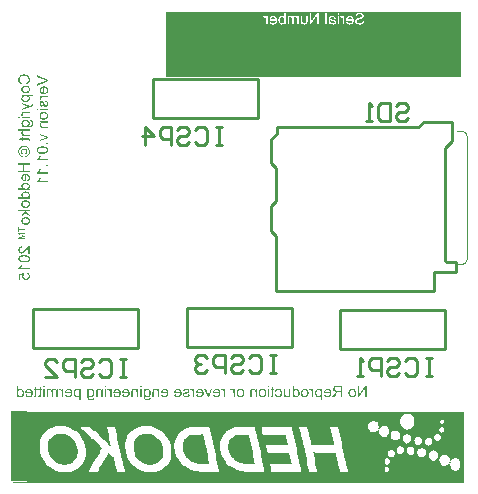
<source format=gbo>
%FSTAX23Y23*%
%MOMM*%
%SFA1B1*%

%IPPOS*%
%ADD36C,0.253999*%
%ADD46C,0.100000*%
%ADD83C,0.076200*%
%ADD84R,1.359297X5.978488*%
%LNdatapcb-1*%
%LPD*%
G36*
X-2138Y-32683D02*
X-21492D01*
X-21757Y-31987*
X-21635*
X-21481Y-32413*
X-21471Y-3244*
X-21462Y-32465*
X-21455Y-32489*
X-21448Y-32507*
X-21444Y-32524*
X-21439Y-32535*
X-21438Y-32542*
X-21437Y-32544*
X-21428Y-32518*
X-21421Y-32492*
X-21413Y-32468*
X-21406Y-32447*
X-21401Y-32429*
X-21396Y-32415*
X-21395Y-32411*
X-21394Y-32407*
X-21392Y-32406*
Y-32404*
X-21242Y-31987*
X-21118*
X-2138Y-32683*
G37*
G36*
X-15916Y-31815D02*
Y-31987D01*
X-15828*
Y-32078*
X-15916*
Y-32481*
Y-325*
Y-32517*
X-15917Y-32532*
X-15918Y-32547*
Y-3256*
X-1592Y-32571*
X-15923Y-32589*
X-15925Y-32603*
X-15927Y-32612*
X-15929Y-32618*
Y-32619*
X-15935Y-32632*
X-15943Y-32642*
X-15952Y-32651*
X-15959Y-32658*
X-15967Y-32665*
X-15972Y-32669*
X-15977Y-32672*
X-15978Y-32673*
X-15993Y-3268*
X-16009Y-32685*
X-16025Y-32689*
X-16042Y-3269*
X-16056Y-32691*
X-16067Y-32693*
X-16078*
X-16108Y-32691*
X-16124Y-3269*
X-16137Y-32687*
X-1615Y-32686*
X-1616Y-32685*
X-16165Y-32683*
X-16168*
X-16153Y-32579*
X-16142Y-32581*
X-16131Y-32582*
X-16121*
X-16114Y-32583*
X-161*
X-16082Y-32582*
X-1607Y-32579*
X-16063Y-32576*
X-1606Y-32575*
X-1605Y-32568*
X-16045Y-32561*
X-1604Y-32556*
X-16039Y-32553*
X-16038Y-32546*
X-16036Y-32536*
X-16035Y-32514*
X-16033Y-32504*
Y-32496*
Y-3249*
Y-32488*
Y-32078*
X-16153*
Y-31987*
X-16033*
Y-31744*
X-15916Y-31815*
G37*
G36*
X-35605D02*
Y-31987D01*
X-35517*
Y-32078*
X-35605*
Y-32481*
Y-325*
Y-32517*
X-35606Y-32532*
X-35607Y-32547*
Y-3256*
X-35609Y-32571*
X-35611Y-32589*
X-35614Y-32603*
X-35616Y-32612*
X-35618Y-32618*
Y-32619*
X-35624Y-32632*
X-35632Y-32642*
X-35641Y-32651*
X-35648Y-32658*
X-35656Y-32665*
X-35661Y-32669*
X-35666Y-32672*
X-35667Y-32673*
X-35682Y-3268*
X-35697Y-32685*
X-35714Y-32689*
X-35731Y-3269*
X-35745Y-32691*
X-35756Y-32693*
X-35767*
X-35797Y-32691*
X-35813Y-3269*
X-35826Y-32687*
X-35839Y-32686*
X-35849Y-32685*
X-35854Y-32683*
X-35857*
X-35842Y-32579*
X-35831Y-32581*
X-3582Y-32582*
X-3581*
X-35803Y-32583*
X-35789*
X-35771Y-32582*
X-35758Y-32579*
X-35752Y-32576*
X-35749Y-32575*
X-35739Y-32568*
X-35734Y-32561*
X-35729Y-32556*
X-35728Y-32553*
X-35727Y-32546*
X-35725Y-32536*
X-35724Y-32514*
X-35722Y-32504*
Y-32496*
Y-3249*
Y-32488*
Y-32078*
X-35842*
Y-31987*
X-35722*
Y-31744*
X-35605Y-31815*
G37*
G36*
X-08006Y-32683D02*
X-08128D01*
Y-3193*
X-08631Y-32683*
X-08762*
Y-31723*
X-0864*
Y-32478*
X-08137Y-31723*
X-08006*
Y-32683*
G37*
G36*
X-2656Y-31973D02*
X-26529Y-31979D01*
X-26501Y-31987*
X-26478Y-31995*
X-26458Y-32004*
X-26444Y-32012*
X-26439Y-32015*
X-26435Y-32017*
X-26433Y-32019*
X-26432*
X-26408Y-32037*
X-26388Y-32059*
X-2637Y-3208*
X-26354Y-32101*
X-26343Y-3212*
X-26335Y-32135*
X-26332Y-32141*
X-26329Y-32145*
X-26328Y-32148*
Y-32149*
X-26315Y-32181*
X-26307Y-32213*
X-263Y-32244*
X-26296Y-32271*
X-26293Y-32296*
Y-32306*
X-26292Y-32316*
Y-32323*
Y-32328*
Y-32331*
Y-32332*
X-26293Y-32359*
X-26295Y-32385*
X-26304Y-32432*
X-2631Y-32454*
X-26317Y-32474*
X-26324Y-32493*
X-26331Y-3251*
X-26338Y-32526*
X-26345Y-3254*
X-26352Y-32551*
X-26357Y-32562*
X-26363Y-32569*
X-26367Y-32576*
X-26368Y-32579*
X-2637Y-32581*
X-26385Y-32599*
X-26401Y-32614*
X-2642Y-32628*
X-26438Y-3264*
X-26457Y-3265*
X-26475Y-32658*
X-26493Y-32665*
X-26511Y-32671*
X-26528Y-32675*
X-26543Y-32678*
X-26557Y-3268*
X-26569Y-32682*
X-26579*
X-26586Y-32683*
X-26593*
X-26614Y-32682*
X-26634Y-32679*
X-26654Y-32675*
X-26672Y-32669*
X-26704Y-32654*
X-26733Y-32637*
X-26744Y-32629*
X-26755Y-32621*
X-26765Y-32612*
X-26772Y-32605*
X-26777Y-326*
X-26781Y-32596*
X-26784Y-32593*
X-26786Y-32592*
Y-32612*
Y-3263*
X-26784Y-32648*
Y-32664*
Y-32678*
X-26783Y-3269*
Y-32701*
X-26781Y-32711*
X-2678Y-32725*
X-26779Y-32736*
X-26777Y-32741*
Y-32743*
X-2677Y-32764*
X-26761Y-32782*
X-26751Y-32797*
X-26741Y-32811*
X-26732Y-3282*
X-26723Y-32829*
X-26718Y-32833*
X-26716Y-32834*
X-26698Y-32845*
X-26677Y-32854*
X-26657Y-32859*
X-26637Y-32863*
X-26618Y-32866*
X-26604Y-32868*
X-2659*
X-26564Y-32866*
X-26539Y-32862*
X-26518Y-32857*
X-26501Y-3285*
X-26487Y-32844*
X-26478Y-32838*
X-26472Y-32834*
X-26469Y-32833*
X-26458Y-32823*
X-2645Y-32811*
X-26443Y-32798*
X-26438Y-32786*
X-26435Y-32773*
X-26432Y-32764*
X-26431Y-32758*
Y-32755*
X-26315Y-3274*
Y-32761*
X-26318Y-32779*
X-26321Y-32797*
X-26325Y-32814*
X-26338Y-32843*
X-26352Y-32866*
X-26365Y-32884*
X-26377Y-32897*
X-26386Y-32905*
X-26388Y-32906*
X-26389Y-32908*
X-2642Y-32927*
X-26453Y-32941*
X-26486Y-32951*
X-26518Y-32958*
X-26533Y-32961*
X-26547Y-32962*
X-26558Y-32963*
X-26569*
X-26578Y-32965*
X-2659*
X-26628Y-32963*
X-26662Y-32958*
X-26693Y-32952*
X-26718Y-32944*
X-26738Y-32937*
X-26747Y-32934*
X-26754Y-3293*
X-26759Y-32929*
X-26763Y-32926*
X-26765Y-32924*
X-26766*
X-26791Y-32909*
X-26813Y-32891*
X-26831Y-32873*
X-26847Y-32857*
X-26858Y-32841*
X-26865Y-32829*
X-2687Y-3282*
X-26872Y-32819*
Y-32818*
X-26877Y-32804*
X-26883Y-32789*
X-26887Y-32772*
X-26891Y-32754*
X-26897Y-32715*
X-26901Y-32678*
X-26902Y-3266*
X-26904Y-32643*
Y-32628*
X-26905Y-32615*
Y-32604*
Y-32596*
Y-3259*
Y-32589*
Y-31987*
X-26797*
Y-32073*
X-26781Y-32055*
X-26765Y-3204*
X-26748Y-32026*
X-26732Y-32015*
X-26714Y-32005*
X-26697Y-31997*
X-2668Y-3199*
X-26665Y-31984*
X-2665Y-3198*
X-26636Y-31977*
X-26623Y-31974*
X-26614Y-31973*
X-26605Y-31972*
X-26593*
X-2656Y-31973*
G37*
G36*
X-31333D02*
X-31303Y-31979D01*
X-31275Y-31987*
X-31251Y-31995*
X-31232Y-32004*
X-31218Y-32012*
X-31212Y-32015*
X-31208Y-32017*
X-31207Y-32019*
X-31206*
X-31182Y-32037*
X-31161Y-32059*
X-31143Y-3208*
X-31128Y-32101*
X-31117Y-3212*
X-31108Y-32135*
X-31106Y-32141*
X-31103Y-32145*
X-31101Y-32148*
Y-32149*
X-31089Y-32181*
X-31081Y-32213*
X-31074Y-32244*
X-3107Y-32271*
X-31067Y-32296*
Y-32306*
X-31065Y-32316*
Y-32323*
Y-32328*
Y-32331*
Y-32332*
X-31067Y-32359*
X-31068Y-32385*
X-31078Y-32432*
X-31083Y-32454*
X-3109Y-32474*
X-31097Y-32493*
X-31104Y-3251*
X-31111Y-32526*
X-31118Y-3254*
X-31125Y-32551*
X-31131Y-32562*
X-31136Y-32569*
X-3114Y-32576*
X-31142Y-32579*
X-31143Y-32581*
X-31158Y-32599*
X-31175Y-32614*
X-31193Y-32628*
X-31211Y-3264*
X-3123Y-3265*
X-31248Y-32658*
X-31267Y-32665*
X-31285Y-32671*
X-31301Y-32675*
X-31316Y-32678*
X-3133Y-3268*
X-31343Y-32682*
X-31353*
X-31359Y-32683*
X-31366*
X-31387Y-32682*
X-31408Y-32679*
X-31427Y-32675*
X-31445Y-32669*
X-31477Y-32654*
X-31506Y-32637*
X-31518Y-32629*
X-31529Y-32621*
X-31538Y-32612*
X-31545Y-32605*
X-31551Y-326*
X-31555Y-32596*
X-31558Y-32593*
X-31559Y-32592*
Y-32612*
Y-3263*
X-31558Y-32648*
Y-32664*
Y-32678*
X-31556Y-3269*
Y-32701*
X-31555Y-32711*
X-31554Y-32725*
X-31552Y-32736*
X-31551Y-32741*
Y-32743*
X-31544Y-32764*
X-31534Y-32782*
X-31524Y-32797*
X-31515Y-32811*
X-31505Y-3282*
X-31497Y-32829*
X-31491Y-32833*
X-3149Y-32834*
X-31472Y-32845*
X-31451Y-32854*
X-3143Y-32859*
X-31411Y-32863*
X-31391Y-32866*
X-31377Y-32868*
X-31364*
X-31337Y-32866*
X-31312Y-32862*
X-31291Y-32857*
X-31275Y-3285*
X-31261Y-32844*
X-31251Y-32838*
X-31246Y-32834*
X-31243Y-32833*
X-31232Y-32823*
X-31224Y-32811*
X-31217Y-32798*
X-31211Y-32786*
X-31208Y-32773*
X-31206Y-32764*
X-31204Y-32758*
Y-32755*
X-31089Y-3274*
Y-32761*
X-31092Y-32779*
X-31095Y-32797*
X-31099Y-32814*
X-31111Y-32843*
X-31125Y-32866*
X-31139Y-32884*
X-3115Y-32897*
X-3116Y-32905*
X-31161Y-32906*
X-31163Y-32908*
X-31193Y-32927*
X-31226Y-32941*
X-3126Y-32951*
X-31291Y-32958*
X-31307Y-32961*
X-31321Y-32962*
X-31332Y-32963*
X-31343*
X-31351Y-32965*
X-31364*
X-31401Y-32963*
X-31436Y-32958*
X-31466Y-32952*
X-31491Y-32944*
X-31512Y-32937*
X-3152Y-32934*
X-31527Y-3293*
X-31533Y-32929*
X-31537Y-32926*
X-31538Y-32924*
X-3154*
X-31565Y-32909*
X-31587Y-32891*
X-31605Y-32873*
X-3162Y-32857*
X-31631Y-32841*
X-31638Y-32829*
X-31644Y-3282*
X-31645Y-32819*
Y-32818*
X-31651Y-32804*
X-31656Y-32789*
X-3166Y-32772*
X-31665Y-32754*
X-3167Y-32715*
X-31674Y-32678*
X-31676Y-3266*
X-31677Y-32643*
Y-32628*
X-31678Y-32615*
Y-32604*
Y-32596*
Y-3259*
Y-32589*
Y-31987*
X-3157*
Y-32073*
X-31555Y-32055*
X-31538Y-3204*
X-31522Y-32026*
X-31505Y-32015*
X-31487Y-32005*
X-3147Y-31997*
X-31454Y-3199*
X-31438Y-31984*
X-31423Y-3198*
X-31409Y-31977*
X-31397Y-31974*
X-31387Y-31973*
X-31379Y-31972*
X-31366*
X-31333Y-31973*
G37*
G36*
X-34459D02*
X-34435Y-31977D01*
X-34415Y-31981*
X-34397Y-31987*
X-34381Y-31994*
X-3437Y-31998*
X-34363Y-32002*
X-34361Y-32004*
X-34341Y-32016*
X-34325Y-3203*
X-34309Y-32044*
X-34297Y-32058*
X-34287Y-32069*
X-34279Y-32078*
X-34275Y-32084*
X-34273Y-32087*
Y-31987*
X-34168*
Y-32683*
X-34286*
Y-32323*
X-34287Y-32289*
X-34288Y-3226*
X-34291Y-32235*
X-34295Y-32214*
X-343Y-32199*
X-34302Y-32188*
X-34304Y-32181*
X-34305Y-32178*
X-34313Y-3216*
X-34323Y-32145*
X-34333Y-32131*
X-34343Y-3212*
X-34352Y-32112*
X-34359Y-32106*
X-34365Y-32102*
X-34366Y-32101*
X-34383Y-32092*
X-34398Y-32085*
X-34415Y-32081*
X-34429Y-32077*
X-3444Y-32076*
X-34449Y-32074*
X-34458*
X-34481Y-32076*
X-34501Y-3208*
X-34517Y-32087*
X-3453Y-32094*
X-34539Y-32102*
X-34546Y-32108*
X-34551Y-32113*
X-34552Y-32115*
X-34562Y-32131*
X-34569Y-32149*
X-34574Y-32169*
X-34577Y-32188*
X-3458Y-32205*
X-34581Y-3222*
Y-32225*
Y-32228*
Y-32231*
Y-32232*
Y-32683*
X-34699*
Y-3228*
X-34702Y-32242*
X-34707Y-3221*
X-34714Y-32184*
X-34724Y-32162*
X-34732Y-32145*
X-34741Y-32134*
X-34746Y-32127*
X-34747Y-32124*
X-34767Y-32108*
X-34788Y-32095*
X-34809Y-32087*
X-34828Y-3208*
X-34845Y-32077*
X-34858Y-32076*
X-34864Y-32074*
X-34871*
X-34886Y-32076*
X-34899Y-32077*
X-34911Y-3208*
X-34921Y-32084*
X-34931Y-32088*
X-34936Y-32091*
X-3494Y-32092*
X-34942Y-32094*
X-34953Y-32102*
X-34961Y-3211*
X-34968Y-32119*
X-34974Y-32127*
X-34978Y-32134*
X-3498Y-3214*
X-34983Y-32144*
Y-32145*
X-34987Y-32158*
X-3499Y-32174*
X-34992Y-32191*
X-34993Y-32207*
X-34994Y-32223*
Y-32235*
Y-32244*
Y-32245*
Y-32246*
Y-32683*
X-35112*
Y-32206*
Y-32184*
X-35109Y-32164*
X-35107Y-32145*
X-35104Y-32128*
X-351Y-32112*
X-35094Y-32098*
X-3509Y-32085*
X-35084Y-32073*
X-35079Y-32063*
X-35075Y-32054*
X-35065Y-32041*
X-3506Y-32033*
X-35057Y-3203*
X-35035Y-32011*
X-35008Y-31997*
X-34982Y-31986*
X-34957Y-31979*
X-34933Y-31974*
X-34924Y-31973*
X-34914*
X-34907Y-31972*
X-34897*
X-34872Y-31973*
X-3485Y-31977*
X-34828Y-31983*
X-34807Y-31991*
X-34788Y-32001*
X-3477Y-32011*
X-34754Y-32022*
X-34739Y-32033*
X-34725Y-32045*
X-34714Y-32056*
X-34705Y-32066*
X-34696Y-32076*
X-34689Y-32084*
X-34685Y-3209*
X-34682Y-32094*
X-34681Y-32095*
X-34673Y-32074*
X-34661Y-32056*
X-34649Y-32041*
X-34638Y-32029*
X-34627Y-32017*
X-34619Y-32011*
X-34613Y-32006*
X-3461Y-32005*
X-34591Y-31994*
X-3457Y-31986*
X-34549Y-3198*
X-34528Y-31976*
X-34512Y-31973*
X-34496Y-31972*
X-34484*
X-34459Y-31973*
G37*
G36*
X-20703D02*
X-20678Y-31976D01*
X-20654Y-3198*
X-20632Y-31987*
X-20611Y-31994*
X-20592Y-32002*
X-20574Y-32011*
X-20559Y-3202*
X-20543Y-32029*
X-20531Y-32038*
X-2052Y-32047*
X-20512Y-32054*
X-20505Y-3206*
X-20499Y-32065*
X-20496Y-32067*
X-20495Y-32069*
X-2048Y-32088*
X-20466Y-32109*
X-20453Y-3213*
X-20442Y-32152*
X-20434Y-32176*
X-20427Y-32198*
X-20416Y-32242*
X-20412Y-32262*
X-20409Y-32281*
X-20408Y-32298*
X-20406Y-32313*
X-20405Y-32325*
Y-32334*
Y-32341*
Y-32342*
X-20406Y-32373*
X-20409Y-32402*
X-20413Y-32429*
X-20419Y-32454*
X-20426Y-32478*
X-20433Y-325*
X-20441Y-3252*
X-20449Y-32538*
X-20457Y-32553*
X-20466Y-32567*
X-20473Y-32578*
X-2048Y-32587*
X-20485Y-32596*
X-20489Y-32601*
X-20492Y-32604*
X-20494Y-32605*
X-20512Y-32622*
X-2053Y-32636*
X-20549Y-32648*
X-2057Y-3266*
X-20589Y-32668*
X-2061Y-32676*
X-20649Y-32687*
X-20667Y-3269*
X-20684Y-32693*
X-20699Y-32696*
X-20711Y-32697*
X-20721Y-32698*
X-20736*
X-20779Y-32696*
X-20818Y-32689*
X-20853Y-3268*
X-20867Y-32675*
X-2088Y-32669*
X-20893Y-32664*
X-20904Y-32658*
X-20912Y-32654*
X-20921Y-3265*
X-20926Y-32646*
X-2093Y-32643*
X-20933Y-3264*
X-20935*
X-20962Y-32615*
X-20984Y-32589*
X-21004Y-32561*
X-21018Y-32535*
X-21029Y-32511*
X-21033Y-325*
X-21037Y-32492*
X-2104Y-32483*
X-21041Y-32478*
X-21043Y-32475*
Y-32474*
X-20921Y-32458*
X-2091Y-32485*
X-20897Y-32507*
X-20885Y-32526*
X-20874Y-32542*
X-20864Y-32553*
X-20856Y-32561*
X-20849Y-32567*
X-20847Y-32568*
X-20829Y-32579*
X-20811Y-32587*
X-20792Y-32593*
X-20775Y-32597*
X-2076Y-326*
X-20747Y-32601*
X-20736*
X-2072Y-326*
X-20704Y-32599*
X-20677Y-32592*
X-20652Y-32582*
X-20629Y-32571*
X-20613Y-32561*
X-206Y-32551*
X-20592Y-32544*
X-20591Y-32542*
X-20589*
X-2057Y-32517*
X-20555Y-32489*
X-20543Y-32458*
X-20535Y-32431*
X-20531Y-32406*
X-20528Y-32395*
X-20527Y-32385*
Y-32377*
X-20525Y-32371*
Y-32367*
Y-32366*
X-21046*
X-21047Y-32352*
Y-32342*
Y-32336*
Y-32335*
X-21046Y-32303*
X-21043Y-32274*
X-21039Y-32246*
X-21033Y-3222*
X-21026Y-32196*
X-21019Y-32174*
X-21011Y-32155*
X-21003Y-32137*
X-20994Y-3212*
X-20986Y-32106*
X-20979Y-32095*
X-20972Y-32085*
X-20966Y-32077*
X-20962Y-32072*
X-2096Y-32069*
X-20958Y-32067*
X-20942Y-32051*
X-20923Y-32035*
X-20904Y-32023*
X-20885Y-32012*
X-20865Y-32002*
X-20847Y-31995*
X-20828Y-31988*
X-20811Y-31984*
X-20793Y-3198*
X-20778Y-31977*
X-20764Y-31974*
X-20753Y-31973*
X-20743Y-31972*
X-20729*
X-20703Y-31973*
G37*
G36*
X-2212D02*
X-22095Y-31976D01*
X-22072Y-3198*
X-2205Y-31987*
X-22029Y-31994*
X-22009Y-32002*
X-21991Y-32011*
X-21976Y-3202*
X-21961Y-32029*
X-21948Y-32038*
X-21937Y-32047*
X-21929Y-32054*
X-21922Y-3206*
X-21916Y-32065*
X-21914Y-32067*
X-21912Y-32069*
X-21897Y-32088*
X-21883Y-32109*
X-21871Y-3213*
X-2186Y-32152*
X-21851Y-32176*
X-21844Y-32198*
X-21833Y-32242*
X-21829Y-32262*
X-21826Y-32281*
X-21825Y-32298*
X-21824Y-32313*
X-21822Y-32325*
Y-32334*
Y-32341*
Y-32342*
X-21824Y-32373*
X-21826Y-32402*
X-2183Y-32429*
X-21836Y-32454*
X-21843Y-32478*
X-2185Y-325*
X-21858Y-3252*
X-21867Y-32538*
X-21875Y-32553*
X-21883Y-32567*
X-2189Y-32578*
X-21897Y-32587*
X-21903Y-32596*
X-21907Y-32601*
X-2191Y-32604*
X-21911Y-32605*
X-21929Y-32622*
X-21947Y-32636*
X-21966Y-32648*
X-21987Y-3266*
X-22007Y-32668*
X-22027Y-32676*
X-22066Y-32687*
X-22084Y-3269*
X-22101Y-32693*
X-22116Y-32696*
X-22129Y-32697*
X-22138Y-32698*
X-22154*
X-22197Y-32696*
X-22235Y-32689*
X-2227Y-3268*
X-22284Y-32675*
X-22298Y-32669*
X-2231Y-32664*
X-22321Y-32658*
X-2233Y-32654*
X-22338Y-3265*
X-22344Y-32646*
X-22348Y-32643*
X-22351Y-3264*
X-22352*
X-2238Y-32615*
X-22402Y-32589*
X-22421Y-32561*
X-22435Y-32535*
X-22446Y-32511*
X-2245Y-325*
X-22455Y-32492*
X-22457Y-32483*
X-22459Y-32478*
X-2246Y-32475*
Y-32474*
X-22338Y-32458*
X-22327Y-32485*
X-22314Y-32507*
X-22302Y-32526*
X-22291Y-32542*
X-22281Y-32553*
X-22273Y-32561*
X-22266Y-32567*
X-22265Y-32568*
X-22247Y-32579*
X-22228Y-32587*
X-22209Y-32593*
X-22192Y-32597*
X-22177Y-326*
X-22165Y-32601*
X-22154*
X-22137Y-326*
X-22122Y-32599*
X-22094Y-32592*
X-22069Y-32582*
X-22047Y-32571*
X-2203Y-32561*
X-22018Y-32551*
X-22009Y-32544*
X-22008Y-32542*
X-22007*
X-21987Y-32517*
X-21972Y-32489*
X-21961Y-32458*
X-21953Y-32431*
X-21948Y-32406*
X-21946Y-32395*
X-21944Y-32385*
Y-32377*
X-21943Y-32371*
Y-32367*
Y-32366*
X-22463*
X-22464Y-32352*
Y-32342*
Y-32336*
Y-32335*
X-22463Y-32303*
X-2246Y-32274*
X-22456Y-32246*
X-2245Y-3222*
X-22443Y-32196*
X-22437Y-32174*
X-22428Y-32155*
X-2242Y-32137*
X-22412Y-3212*
X-22403Y-32106*
X-22396Y-32095*
X-22389Y-32085*
X-22384Y-32077*
X-2238Y-32072*
X-22377Y-32069*
X-22375Y-32067*
X-22359Y-32051*
X-22341Y-32035*
X-22321Y-32023*
X-22302Y-32012*
X-22283Y-32002*
X-22265Y-31995*
X-22245Y-31988*
X-22228Y-31984*
X-2221Y-3198*
X-22195Y-31977*
X-22181Y-31974*
X-2217Y-31973*
X-22161Y-31972*
X-22147*
X-2212Y-31973*
G37*
G36*
X-23984D02*
X-23959Y-31976D01*
X-23936Y-3198*
X-23913Y-31987*
X-23893Y-31994*
X-23873Y-32002*
X-23855Y-32011*
X-2384Y-3202*
X-23825Y-32029*
X-23812Y-32038*
X-23801Y-32047*
X-23793Y-32054*
X-23786Y-3206*
X-2378Y-32065*
X-23778Y-32067*
X-23776Y-32069*
X-23761Y-32088*
X-23747Y-32109*
X-23735Y-3213*
X-23724Y-32152*
X-23715Y-32176*
X-23708Y-32198*
X-23697Y-32242*
X-23693Y-32262*
X-2369Y-32281*
X-23689Y-32298*
X-23687Y-32313*
X-23686Y-32325*
Y-32334*
Y-32341*
Y-32342*
X-23687Y-32373*
X-2369Y-32402*
X-23694Y-32429*
X-237Y-32454*
X-23707Y-32478*
X-23714Y-325*
X-23722Y-3252*
X-2373Y-32538*
X-23739Y-32553*
X-23747Y-32567*
X-23754Y-32578*
X-23761Y-32587*
X-23766Y-32596*
X-23771Y-32601*
X-23773Y-32604*
X-23775Y-32605*
X-23793Y-32622*
X-23811Y-32636*
X-2383Y-32648*
X-23851Y-3266*
X-2387Y-32668*
X-23891Y-32676*
X-2393Y-32687*
X-23948Y-3269*
X-23965Y-32693*
X-2398Y-32696*
X-23993Y-32697*
X-24002Y-32698*
X-24018*
X-24061Y-32696*
X-24099Y-32689*
X-24134Y-3268*
X-24148Y-32675*
X-24162Y-32669*
X-24174Y-32664*
X-24185Y-32658*
X-24194Y-32654*
X-24202Y-3265*
X-24207Y-32646*
X-24212Y-32643*
X-24214Y-3264*
X-24216*
X-24244Y-32615*
X-24266Y-32589*
X-24285Y-32561*
X-24299Y-32535*
X-2431Y-32511*
X-24314Y-325*
X-24318Y-32492*
X-24321Y-32483*
X-24323Y-32478*
X-24324Y-32475*
Y-32474*
X-24202Y-32458*
X-24191Y-32485*
X-24178Y-32507*
X-24166Y-32526*
X-24155Y-32542*
X-24145Y-32553*
X-24137Y-32561*
X-2413Y-32567*
X-24128Y-32568*
X-2411Y-32579*
X-24092Y-32587*
X-24073Y-32593*
X-24056Y-32597*
X-24041Y-326*
X-24029Y-32601*
X-24018*
X-24001Y-326*
X-23986Y-32599*
X-23958Y-32592*
X-23933Y-32582*
X-23911Y-32571*
X-23894Y-32561*
X-23882Y-32551*
X-23873Y-32544*
X-23872Y-32542*
X-2387*
X-23851Y-32517*
X-23836Y-32489*
X-23825Y-32458*
X-23816Y-32431*
X-23812Y-32406*
X-23809Y-32395*
X-23808Y-32385*
Y-32377*
X-23807Y-32371*
Y-32367*
Y-32366*
X-24327*
X-24328Y-32352*
Y-32342*
Y-32336*
Y-32335*
X-24327Y-32303*
X-24324Y-32274*
X-2432Y-32246*
X-24314Y-3222*
X-24307Y-32196*
X-243Y-32174*
X-24292Y-32155*
X-24284Y-32137*
X-24275Y-3212*
X-24267Y-32106*
X-2426Y-32095*
X-24253Y-32085*
X-24248Y-32077*
X-24244Y-32072*
X-24241Y-32069*
X-24239Y-32067*
X-24223Y-32051*
X-24205Y-32035*
X-24185Y-32023*
X-24166Y-32012*
X-24146Y-32002*
X-24128Y-31995*
X-24109Y-31988*
X-24092Y-31984*
X-24074Y-3198*
X-24059Y-31977*
X-24045Y-31974*
X-24034Y-31973*
X-24024Y-31972*
X-24011*
X-23984Y-31973*
G37*
G36*
X-15473D02*
X-15443Y-31979D01*
X-15414Y-31986*
X-1539Y-31992*
X-15369Y-32001*
X-15361Y-32005*
X-15354Y-32008*
X-15348Y-32011*
X-15344Y-32013*
X-15341Y-32015*
X-1534*
X-15314Y-32031*
X-1529Y-32052*
X-15271Y-32073*
X-15254Y-32094*
X-15242Y-32112*
X-15233Y-32127*
X-1523Y-32133*
X-15228Y-32137*
X-15226Y-3214*
Y-32141*
X-15214Y-32174*
X-15206Y-32207*
X-15199Y-32241*
X-15194Y-32271*
X-15193Y-32285*
X-15192Y-32298*
Y-32309*
X-1519Y-32318*
Y-32327*
Y-32332*
Y-32336*
Y-32338*
X-15192Y-3237*
X-15194Y-32399*
X-15199Y-32428*
X-15204Y-32453*
X-1521Y-32478*
X-15218Y-32499*
X-15225Y-3252*
X-15233Y-32538*
X-15242Y-32553*
X-15249Y-32567*
X-15257Y-32579*
X-15262Y-32589*
X-15268Y-32596*
X-15272Y-32601*
X-15275Y-32604*
X-15276Y-32605*
X-15293Y-32622*
X-15311Y-32636*
X-15329Y-32648*
X-15348Y-3266*
X-15368Y-32668*
X-15386Y-32676*
X-15423Y-32687*
X-1544Y-3269*
X-15455Y-32693*
X-15469Y-32696*
X-15482Y-32697*
X-15491Y-32698*
X-15505*
X-15526Y-32697*
X-15547Y-32696*
X-15583Y-32687*
X-15616Y-32678*
X-15644Y-32665*
X-15655Y-32658*
X-15666Y-32653*
X-15676Y-32647*
X-15683Y-32642*
X-15688Y-32637*
X-15692Y-32635*
X-15695Y-32633*
X-15696Y-32632*
X-1571Y-32618*
X-15723Y-32604*
X-15745Y-32574*
X-15763Y-32542*
X-15776Y-32513*
X-15785Y-32485*
X-15788Y-32474*
X-15791Y-32463*
X-15792Y-32454*
X-15794Y-32449*
X-15795Y-32445*
Y-32443*
X-15678Y-32428*
X-15673Y-32458*
X-15665Y-32486*
X-15653Y-32508*
X-15644Y-32526*
X-15634Y-32542*
X-15626Y-32551*
X-15622Y-32558*
X-15619Y-3256*
X-15601Y-32574*
X-15581Y-32583*
X-15562Y-32592*
X-15544Y-32596*
X-15529Y-32599*
X-15515Y-326*
X-15506Y-32601*
X-15504*
X-15488Y-326*
X-15473Y-32599*
X-15445Y-32592*
X-15422Y-32582*
X-15401Y-32569*
X-15386Y-32558*
X-15373Y-32549*
X-15366Y-32542*
X-15364Y-32539*
X-15354Y-32526*
X-15346Y-32511*
X-15333Y-32481*
X-15323Y-32446*
X-15318Y-32413*
X-15314Y-32382*
X-15312Y-3237*
Y-32357*
X-15311Y-32349*
Y-32341*
Y-32336*
Y-32335*
Y-3231*
X-15314Y-32287*
X-15316Y-32264*
X-15319Y-32245*
X-15323Y-32227*
X-15329Y-3221*
X-15333Y-32195*
X-15339Y-32181*
X-15344Y-3217*
X-15348Y-3216*
X-15354Y-32152*
X-15358Y-32145*
X-15361Y-3214*
X-15364Y-32135*
X-15366Y-32134*
Y-32133*
X-15377Y-32121*
X-15389Y-32112*
X-15412Y-32095*
X-15437Y-32084*
X-15459Y-32077*
X-1548Y-32072*
X-15495Y-3207*
X-15502Y-32069*
X-15511*
X-15531Y-3207*
X-15551Y-32074*
X-15567Y-3208*
X-15583Y-32087*
X-15594Y-32094*
X-15604Y-32099*
X-15609Y-32103*
X-1561Y-32105*
X-15624Y-32119*
X-15637Y-32135*
X-15648Y-32153*
X-15655Y-3217*
X-15662Y-32185*
X-15666Y-32198*
X-15667Y-32206*
X-15669Y-32207*
Y-32209*
X-15784Y-32191*
X-15774Y-32153*
X-1576Y-32121*
X-15745Y-32094*
X-1573Y-32072*
X-15714Y-32054*
X-15702Y-32041*
X-15694Y-32033*
X-15692Y-3203*
X-15691*
X-15662Y-32011*
X-15631Y-31997*
X-15601Y-31986*
X-15572Y-31979*
X-15545Y-31974*
X-15534Y-31973*
X-15526*
X-15518Y-31972*
X-15506*
X-15473Y-31973*
G37*
G36*
X-35978Y-31815D02*
Y-31987D01*
X-3589*
Y-32078*
X-35978*
Y-32481*
Y-325*
Y-32517*
X-35979Y-32532*
X-3598Y-32547*
Y-3256*
X-35982Y-32571*
X-35985Y-32589*
X-35987Y-32603*
X-35989Y-32612*
X-35991Y-32618*
Y-32619*
X-35997Y-32632*
X-36005Y-32642*
X-36014Y-32651*
X-36021Y-32658*
X-36029Y-32665*
X-36034Y-32669*
X-36039Y-32672*
X-3604Y-32673*
X-36055Y-3268*
X-36071Y-32685*
X-36087Y-32689*
X-36104Y-3269*
X-36118Y-32691*
X-36129Y-32693*
X-3614*
X-3617Y-32691*
X-36186Y-3269*
X-362Y-32687*
X-36212Y-32686*
X-36222Y-32685*
X-36227Y-32683*
X-3623*
X-36215Y-32579*
X-36204Y-32581*
X-36193Y-32582*
X-36183*
X-36176Y-32583*
X-36162*
X-36144Y-32582*
X-36132Y-32579*
X-36125Y-32576*
X-36122Y-32575*
X-36112Y-32568*
X-36107Y-32561*
X-36102Y-32556*
X-36101Y-32553*
X-361Y-32546*
X-36098Y-32536*
X-36097Y-32514*
X-36096Y-32504*
Y-32496*
Y-3249*
Y-32488*
Y-32078*
X-36215*
Y-31987*
X-36096*
Y-31744*
X-35978Y-31815*
G37*
G36*
X-14476Y-32418D02*
Y-32445D01*
X-14477Y-32468*
X-14479Y-32486*
X-1448Y-32503*
Y-32514*
X-14482Y-32522*
X-14483Y-32528*
Y-32529*
X-14487Y-32547*
X-14493Y-32564*
X-14498Y-32579*
X-14505Y-32592*
X-14511Y-32603*
X-14515Y-3261*
X-14518Y-32615*
X-14519Y-32617*
X-1453Y-32629*
X-14543Y-3264*
X-14555Y-3265*
X-14569Y-32658*
X-1458Y-32665*
X-1459Y-32671*
X-14595Y-32673*
X-14598Y-32675*
X-14619Y-32683*
X-14638Y-32689*
X-14658Y-32693*
X-14676Y-32696*
X-14691Y-32697*
X-14703Y-32698*
X-14713*
X-14738Y-32697*
X-14763Y-32693*
X-14785Y-32687*
X-14808Y-3268*
X-14827Y-32671*
X-14845Y-32661*
X-14862Y-32651*
X-14877Y-3264*
X-14891Y-32629*
X-14902Y-32619*
X-14912Y-32608*
X-1492Y-326*
X-14927Y-32593*
X-14931Y-32587*
X-14934Y-32583*
X-14935Y-32582*
Y-32683*
X-1504*
Y-31987*
X-14923*
Y-3236*
X-14921Y-32392*
X-1492Y-3242*
X-14917Y-32443*
X-14913Y-32463*
X-14909Y-32478*
X-14906Y-32489*
X-14905Y-32495*
X-14903Y-32497*
X-14895Y-32514*
X-14885Y-32528*
X-14874Y-3254*
X-14863Y-32551*
X-14853Y-3256*
X-14845Y-32565*
X-14839Y-32569*
X-14837Y-32571*
X-14819Y-32579*
X-14801Y-32586*
X-14784Y-3259*
X-14769Y-32594*
X-14756Y-32596*
X-14746Y-32597*
X-14737*
X-14717Y-32596*
X-14701Y-32593*
X-14685Y-32589*
X-14673Y-32583*
X-14662Y-32579*
X-14655Y-32575*
X-14649Y-32572*
X-14648Y-32571*
X-14636Y-3256*
X-14626Y-32549*
X-14618Y-32536*
X-14611Y-32525*
X-14606Y-32514*
X-14604Y-32506*
X-14601Y-325*
Y-32499*
X-14598Y-32483*
X-14597Y-32465*
X-14595Y-32445*
Y-32424*
X-14594Y-32404*
Y-32389*
Y-32382*
Y-32378*
Y-32375*
Y-32374*
Y-31987*
X-14476*
Y-32418*
G37*
G36*
X-11306Y-31973D02*
X-11281Y-31976D01*
X-11257Y-3198*
X-11235Y-31987*
X-11214Y-31994*
X-11195Y-32002*
X-11177Y-32011*
X-11162Y-3202*
X-11146Y-32029*
X-11134Y-32038*
X-11123Y-32047*
X-11114Y-32054*
X-11107Y-3206*
X-11102Y-32065*
X-11099Y-32067*
X-11098Y-32069*
X-11082Y-32088*
X-11069Y-32109*
X-11056Y-3213*
X-11045Y-32152*
X-11037Y-32176*
X-1103Y-32198*
X-11019Y-32242*
X-11014Y-32262*
X-11012Y-32281*
X-1101Y-32298*
X-11009Y-32313*
X-11008Y-32325*
Y-32334*
Y-32341*
Y-32342*
X-11009Y-32373*
X-11012Y-32402*
X-11016Y-32429*
X-11021Y-32454*
X-11028Y-32478*
X-11035Y-325*
X-11044Y-3252*
X-11052Y-32538*
X-1106Y-32553*
X-11069Y-32567*
X-11076Y-32578*
X-11082Y-32587*
X-11088Y-32596*
X-11092Y-32601*
X-11095Y-32604*
X-11096Y-32605*
X-11114Y-32622*
X-11132Y-32636*
X-11152Y-32648*
X-11173Y-3266*
X-11192Y-32668*
X-11213Y-32676*
X-11252Y-32687*
X-1127Y-3269*
X-11286Y-32693*
X-11302Y-32696*
X-11314Y-32697*
X-11324Y-32698*
X-11339*
X-11382Y-32696*
X-11421Y-32689*
X-11456Y-3268*
X-11469Y-32675*
X-11483Y-32669*
X-11496Y-32664*
X-11507Y-32658*
X-11515Y-32654*
X-11523Y-3265*
X-11529Y-32646*
X-11533Y-32643*
X-11536Y-3264*
X-11537*
X-11565Y-32615*
X-11587Y-32589*
X-11607Y-32561*
X-11621Y-32535*
X-11632Y-32511*
X-11636Y-325*
X-1164Y-32492*
X-11643Y-32483*
X-11644Y-32478*
X-11646Y-32475*
Y-32474*
X-11523Y-32458*
X-11512Y-32485*
X-115Y-32507*
X-11487Y-32526*
X-11476Y-32542*
X-11467Y-32553*
X-11458Y-32561*
X-11451Y-32567*
X-1145Y-32568*
X-11432Y-32579*
X-11414Y-32587*
X-11394Y-32593*
X-11378Y-32597*
X-11363Y-326*
X-1135Y-32601*
X-11339*
X-11322Y-326*
X-11307Y-32599*
X-11279Y-32592*
X-11254Y-32582*
X-11232Y-32571*
X-11216Y-32561*
X-11203Y-32551*
X-11195Y-32544*
X-11193Y-32542*
X-11192*
X-11173Y-32517*
X-11157Y-32489*
X-11146Y-32458*
X-11138Y-32431*
X-11134Y-32406*
X-11131Y-32395*
X-1113Y-32385*
Y-32377*
X-11128Y-32371*
Y-32367*
Y-32366*
X-11648*
X-1165Y-32352*
Y-32342*
Y-32336*
Y-32335*
X-11648Y-32303*
X-11646Y-32274*
X-11641Y-32246*
X-11636Y-3222*
X-11629Y-32196*
X-11622Y-32174*
X-11614Y-32155*
X-11605Y-32137*
X-11597Y-3212*
X-11589Y-32106*
X-11582Y-32095*
X-11575Y-32085*
X-11569Y-32077*
X-11565Y-32072*
X-11562Y-32069*
X-11561Y-32067*
X-11544Y-32051*
X-11526Y-32035*
X-11507Y-32023*
X-11487Y-32012*
X-11468Y-32002*
X-1145Y-31995*
X-11431Y-31988*
X-11414Y-31984*
X-11396Y-3198*
X-11381Y-31977*
X-11367Y-31974*
X-11356Y-31973*
X-11346Y-31972*
X-11332*
X-11306Y-31973*
G37*
G36*
X-37429Y-18455D02*
X-36974D01*
Y-18544*
X-37429*
Y-1872*
X-37508*
Y-18282*
X-37429*
Y-18455*
G37*
G36*
X-36974Y-18861D02*
X-37429D01*
X-36974Y-19003*
Y-19083*
X-37422Y-1922*
X-36974*
Y-19302*
X-37508*
Y-19173*
X-3708Y-19043*
X-37508Y-18908*
Y-18779*
X-36974*
Y-18861*
G37*
G36*
X-36548Y-20524D02*
X-36662D01*
Y-20051*
X-36685Y-20068*
X-36695Y-20076*
X-36705Y-20083*
X-36713Y-2009*
X-36719Y-20096*
X-36723Y-201*
X-36724Y-20101*
X-36731Y-20108*
X-36738Y-20116*
X-36756Y-20136*
X-36777Y-20158*
X-36798Y-20182*
X-36816Y-20204*
X-36824Y-20213*
X-36832Y-20222*
X-36838Y-20229*
X-36842Y-20234*
X-36845Y-20237*
X-36846Y-20238*
X-36866Y-20261*
X-36884Y-20283*
X-36902Y-20302*
X-36917Y-2032*
X-36932Y-20337*
X-36946Y-20351*
X-36958Y-20365*
X-3697Y-20376*
X-36981Y-20387*
X-36989Y-20395*
X-36996Y-20402*
X-37003Y-20409*
X-37011Y-20416*
X-37014Y-20419*
X-37038Y-20438*
X-37058Y-20455*
X-37079Y-20469*
X-37096Y-2048*
X-37111Y-20488*
X-37122Y-20494*
X-37129Y-20496*
X-37132Y-20498*
X-37153Y-20506*
X-37173Y-20512*
X-37193Y-20517*
X-37209Y-2052*
X-37225Y-20521*
X-37236Y-20523*
X-37246*
X-37266Y-20521*
X-37286Y-20519*
X-37305Y-20516*
X-37322Y-2051*
X-37355Y-20496*
X-37381Y-20482*
X-37394Y-20474*
X-37404Y-20467*
X-37413Y-2046*
X-3742Y-20453*
X-37426Y-20448*
X-37431Y-20445*
X-37433Y-20442*
X-37434Y-20441*
X-37448Y-20426*
X-3746Y-20409*
X-3747Y-20391*
X-37479Y-20373*
X-37492Y-20337*
X-37502Y-20301*
X-37505Y-20286*
X-37508Y-2027*
X-37509Y-20256*
X-3751Y-20245*
X-37512Y-20236*
Y-20227*
Y-20223*
Y-20222*
X-3751Y-20197*
X-37509Y-20173*
X-37505Y-20151*
X-37501Y-2013*
X-37495Y-20111*
X-3749Y-20093*
X-37483Y-20076*
X-37476Y-20061*
X-37469Y-20047*
X-37462Y-20036*
X-37456Y-20026*
X-37451Y-20018*
X-37447Y-20011*
X-37442Y-20007*
X-37441Y-20004*
X-3744Y-20003*
X-37426Y-19989*
X-37411Y-19976*
X-37394Y-19964*
X-37377Y-19954*
X-37344Y-19937*
X-37311Y-19926*
X-37295Y-19922*
X-3728Y-19918*
X-37268Y-19915*
X-37257Y-19912*
X-37247Y-19911*
X-3724*
X-37236Y-1991*
X-37234*
X-37222Y-2003*
X-37254Y-20033*
X-37282Y-20039*
X-37307Y-20047*
X-37326Y-20057*
X-37343Y-20065*
X-37354Y-20073*
X-37361Y-20079*
X-37363Y-20082*
X-3738Y-20103*
X-37393Y-20125*
X-37402Y-20148*
X-37408Y-20169*
X-37412Y-20188*
X-37413Y-20205*
X-37415Y-20211*
Y-20215*
Y-20218*
Y-20219*
X-37413Y-20248*
X-37408Y-20274*
X-37399Y-20297*
X-37391Y-20316*
X-37381Y-20331*
X-37374Y-20341*
X-37369Y-20348*
X-37366Y-20351*
X-37347Y-20367*
X-37327Y-2038*
X-37308Y-2039*
X-37289Y-20395*
X-37273Y-20399*
X-37259Y-20401*
X-37251Y-20402*
X-37248*
X-37223Y-20399*
X-37197Y-20394*
X-37173Y-20384*
X-37151Y-20374*
X-37133Y-20363*
X-37118Y-20354*
X-37112Y-20351*
X-37108Y-20348*
X-37107Y-20345*
X-37105*
X-3709Y-20334*
X-37075Y-2032*
X-37058Y-20305*
X-37042Y-20288*
X-37008Y-20254*
X-36975Y-20219*
X-3696Y-20201*
X-36946Y-20186*
X-36933Y-2017*
X-36922Y-20158*
X-36914Y-20148*
X-36907Y-2014*
X-36903Y-20134*
X-36902Y-20133*
X-36872Y-20098*
X-36845Y-20066*
X-3682Y-2004*
X-36799Y-20019*
X-36781Y-20001*
X-36768Y-19989*
X-3676Y-19982*
X-36759Y-19979*
X-36757*
X-36734Y-1996*
X-36712Y-19944*
X-36689Y-19931*
X-3667Y-19919*
X-36653Y-19911*
X-36641Y-19906*
X-36633Y-19903*
X-36631Y-19901*
X-3663*
X-36615Y-19896*
X-36601Y-19893*
X-36587Y-1989*
X-36574Y-19889*
X-36563Y-19888*
X-36548*
Y-20524*
G37*
G36*
X-36864Y-17434D02*
X-36834Y-17437D01*
X-36806Y-17441*
X-3678Y-17447*
X-36756Y-17454*
X-36734Y-17461*
X-36713Y-17469*
X-36695Y-17477*
X-36678Y-17486*
X-36664Y-17494*
X-36653Y-17501*
X-36644Y-17508*
X-36635Y-17513*
X-3663Y-17517*
X-36627Y-1752*
X-36626Y-17522*
X-36609Y-1754*
X-36595Y-17558*
X-36583Y-17577*
X-36572Y-17596*
X-36563Y-17616*
X-36555Y-17637*
X-36544Y-17674*
X-36541Y-17691*
X-36538Y-17707*
X-36535Y-17721*
X-36534Y-17734*
X-36533Y-17745*
Y-17752*
Y-17757*
Y-17759*
X-36534Y-17792*
X-3654Y-17823*
X-36547Y-17852*
X-36553Y-17875*
X-36562Y-17896*
X-36565Y-17904*
X-36567Y-17911*
X-3657Y-17918*
X-36573Y-17922*
X-36574Y-17924*
Y-17925*
X-36592Y-17953*
X-36612Y-17976*
X-36631Y-17997*
X-36651Y-18014*
X-36667Y-18026*
X-36681Y-18036*
X-36687Y-18039*
X-36691Y-18042*
X-36692Y-18043*
X-36694*
X-36725Y-18057*
X-3676Y-18067*
X-36795Y-18075*
X-36829Y-18079*
X-36845Y-18082*
X-36859*
X-36872Y-18083*
X-36884Y-18085*
X-36906*
X-36936Y-18083*
X-36964Y-1808*
X-3699Y-18076*
X-37015Y-18071*
X-37039Y-18064*
X-3706Y-18056*
X-3708Y-18047*
X-37097Y-18039*
X-37112Y-18031*
X-37126Y-18022*
X-37139Y-18014*
X-37148Y-18007*
X-37155Y-18001*
X-37161Y-17997*
X-37164Y-17995*
X-37165Y-17993*
X-37182Y-17975*
X-37196Y-17957*
X-37209Y-17938*
X-37219Y-17918*
X-37229Y-17899*
X-37236Y-17879*
X-37248Y-17842*
X-37251Y-17824*
X-37254Y-17809*
X-37257Y-17795*
X-37258Y-17782*
X-37259Y-17773*
Y-17766*
Y-1776*
Y-17759*
X-37258Y-17735*
X-37257Y-17713*
X-37247Y-1767*
X-37234Y-17633*
X-37228Y-17616*
X-37221Y-17601*
X-37214Y-17587*
X-37207Y-17576*
X-372Y-17565*
X-37194Y-17556*
X-37189Y-17549*
X-37185Y-17544*
X-37183Y-17541*
X-37182Y-1754*
X-37164Y-1752*
X-37143Y-17505*
X-37121Y-1749*
X-37099Y-17479*
X-37075Y-17468*
X-3705Y-17459*
X-37026Y-17452*
X-37004Y-17447*
X-36982Y-17441*
X-36963Y-17438*
X-36943Y-17436*
X-36928Y-17434*
X-36914*
X-36904Y-17433*
X-36896*
X-36864Y-17434*
G37*
G36*
X-36856Y-15271D02*
X-3682Y-15275D01*
X-36788Y-15282*
X-3676Y-15289*
X-36748Y-15292*
X-36738Y-15294*
X-36728Y-15298*
X-3672Y-15301*
X-36714Y-15304*
X-3671Y-15305*
X-36707Y-15307*
X-36706*
X-36677Y-15322*
X-36652Y-1534*
X-3663Y-15358*
X-36612Y-15376*
X-36598Y-15391*
X-36587Y-15404*
X-36581Y-15412*
X-36578Y-15414*
Y-15415*
X-36563Y-15441*
X-36552Y-15468*
X-36544Y-15494*
X-36538Y-15518*
X-36535Y-15537*
X-36534Y-15554*
X-36533Y-15559*
Y-15563*
Y-15566*
Y-15568*
X-36534Y-15591*
X-36537Y-15613*
X-36542Y-15634*
X-36549Y-15652*
X-36556Y-1567*
X-36565Y-15687*
X-36574Y-15701*
X-36584Y-15713*
X-36594Y-15726*
X-36603Y-15735*
X-36612Y-15744*
X-36619Y-15751*
X-36626Y-15756*
X-36631Y-1576*
X-36634Y-15762*
X-36635Y-15763*
X-36548*
Y-15873*
X-37508*
Y-15755*
X-37164*
X-37179Y-15742*
X-37191Y-15728*
X-37204Y-15716*
X-37214Y-15702*
X-37221Y-15691*
X-37228Y-15683*
X-3723Y-15677*
X-37232Y-15674*
X-37241Y-15656*
X-37248Y-15637*
X-37252Y-15617*
X-37257Y-15599*
X-37258Y-15584*
X-37259Y-15573*
Y-15565*
Y-15563*
Y-15562*
X-37258Y-15531*
X-37252Y-15502*
X-37246Y-15476*
X-37237Y-15454*
X-37228Y-15434*
X-37221Y-15421*
X-37218Y-15415*
X-37215Y-15411*
X-37214Y-15409*
Y-15408*
X-37196Y-15383*
X-37173Y-15362*
X-37153Y-15344*
X-37132Y-1533*
X-37112Y-15319*
X-37097Y-15311*
X-37092Y-15308*
X-37087Y-15305*
X-37085Y-15304*
X-37083*
X-37051Y-15293*
X-37018Y-15285*
X-36986Y-15278*
X-36957Y-15274*
X-36932Y-15271*
X-36921*
X-36913Y-15269*
X-36895*
X-36856Y-15271*
G37*
G36*
X-36864Y-16017D02*
X-36834Y-1602D01*
X-36806Y-16024*
X-3678Y-16029*
X-36756Y-16036*
X-36734Y-16043*
X-36713Y-16052*
X-36695Y-1606*
X-36678Y-16068*
X-36664Y-16076*
X-36653Y-16083*
X-36644Y-1609*
X-36635Y-16096*
X-3663Y-161*
X-36627Y-16103*
X-36626Y-16104*
X-36609Y-16122*
X-36595Y-1614*
X-36583Y-1616*
X-36572Y-16179*
X-36563Y-16199*
X-36555Y-16219*
X-36544Y-16257*
X-36541Y-16273*
X-36538Y-1629*
X-36535Y-16304*
X-36534Y-16316*
X-36533Y-16328*
Y-16334*
Y-1634*
Y-16341*
X-36534Y-16375*
X-3654Y-16405*
X-36547Y-16434*
X-36553Y-16458*
X-36562Y-16479*
X-36565Y-16487*
X-36567Y-16494*
X-3657Y-16501*
X-36573Y-16505*
X-36574Y-16506*
Y-16508*
X-36592Y-16536*
X-36612Y-16559*
X-36631Y-1658*
X-36651Y-16597*
X-36667Y-16609*
X-36681Y-16619*
X-36687Y-16622*
X-36691Y-16624*
X-36692Y-16626*
X-36694*
X-36725Y-1664*
X-3676Y-16649*
X-36795Y-16658*
X-36829Y-16662*
X-36845Y-16665*
X-36859*
X-36872Y-16666*
X-36884Y-16667*
X-36906*
X-36936Y-16666*
X-36964Y-16663*
X-3699Y-16659*
X-37015Y-16653*
X-37039Y-16647*
X-3706Y-16638*
X-3708Y-1663*
X-37097Y-16622*
X-37112Y-16613*
X-37126Y-16605*
X-37139Y-16597*
X-37148Y-1659*
X-37155Y-16584*
X-37161Y-1658*
X-37164Y-16577*
X-37165Y-16576*
X-37182Y-16558*
X-37196Y-1654*
X-37209Y-1652*
X-37219Y-16501*
X-37229Y-16481*
X-37236Y-16462*
X-37248Y-16425*
X-37251Y-16407*
X-37254Y-16391*
X-37257Y-16377*
X-37258Y-16365*
X-37259Y-16355*
Y-16348*
Y-16343*
Y-16341*
X-37258Y-16318*
X-37257Y-16296*
X-37247Y-16253*
X-37234Y-16215*
X-37228Y-16199*
X-37221Y-16183*
X-37214Y-16169*
X-37207Y-16158*
X-372Y-16147*
X-37194Y-16139*
X-37189Y-16132*
X-37185Y-16126*
X-37183Y-16124*
X-37182Y-16122*
X-37164Y-16103*
X-37143Y-16088*
X-37121Y-16072*
X-37099Y-16061*
X-37075Y-1605*
X-3705Y-16042*
X-37026Y-16035*
X-37004Y-16029*
X-36982Y-16024*
X-36963Y-16021*
X-36943Y-16018*
X-36928Y-16017*
X-36914*
X-36904Y-16015*
X-36896*
X-36864Y-16017*
G37*
G36*
X-36548Y-16924D02*
X-36824D01*
X-36903Y-17006*
X-36548Y-17237*
Y-17383*
X-36985Y-17089*
X-37244Y-17357*
Y-17203*
X-3696Y-16924*
X-37508*
Y-16806*
X-36548*
Y-16924*
G37*
G36*
X-27084Y-31858D02*
X-27202D01*
Y-31723*
X-27084*
Y-31858*
G37*
G36*
X-30067D02*
X-30185D01*
Y-31723*
X-30067*
Y-31858*
G37*
G36*
X-35287D02*
X-35405D01*
Y-31723*
X-35287*
Y-31858*
G37*
G36*
X-16269D02*
X-16387D01*
Y-31723*
X-16269*
Y-31858*
G37*
G36*
X-36972Y-20652D02*
X-36927Y-20654D01*
X-36885Y-20659*
X-36846Y-20666*
X-3681Y-20672*
X-36778Y-20681*
X-36749Y-20689*
X-36724Y-20697*
X-36702Y-20706*
X-36682Y-20715*
X-36666Y-20722*
X-36653Y-20729*
X-36642Y-20736*
X-36635Y-2074*
X-36631Y-20743*
X-3663Y-20745*
X-36613Y-2076*
X-36598Y-20777*
X-36584Y-20795*
X-36573Y-20813*
X-36563Y-20831*
X-36555Y-20849*
X-36549Y-20867*
X-36544Y-20883*
X-3654Y-209*
X-36537Y-20915*
X-36534Y-20929*
X-36533Y-2094*
X-36531Y-2095*
Y-20958*
Y-20962*
Y-20964*
X-36534Y-21001*
X-3654Y-21036*
X-36549Y-21065*
X-36559Y-2109*
X-36569Y-21111*
X-36574Y-21118*
X-36578Y-21125*
X-36581Y-2113*
X-36584Y-21134*
X-36587Y-21136*
Y-21137*
X-3661Y-21162*
X-36635Y-21183*
X-36663Y-21201*
X-36688Y-21215*
X-36712Y-21226*
X-36721Y-21231*
X-36731Y-21234*
X-36738Y-21237*
X-36743Y-2124*
X-36746Y-21241*
X-36748*
X-36768Y-21248*
X-36789Y-21254*
X-36834Y-21262*
X-36879Y-21269*
X-36924Y-21273*
X-36943Y-21274*
X-36961Y-21276*
X-36978*
X-36993Y-21277*
X-37047*
X-37072Y-21276*
X-37094*
X-37117Y-21274*
X-37136Y-21272*
X-37155Y-2127*
X-37172Y-21269*
X-37187Y-21266*
X-37201Y-21265*
X-37214Y-21262*
X-37223Y-21261*
X-37232Y-21259*
X-37239Y-21258*
X-37243Y-21256*
X-37246Y-21255*
X-37247*
X-37277Y-21247*
X-37305Y-21237*
X-37329Y-21226*
X-3735Y-21218*
X-37368Y-21208*
X-3738Y-21202*
X-37387Y-21197*
X-3739Y-21195*
X-37411Y-2118*
X-37429Y-21165*
X-37444Y-21148*
X-37458Y-21133*
X-37467Y-21119*
X-37474Y-21108*
X-37479Y-21101*
X-3748Y-211*
Y-21098*
X-37491Y-21076*
X-37498Y-21052*
X-37503Y-2103*
X-37508Y-21009*
X-3751Y-20991*
X-37512Y-20976*
Y-20971*
Y-20967*
Y-20965*
Y-20964*
X-37509Y-20926*
X-37503Y-20892*
X-37494Y-20862*
X-37484Y-20838*
X-37473Y-20817*
X-37469Y-20808*
X-37463Y-20801*
X-3746Y-20796*
X-37458Y-20792*
X-37455Y-2079*
Y-20789*
X-37433Y-20764*
X-37406Y-20743*
X-3738Y-20725*
X-37355Y-20711*
X-37332Y-207*
X-37322Y-20695*
X-37312Y-20692*
X-37305Y-20689*
X-373Y-20686*
X-37297Y-20685*
X-37295*
X-37275Y-20679*
X-37254Y-20674*
X-37208Y-20666*
X-37162Y-20659*
X-37119Y-20654*
X-37099Y-20653*
X-3708Y-20652*
X-37064*
X-37049Y-2065*
X-37021*
X-36972Y-20652*
G37*
G36*
X-37165Y-21507D02*
X-37175Y-21528D01*
X-37185Y-21549*
X-37194Y-21568*
X-37203Y-21585*
X-37209Y-21599*
X-37215Y-21607*
X-37216Y-21609*
Y-2161*
X-37232Y-21635*
X-37247Y-21657*
X-37261Y-21677*
X-37273Y-21692*
X-37283Y-21706*
X-37291Y-21714*
X-37297Y-21721*
X-37298Y-21722*
X-36548*
Y-2184*
X-37512*
Y-21764*
X-37488Y-2175*
X-37466Y-21735*
X-37444Y-21717*
X-37424Y-217*
X-37408Y-21683*
X-37394Y-21671*
X-3739Y-21665*
X-37386Y-21661*
X-37384Y-2166*
X-37383Y-21659*
X-37359Y-21629*
X-37337Y-216*
X-37318Y-21573*
X-37302Y-21545*
X-37289Y-21521*
X-37283Y-21512*
X-37279Y-21503*
X-37275Y-21496*
X-37273Y-21491*
X-3727Y-21488*
Y-21487*
X-37157*
X-37165Y-21507*
G37*
G36*
X-36777Y-22145D02*
X-36756Y-22149D01*
X-36717Y-22162*
X-36684Y-22177*
X-36669Y-22186*
X-36656Y-22194*
X-36644Y-22201*
X-36633Y-22209*
X-36624Y-22216*
X-36617Y-22223*
X-36612Y-22229*
X-36606Y-22231*
X-36605Y-22234*
X-36603Y-22235*
X-36591Y-22252*
X-3658Y-22269*
X-3657Y-22287*
X-36562Y-22305*
X-36549Y-22339*
X-36541Y-22374*
X-36537Y-22389*
X-36535Y-22405*
X-36534Y-22417*
X-36533Y-22428*
X-36531Y-22438*
Y-22445*
Y-22449*
Y-2245*
X-36533Y-2248*
X-36537Y-22507*
X-36542Y-22534*
X-36549Y-22557*
X-36559Y-22579*
X-36569Y-226*
X-36578Y-2262*
X-3659Y-22636*
X-36601Y-22652*
X-3661Y-22665*
X-36621Y-22676*
X-3663Y-22686*
X-36637Y-22693*
X-36642Y-22699*
X-36646Y-22701*
X-36648Y-22703*
X-36666Y-22717*
X-36685Y-22728*
X-36703Y-22739*
X-36723Y-22747*
X-3676Y-22761*
X-36796Y-22769*
X-36811Y-22772*
X-36827Y-22775*
X-36839Y-22776*
X-3685Y-22778*
X-3686Y-22779*
X-36872*
X-36897Y-22778*
X-36921Y-22775*
X-36945Y-22771*
X-36965Y-22765*
X-36985Y-22758*
X-37004Y-22751*
X-37021Y-22743*
X-37036Y-22736*
X-3705Y-22728*
X-37062Y-22719*
X-37072Y-22713*
X-37082Y-22706*
X-37089Y-227*
X-37093Y-22696*
X-37096Y-22693*
X-37097Y-22692*
X-37112Y-22675*
X-37126Y-22658*
X-37137Y-2264*
X-37147Y-22622*
X-37157Y-22604*
X-37164Y-22586*
X-37173Y-22553*
X-37178Y-22538*
X-3718Y-22524*
X-37182Y-22511*
X-37183Y-225*
X-37185Y-22492*
Y-22485*
Y-22481*
Y-2248*
Y-22462*
X-37182Y-22445*
X-37175Y-22412*
X-37165Y-22381*
X-37154Y-22353*
X-37143Y-22331*
X-37137Y-22321*
X-37133Y-22313*
X-37129Y-22306*
X-37126Y-22302*
X-37125Y-22299*
X-37123Y-22298*
X-37383Y-22349*
Y-22733*
X-37495*
Y-22256*
X-37001Y-22163*
X-36986Y-22274*
X-37001Y-22284*
X-37014Y-22296*
X-37026Y-22308*
X-37036Y-22319*
X-37043Y-2233*
X-3705Y-22338*
X-37053Y-22344*
X-37054Y-22345*
X-37062Y-22363*
X-37069Y-22381*
X-37074Y-22398*
X-37078Y-22414*
X-37079Y-22428*
X-3708Y-22439*
Y-22446*
Y-22449*
Y-22466*
X-37078Y-22482*
X-37071Y-22511*
X-37061Y-22536*
X-37051Y-22559*
X-3704Y-22575*
X-37031Y-22588*
X-37024Y-22595*
X-37022Y-22597*
X-37021*
X-36997Y-22617*
X-36972Y-22631*
X-36946Y-2264*
X-3692Y-22647*
X-36897Y-22652*
X-36888Y-22653*
X-36879*
X-36872Y-22654*
X-36843*
X-36825Y-22652*
X-36791Y-22645*
X-36762Y-22635*
X-36738Y-22625*
X-36719Y-22614*
X-36703Y-22604*
X-36699Y-226*
X-36695Y-22597*
X-36694Y-22596*
X-36692Y-22595*
X-36681Y-22584*
X-36671Y-22572*
X-36655Y-22547*
X-36644Y-22524*
X-36637Y-225*
X-36631Y-22481*
X-3663Y-22464*
X-36628Y-22459*
Y-22455*
Y-22452*
Y-2245*
X-3663Y-22424*
X-36635Y-224*
X-36642Y-2238*
X-36651Y-22363*
X-36659Y-22348*
X-36666Y-22337*
X-36671Y-22331*
X-36673Y-22328*
X-36692Y-22312*
X-36713Y-22298*
X-36737Y-22287*
X-36757Y-22278*
X-36778Y-22273*
X-36793Y-22269*
X-368Y-22267*
X-36805Y-22266*
X-36809*
X-36799Y-22143*
X-36777Y-22145*
G37*
G36*
X-25103Y-31973D02*
X-25078Y-31976D01*
X-25055Y-3198*
X-25033Y-31987*
X-25012Y-31994*
X-24992Y-32002*
X-24974Y-32011*
X-24959Y-3202*
X-24944Y-32029*
X-24931Y-32038*
X-2492Y-32047*
X-24912Y-32054*
X-24905Y-3206*
X-249Y-32065*
X-24897Y-32067*
X-24895Y-32069*
X-2488Y-32088*
X-24866Y-32109*
X-24854Y-3213*
X-24843Y-32152*
X-24834Y-32176*
X-24827Y-32198*
X-24816Y-32242*
X-24812Y-32262*
X-24809Y-32281*
X-24808Y-32298*
X-24807Y-32313*
X-24805Y-32325*
Y-32334*
Y-32341*
Y-32342*
X-24807Y-32373*
X-24809Y-32402*
X-24814Y-32429*
X-24819Y-32454*
X-24826Y-32478*
X-24833Y-325*
X-24841Y-3252*
X-2485Y-32538*
X-24858Y-32553*
X-24866Y-32567*
X-24873Y-32578*
X-2488Y-32587*
X-24886Y-32596*
X-2489Y-32601*
X-24893Y-32604*
X-24894Y-32605*
X-24912Y-32622*
X-2493Y-32636*
X-24949Y-32648*
X-2497Y-3266*
X-2499Y-32668*
X-2501Y-32676*
X-25049Y-32687*
X-25067Y-3269*
X-25084Y-32693*
X-25099Y-32696*
X-25112Y-32697*
X-25121Y-32698*
X-25137*
X-2518Y-32696*
X-25219Y-32689*
X-25253Y-3268*
X-25267Y-32675*
X-25281Y-32669*
X-25293Y-32664*
X-25304Y-32658*
X-25313Y-32654*
X-25321Y-3265*
X-25327Y-32646*
X-25331Y-32643*
X-25334Y-3264*
X-25335*
X-25363Y-32615*
X-25385Y-32589*
X-25404Y-32561*
X-25418Y-32535*
X-25429Y-32511*
X-25433Y-325*
X-25438Y-32492*
X-2544Y-32483*
X-25442Y-32478*
X-25443Y-32475*
Y-32474*
X-25321Y-32458*
X-2531Y-32485*
X-25298Y-32507*
X-25285Y-32526*
X-25274Y-32542*
X-25264Y-32553*
X-25256Y-32561*
X-25249Y-32567*
X-25248Y-32568*
X-2523Y-32579*
X-25212Y-32587*
X-25192Y-32593*
X-25176Y-32597*
X-2516Y-326*
X-25148Y-32601*
X-25137*
X-2512Y-326*
X-25105Y-32599*
X-25077Y-32592*
X-25052Y-32582*
X-2503Y-32571*
X-25013Y-32561*
X-25001Y-32551*
X-24992Y-32544*
X-24991Y-32542*
X-2499*
X-2497Y-32517*
X-24955Y-32489*
X-24944Y-32458*
X-24936Y-32431*
X-24931Y-32406*
X-24929Y-32395*
X-24927Y-32385*
Y-32377*
X-24926Y-32371*
Y-32367*
Y-32366*
X-25446*
X-25447Y-32352*
Y-32342*
Y-32336*
Y-32335*
X-25446Y-32303*
X-25443Y-32274*
X-25439Y-32246*
X-25433Y-3222*
X-25427Y-32196*
X-2542Y-32174*
X-25411Y-32155*
X-25403Y-32137*
X-25395Y-3212*
X-25386Y-32106*
X-25379Y-32095*
X-25372Y-32085*
X-25367Y-32077*
X-25363Y-32072*
X-2536Y-32069*
X-25359Y-32067*
X-25342Y-32051*
X-25324Y-32035*
X-25304Y-32023*
X-25285Y-32012*
X-25266Y-32002*
X-25248Y-31995*
X-25228Y-31988*
X-25212Y-31984*
X-25194Y-3198*
X-25178Y-31977*
X-25164Y-31974*
X-25153Y-31973*
X-25144Y-31972*
X-2513*
X-25103Y-31973*
G37*
G36*
X-35287Y-32683D02*
X-35405D01*
Y-31987*
X-35287*
Y-32683*
G37*
G36*
X-09219Y-31973D02*
X-09196Y-31974D01*
X-09153Y-31984*
X-09116Y-31997*
X-09099Y-32004*
X-09084Y-32011*
X-0907Y-32017*
X-09059Y-32024*
X-09048Y-32031*
X-0904Y-32037*
X-09033Y-32042*
X-09027Y-32047*
X-09024Y-32048*
X-09023Y-32049*
X-09004Y-32067*
X-08988Y-32088*
X-08973Y-3211*
X-08962Y-32133*
X-08951Y-32156*
X-08943Y-32181*
X-08936Y-32205*
X-0893Y-32227*
X-08925Y-32249*
X-08922Y-32268*
X-08919Y-32288*
X-08918Y-32303*
Y-32317*
X-08916Y-32327*
Y-32332*
Y-32335*
X-08918Y-32367*
X-0892Y-32397*
X-08925Y-32425*
X-0893Y-32452*
X-08937Y-32475*
X-08944Y-32497*
X-08952Y-32518*
X-08961Y-32536*
X-08969Y-32553*
X-08977Y-32567*
X-08984Y-32578*
X-08991Y-32587*
X-08997Y-32596*
X-09001Y-32601*
X-09004Y-32604*
X-09005Y-32605*
X-09023Y-32622*
X-09041Y-32636*
X-0906Y-32648*
X-0908Y-3266*
X-09099Y-32668*
X-0912Y-32676*
X-09158Y-32687*
X-09174Y-3269*
X-09191Y-32693*
X-09205Y-32696*
X-09217Y-32697*
X-09228Y-32698*
X-09242*
X-09275Y-32697*
X-09306Y-32691*
X-09335Y-32685*
X-09359Y-32678*
X-09379Y-32669*
X-09388Y-32667*
X-09395Y-32664*
X-09402Y-32661*
X-09406Y-32658*
X-09407Y-32657*
X-09409*
X-09436Y-32639*
X-0946Y-32619*
X-09481Y-326*
X-09497Y-32581*
X-0951Y-32564*
X-09519Y-3255*
X-09522Y-32544*
X-09525Y-3254*
X-09526Y-32539*
Y-32538*
X-0954Y-32506*
X-0955Y-32471*
X-09558Y-32436*
X-09562Y-32402*
X-09565Y-32386*
Y-32373*
X-09567Y-32359*
X-09568Y-32348*
Y-32338*
Y-32331*
Y-32327*
Y-32325*
X-09567Y-32295*
X-09564Y-32267*
X-0956Y-32241*
X-09554Y-32216*
X-09547Y-32192*
X-09539Y-32171*
X-09531Y-32151*
X-09522Y-32134*
X-09514Y-32119*
X-09506Y-32105*
X-09497Y-32092*
X-0949Y-32083*
X-09485Y-32076*
X-09481Y-3207*
X-09478Y-32067*
X-09476Y-32066*
X-09458Y-32049*
X-0944Y-32035*
X-09421Y-32022*
X-09402Y-32012*
X-09382Y-32002*
X-09363Y-31995*
X-09325Y-31983*
X-09307Y-3198*
X-09292Y-31977*
X-09278Y-31974*
X-09266Y-31973*
X-09256Y-31972*
X-09242*
X-09219Y-31973*
G37*
G36*
X-13245D02*
X-13222Y-31974D01*
X-13179Y-31984*
X-13142Y-31997*
X-13125Y-32004*
X-1311Y-32011*
X-13096Y-32017*
X-13085Y-32024*
X-13074Y-32031*
X-13066Y-32037*
X-13059Y-32042*
X-13053Y-32047*
X-1305Y-32048*
X-13049Y-32049*
X-1303Y-32067*
X-13014Y-32088*
X-12999Y-3211*
X-12988Y-32133*
X-12977Y-32156*
X-12969Y-32181*
X-12962Y-32205*
X-12956Y-32227*
X-12951Y-32249*
X-12948Y-32268*
X-12945Y-32288*
X-12944Y-32303*
Y-32317*
X-12942Y-32327*
Y-32332*
Y-32335*
X-12944Y-32367*
X-12946Y-32397*
X-12951Y-32425*
X-12956Y-32452*
X-12963Y-32475*
X-1297Y-32497*
X-12978Y-32518*
X-12987Y-32536*
X-12995Y-32553*
X-13003Y-32567*
X-1301Y-32578*
X-13017Y-32587*
X-13023Y-32596*
X-13027Y-32601*
X-1303Y-32604*
X-13031Y-32605*
X-13049Y-32622*
X-13067Y-32636*
X-13086Y-32648*
X-13106Y-3266*
X-13125Y-32668*
X-13146Y-32676*
X-13184Y-32687*
X-132Y-3269*
X-13217Y-32693*
X-13231Y-32696*
X-13243Y-32697*
X-13254Y-32698*
X-13268*
X-13301Y-32697*
X-13332Y-32691*
X-13361Y-32685*
X-13385Y-32678*
X-13405Y-32669*
X-13414Y-32667*
X-13421Y-32664*
X-13428Y-32661*
X-13432Y-32658*
X-13433Y-32657*
X-13435*
X-13462Y-32639*
X-13486Y-32619*
X-13507Y-326*
X-13523Y-32581*
X-13536Y-32564*
X-13545Y-3255*
X-13548Y-32544*
X-13551Y-3254*
X-13552Y-32539*
Y-32538*
X-13566Y-32506*
X-13576Y-32471*
X-13584Y-32436*
X-13588Y-32402*
X-13591Y-32386*
Y-32373*
X-13593Y-32359*
X-13594Y-32348*
Y-32338*
Y-32331*
Y-32327*
Y-32325*
X-13593Y-32295*
X-1359Y-32267*
X-13586Y-32241*
X-1358Y-32216*
X-13573Y-32192*
X-13565Y-32171*
X-13557Y-32151*
X-13548Y-32134*
X-1354Y-32119*
X-13532Y-32105*
X-13523Y-32092*
X-13516Y-32083*
X-13511Y-32076*
X-13507Y-3207*
X-13504Y-32067*
X-13502Y-32066*
X-13484Y-32049*
X-13466Y-32035*
X-13447Y-32022*
X-13428Y-32012*
X-13408Y-32002*
X-13389Y-31995*
X-13351Y-31983*
X-13333Y-3198*
X-13318Y-31977*
X-13304Y-31974*
X-13292Y-31973*
X-13282Y-31972*
X-13268*
X-13245Y-31973*
G37*
G36*
X-33963D02*
X-33949Y-31976D01*
X-33935Y-3198*
X-33924Y-31984*
X-33915Y-31988*
X-33907Y-31992*
X-33903Y-31995*
X-33902Y-31997*
X-33889Y-32008*
X-33877Y-32022*
X-33864Y-32038*
X-33853Y-32054*
X-33842Y-32069*
X-33835Y-32081*
X-33829Y-32091*
X-33828Y-32092*
Y-31987*
X-33721*
Y-32683*
X-33839*
Y-3232*
X-3384Y-32292*
X-33842Y-32267*
X-33845Y-32244*
X-33849Y-32223*
X-33853Y-32206*
X-33856Y-32194*
X-33857Y-32185*
X-33859Y-32182*
X-33864Y-32167*
X-33871Y-32155*
X-33878Y-32144*
X-33885Y-32134*
X-33892Y-32127*
X-33896Y-32121*
X-339Y-32119*
X-33902Y-32117*
X-33913Y-32109*
X-33925Y-32103*
X-33938Y-32099*
X-33947Y-32097*
X-33957Y-32095*
X-33964Y-32094*
X-33971*
X-33986Y-32095*
X-34001Y-32098*
X-34017Y-32102*
X-34029Y-32106*
X-3404Y-3211*
X-34049Y-32115*
X-34054Y-32117*
X-34055Y-32119*
X-34098Y-32011*
X-34075Y-31998*
X-34053Y-31988*
X-34033Y-31981*
X-34015Y-31976*
X-34Y-31973*
X-33987Y-31972*
X-33978*
X-33963Y-31973*
G37*
G36*
X-2986D02*
X-29846Y-31976D01*
X-29833Y-3198*
X-29821Y-31984*
X-29813Y-31988*
X-29805Y-31992*
X-29801Y-31995*
X-29799Y-31997*
X-29787Y-32008*
X-29774Y-32022*
X-29762Y-32038*
X-29751Y-32054*
X-2974Y-32069*
X-29733Y-32081*
X-29727Y-32091*
X-29726Y-32092*
Y-31987*
X-29619*
Y-32683*
X-29737*
Y-3232*
X-29738Y-32292*
X-2974Y-32267*
X-29742Y-32244*
X-29747Y-32223*
X-29751Y-32206*
X-29753Y-32194*
X-29755Y-32185*
X-29756Y-32182*
X-29762Y-32167*
X-29769Y-32155*
X-29776Y-32144*
X-29783Y-32134*
X-2979Y-32127*
X-29794Y-32121*
X-29798Y-32119*
X-29799Y-32117*
X-2981Y-32109*
X-29823Y-32103*
X-29835Y-32099*
X-29845Y-32097*
X-29855Y-32095*
X-29862Y-32094*
X-29869*
X-29884Y-32095*
X-29899Y-32098*
X-29914Y-32102*
X-29927Y-32106*
X-29938Y-3211*
X-29946Y-32115*
X-29952Y-32117*
X-29953Y-32119*
X-29996Y-32011*
X-29973Y-31998*
X-2995Y-31988*
X-29931Y-31981*
X-29913Y-31976*
X-29898Y-31973*
X-29885Y-31972*
X-29876*
X-2986Y-31973*
G37*
G36*
X-30067Y-32683D02*
X-30185D01*
Y-31987*
X-30067*
Y-32683*
G37*
G36*
X-30665Y-31973D02*
X-3064Y-31977D01*
X-30617Y-31983*
X-30595Y-3199*
X-30576Y-31998*
X-30558Y-32008*
X-30541Y-32019*
X-30527Y-32029*
X-30513Y-3204*
X-30502Y-32051*
X-30493Y-3206*
X-30484Y-32069*
X-30479Y-32076*
X-30475Y-32081*
X-30472Y-32085*
X-3047Y-32087*
Y-31987*
X-30365*
Y-32683*
X-30483*
Y-32305*
Y-32281*
X-30486Y-32257*
X-30488Y-32238*
X-30491Y-3222*
X-30495Y-32203*
X-305Y-32188*
X-30505Y-32174*
X-30511Y-32163*
X-30515Y-32153*
X-3052Y-32145*
X-30525Y-32138*
X-30529Y-32133*
X-30534Y-32126*
X-30537Y-32123*
X-30558Y-32106*
X-3058Y-32095*
X-30602Y-32087*
X-30622Y-3208*
X-3064Y-32077*
X-30654Y-32076*
X-30659Y-32074*
X-30666*
X-30683Y-32076*
X-30699Y-32077*
X-30713Y-32081*
X-30724Y-32085*
X-30734Y-3209*
X-30742Y-32092*
X-30746Y-32095*
X-30748Y-32097*
X-3076Y-32105*
X-30771Y-32115*
X-3078Y-32124*
X-30787Y-32133*
X-30791Y-32141*
X-30795Y-32148*
X-30798Y-32152*
Y-32153*
X-30802Y-32169*
X-30806Y-32185*
X-30809Y-32203*
X-3081Y-32221*
X-30812Y-32237*
Y-32249*
Y-32259*
Y-3226*
Y-32262*
Y-32683*
X-3093*
Y-32256*
Y-32227*
X-30928Y-32203*
X-30927Y-32184*
Y-32167*
X-30925Y-32156*
X-30924Y-32148*
X-30923Y-32142*
Y-32141*
X-30918Y-32123*
X-30911Y-32106*
X-30906Y-32092*
X-309Y-32078*
X-30893Y-32069*
X-30889Y-32062*
X-30887Y-32056*
X-30885Y-32055*
X-30874Y-32041*
X-30862Y-3203*
X-30849Y-32019*
X-30835Y-32011*
X-30824Y-32004*
X-30814Y-31999*
X-30809Y-31997*
X-30806Y-31995*
X-30787Y-31987*
X-30766Y-31981*
X-30746Y-31977*
X-30728Y-31974*
X-30713Y-31973*
X-30702Y-31972*
X-30691*
X-30665Y-31973*
G37*
G36*
X-37518Y-32067D02*
X-37506Y-32052D01*
X-37492Y-3204*
X-3748Y-32027*
X-37466Y-32017*
X-37455Y-32011*
X-37446Y-32004*
X-37441Y-32001*
X-37438Y-31999*
X-3742Y-3199*
X-37401Y-31983*
X-37381Y-31979*
X-37363Y-31974*
X-37348Y-31973*
X-37337Y-31972*
X-37326*
X-37295Y-31973*
X-37266Y-31979*
X-3724Y-31986*
X-37217Y-31994*
X-37198Y-32004*
X-37184Y-32011*
X-37179Y-32013*
X-37174Y-32016*
X-37173Y-32017*
X-37172*
X-37147Y-32035*
X-37126Y-32058*
X-37108Y-32078*
X-37094Y-32099*
X-37083Y-32119*
X-37075Y-32134*
X-37072Y-3214*
X-37069Y-32144*
X-37068Y-32146*
Y-32148*
X-37057Y-3218*
X-37048Y-32213*
X-37041Y-32245*
X-37037Y-32274*
X-37034Y-32299*
Y-3231*
X-37033Y-32318*
Y-32327*
Y-32332*
Y-32335*
Y-32336*
X-37034Y-32375*
X-37039Y-32411*
X-37045Y-32443*
X-37052Y-32471*
X-37055Y-32483*
X-37058Y-32493*
X-37062Y-32503*
X-37065Y-32511*
X-37068Y-32517*
X-37069Y-32521*
X-3707Y-32524*
Y-32525*
X-37086Y-32554*
X-37104Y-32579*
X-37122Y-32601*
X-3714Y-32619*
X-37155Y-32633*
X-37168Y-32644*
X-37176Y-3265*
X-37177Y-32653*
X-37179*
X-37205Y-32668*
X-37231Y-32679*
X-37258Y-32687*
X-37281Y-32693*
X-37301Y-32696*
X-37317Y-32697*
X-37323Y-32698*
X-37331*
X-37355Y-32697*
X-37377Y-32694*
X-37398Y-32689*
X-37416Y-32682*
X-37434Y-32675*
X-3745Y-32667*
X-37464Y-32657*
X-37477Y-32647*
X-37489Y-32637*
X-37499Y-32628*
X-37507Y-32619*
X-37514Y-32612*
X-3752Y-32605*
X-37524Y-326*
X-37525Y-32597*
X-37527Y-32596*
Y-32683*
X-37636*
Y-31723*
X-37518*
Y-32067*
G37*
G36*
X-12077Y-31973D02*
X-12055Y-31976D01*
X-12035Y-3198*
X-12019Y-31986*
X-12005Y-31991*
X-11994Y-31995*
X-11988Y-31998*
X-11985Y-31999*
X-11969Y-32011*
X-11952Y-32023*
X-11938Y-32035*
X-11926Y-32049*
X-11915Y-3206*
X-11908Y-3207*
X-11902Y-32076*
X-11901Y-32078*
Y-31987*
X-11794*
Y-32949*
X-11912*
Y-32611*
X-11923Y-32625*
X-11935Y-32637*
X-11949Y-32648*
X-1196Y-32657*
X-11971Y-32665*
X-1198Y-32671*
X-11987Y-32673*
X-11988Y-32675*
X-12006Y-32683*
X-12024Y-32689*
X-12042Y-32693*
X-12059Y-32696*
X-12073Y-32697*
X-12084Y-32698*
X-12093*
X-12123Y-32697*
X-12152Y-32691*
X-12177Y-32685*
X-122Y-32676*
X-1222Y-32668*
X-12234Y-32661*
X-12239Y-32658*
X-12243Y-32655*
X-12245Y-32654*
X-12246*
X-12272Y-32635*
X-12295Y-32614*
X-12314Y-32593*
X-12329Y-32572*
X-12342Y-32553*
X-12351Y-32538*
X-12354Y-32532*
X-12357Y-32528*
X-12358Y-32525*
Y-32524*
X-12371Y-3249*
X-12381Y-32457*
X-12387Y-32425*
X-12393Y-32395*
X-12396Y-3237*
Y-32359*
X-12397Y-32349*
Y-32341*
Y-32335*
Y-32332*
Y-32331*
X-12396Y-32295*
X-12392Y-3226*
X-12386Y-3223*
X-12379Y-32202*
X-12372Y-3218*
X-12369Y-3217*
X-12367Y-32162*
X-12364Y-32156*
X-12363Y-32152*
X-12361Y-32149*
Y-32148*
X-12347Y-32119*
X-12331Y-32092*
X-12314Y-3207*
X-12297Y-32052*
X-12282Y-32038*
X-1227Y-32027*
X-12261Y-32022*
X-1226Y-32019*
X-12258*
X-12232Y-32004*
X-12206Y-31991*
X-12179Y-31983*
X-12154Y-31977*
X-12134Y-31974*
X-12124Y-31973*
X-12117Y-31972*
X-12102*
X-12077Y-31973*
G37*
G36*
X-32513D02*
X-32491Y-31976D01*
X-32472Y-3198*
X-32455Y-31986*
X-32441Y-31991*
X-3243Y-31995*
X-32425Y-31998*
X-32422Y-31999*
X-32405Y-32011*
X-32388Y-32023*
X-32375Y-32035*
X-32362Y-32049*
X-32351Y-3206*
X-32344Y-3207*
X-32339Y-32076*
X-32337Y-32078*
Y-31987*
X-3223*
Y-32949*
X-32348*
Y-32611*
X-32359Y-32625*
X-32372Y-32637*
X-32386Y-32648*
X-32397Y-32657*
X-32408Y-32665*
X-32416Y-32671*
X-32423Y-32673*
X-32425Y-32675*
X-32443Y-32683*
X-32461Y-32689*
X-32479Y-32693*
X-32495Y-32696*
X-32509Y-32697*
X-3252Y-32698*
X-3253*
X-32559Y-32697*
X-32588Y-32691*
X-32613Y-32685*
X-32637Y-32676*
X-32656Y-32668*
X-3267Y-32661*
X-32676Y-32658*
X-3268Y-32655*
X-32681Y-32654*
X-32682*
X-32709Y-32635*
X-32731Y-32614*
X-3275Y-32593*
X-32766Y-32572*
X-32778Y-32553*
X-32788Y-32538*
X-32791Y-32532*
X-32793Y-32528*
X-32795Y-32525*
Y-32524*
X-32807Y-3249*
X-32817Y-32457*
X-32824Y-32425*
X-32829Y-32395*
X-32832Y-3237*
Y-32359*
X-32834Y-32349*
Y-32341*
Y-32335*
Y-32332*
Y-32331*
X-32832Y-32295*
X-32828Y-3226*
X-32823Y-3223*
X-32816Y-32202*
X-32809Y-3218*
X-32806Y-3217*
X-32803Y-32162*
X-328Y-32156*
X-32799Y-32152*
X-32798Y-32149*
Y-32148*
X-32784Y-32119*
X-32767Y-32092*
X-3275Y-3207*
X-32734Y-32052*
X-32719Y-32038*
X-32706Y-32027*
X-32698Y-32022*
X-32696Y-32019*
X-32695*
X-32669Y-32004*
X-32642Y-31991*
X-32616Y-31983*
X-32591Y-31977*
X-3257Y-31974*
X-3256Y-31973*
X-32554Y-31972*
X-32538*
X-32513Y-31973*
G37*
G36*
X-23244Y-31974D02*
X-23227Y-31976D01*
X-23212Y-31979*
X-23199Y-31981*
X-2319Y-31984*
X-23184Y-31986*
X-23181Y-31987*
X-23165Y-31992*
X-23149Y-31998*
X-23137Y-32004*
X-23126Y-32009*
X-23117Y-32013*
X-23112Y-32017*
X-23108Y-32019*
X-23106Y-3202*
X-23092Y-3203*
X-23081Y-32041*
X-23072Y-32054*
X-23063Y-32063*
X-23056Y-32073*
X-23052Y-3208*
X-23049Y-32085*
X-23048Y-32087*
X-23041Y-32102*
X-23036Y-32116*
X-23033Y-32131*
X-2303Y-32144*
X-23029Y-32156*
X-23027Y-32164*
Y-3217*
Y-32173*
X-23029Y-32192*
X-23031Y-32209*
X-23036Y-32225*
X-2304Y-32239*
X-23044Y-3225*
X-23048Y-3226*
X-23051Y-32266*
X-23052Y-32267*
X-23063Y-32282*
X-23076Y-32295*
X-23088Y-32306*
X-23101Y-32316*
X-23112Y-32323*
X-2312Y-32328*
X-23126Y-32331*
X-23129Y-32332*
X-23138Y-32336*
X-23151Y-32342*
X-23178Y-32352*
X-23208Y-3236*
X-23238Y-3237*
X-23264Y-32377*
X-23277Y-32381*
X-23288Y-32384*
X-23296Y-32386*
X-23303Y-32388*
X-23307Y-32389*
X-23309*
X-23327Y-32393*
X-23342Y-32397*
X-23356Y-32402*
X-23368Y-32406*
X-2338Y-32409*
X-23389Y-32413*
X-23406Y-32418*
X-23417Y-32422*
X-23424Y-32427*
X-23428Y-32428*
X-23429Y-32429*
X-23442Y-32438*
X-2345Y-32449*
X-23457Y-32458*
X-23461Y-32468*
X-23464Y-32478*
X-23466Y-32485*
Y-3249*
Y-32492*
X-23464Y-32508*
X-2346Y-32522*
X-23453Y-32536*
X-23446Y-32547*
X-23438Y-32557*
X-23432Y-32564*
X-23427Y-32568*
X-23425Y-32569*
X-23409Y-32581*
X-23391Y-32587*
X-2337Y-32593*
X-2335Y-32597*
X-23332Y-326*
X-23319Y-32601*
X-23305*
X-23276Y-326*
X-23251Y-32596*
X-2323Y-3259*
X-23212Y-32583*
X-23198Y-32576*
X-23187Y-32571*
X-23181Y-32567*
X-23178Y-32565*
X-23163Y-3255*
X-23151Y-32532*
X-23142Y-32514*
X-23135Y-32497*
X-2313Y-32482*
X-23127Y-32468*
X-23124Y-3246*
Y-32458*
Y-32457*
X-23008Y-32475*
X-23018Y-32514*
X-2303Y-32549*
X-23045Y-32576*
X-23061Y-326*
X-23074Y-32619*
X-23087Y-32632*
X-23095Y-3264*
X-23097Y-32642*
X-23098Y-32643*
X-23112Y-32653*
X-23127Y-32661*
X-2316Y-32675*
X-23195Y-32685*
X-23228Y-32691*
X-23244Y-32694*
X-23258Y-32696*
X-23271Y-32697*
X-23282*
X-23292Y-32698*
X-23305*
X-23335Y-32697*
X-23362Y-32694*
X-23386Y-3269*
X-23409Y-32685*
X-23427Y-32679*
X-23441Y-32675*
X-23449Y-32672*
X-2345Y-32671*
X-23452*
X-23475Y-32658*
X-23495Y-32646*
X-23511Y-32632*
X-23527Y-32619*
X-23538Y-32608*
X-23545Y-32599*
X-2355Y-32593*
X-23552Y-3259*
X-23563Y-32571*
X-23571Y-3255*
X-23578Y-32532*
X-23582Y-32515*
X-23585Y-325*
X-23586Y-32489*
Y-32482*
Y-32479*
X-23585Y-32457*
X-23582Y-32438*
X-23576Y-32421*
X-23572Y-32406*
X-23567Y-32393*
X-23561Y-32385*
X-23558Y-32379*
X-23557Y-32378*
X-23546Y-32364*
X-23533Y-32352*
X-23521Y-32341*
X-23509Y-32332*
X-23496Y-32325*
X-23488Y-32321*
X-23482Y-32318*
X-23479Y-32317*
X-2347Y-32313*
X-23459Y-32309*
X-23432Y-32299*
X-23403Y-32289*
X-23374Y-32281*
X-23348Y-32273*
X-23335Y-3227*
X-23325Y-32267*
X-23317Y-32264*
X-2331Y-32263*
X-23306Y-32262*
X-23305*
X-23289Y-32257*
X-23276Y-32253*
X-23263Y-3225*
X-23252Y-32246*
X-23234Y-32242*
X-2322Y-32238*
X-2321Y-32234*
X-23205Y-32232*
X-23202Y-32231*
X-23201*
X-2319Y-32225*
X-2318Y-32221*
X-23172Y-32216*
X-23166Y-32212*
X-2316Y-32207*
X-23158Y-32203*
X-23156Y-32202*
X-23155Y-32201*
X-23147Y-32187*
X-23142Y-32173*
Y-32167*
X-23141Y-32163*
Y-3216*
Y-32159*
X-23142Y-32146*
X-23147Y-32134*
X-23152Y-32123*
X-23159Y-32115*
X-23165Y-32106*
X-2317Y-32101*
X-23174Y-32098*
X-23176Y-32097*
X-23191Y-32087*
X-23209Y-3208*
X-23228Y-32076*
X-23246Y-32072*
X-23264Y-3207*
X-23278Y-32069*
X-23292*
X-23316Y-3207*
X-23338Y-32073*
X-23356Y-32078*
X-2337Y-32084*
X-23382Y-3209*
X-23391Y-32095*
X-23396Y-32098*
X-23398Y-32099*
X-23411Y-32112*
X-23421Y-32126*
X-23429Y-3214*
X-23436Y-32152*
X-23441Y-32164*
X-23443Y-32174*
X-23445Y-3218*
Y-32182*
X-2356Y-32167*
X-23554Y-32144*
X-23549Y-32123*
X-23542Y-32105*
X-23535Y-32088*
X-23528Y-32077*
X-23522Y-32067*
X-2352Y-32062*
X-23518Y-3206*
X-23506Y-32047*
X-23492Y-32034*
X-23477Y-32023*
X-23461Y-32013*
X-23448Y-32006*
X-23436Y-32001*
X-23429Y-31998*
X-23428Y-31997*
X-23427*
X-23403Y-31988*
X-23378Y-31983*
X-23355Y-31977*
X-23332Y-31974*
X-23312Y-31973*
X-23296Y-31972*
X-23263*
X-23244Y-31974*
G37*
G36*
X-14174Y-32067D02*
X-14161Y-32052D01*
X-14147Y-3204*
X-14135Y-32027*
X-14121Y-32017*
X-1411Y-32011*
X-14102Y-32004*
X-14096Y-32001*
X-14093Y-31999*
X-14075Y-3199*
X-14056Y-31983*
X-14036Y-31979*
X-14018Y-31974*
X-14003Y-31973*
X-13992Y-31972*
X-13981*
X-1395Y-31973*
X-13921Y-31979*
X-13895Y-31986*
X-13873Y-31994*
X-13853Y-32004*
X-13839Y-32011*
X-13834Y-32013*
X-1383Y-32016*
X-13828Y-32017*
X-13827*
X-13802Y-32035*
X-13781Y-32058*
X-13763Y-32078*
X-13749Y-32099*
X-13738Y-32119*
X-1373Y-32134*
X-13727Y-3214*
X-13724Y-32144*
X-13723Y-32146*
Y-32148*
X-13712Y-3218*
X-13704Y-32213*
X-13697Y-32245*
X-13692Y-32274*
X-1369Y-32299*
Y-3231*
X-13688Y-32318*
Y-32327*
Y-32332*
Y-32335*
Y-32336*
X-1369Y-32375*
X-13694Y-32411*
X-13701Y-32443*
X-13708Y-32471*
X-13711Y-32483*
X-13713Y-32493*
X-13717Y-32503*
X-1372Y-32511*
X-13723Y-32517*
X-13724Y-32521*
X-13726Y-32524*
Y-32525*
X-13741Y-32554*
X-13759Y-32579*
X-13777Y-32601*
X-13795Y-32619*
X-1381Y-32633*
X-13823Y-32644*
X-13831Y-3265*
X-13833Y-32653*
X-13834*
X-1386Y-32668*
X-13887Y-32679*
X-13913Y-32687*
X-13937Y-32693*
X-13956Y-32696*
X-13973Y-32697*
X-13978Y-32698*
X-13986*
X-1401Y-32697*
X-14032Y-32694*
X-14053Y-32689*
X-14071Y-32682*
X-14089Y-32675*
X-14106Y-32667*
X-1412Y-32657*
X-14132Y-32647*
X-14145Y-32637*
X-14154Y-32628*
X-14163Y-32619*
X-1417Y-32612*
X-14175Y-32605*
X-14179Y-326*
X-14181Y-32597*
X-14182Y-32596*
Y-32683*
X-14292*
Y-31723*
X-14174*
Y-32067*
G37*
G36*
X-16825Y-31973D02*
X-16803Y-31974D01*
X-1676Y-31984*
X-16723Y-31997*
X-16706Y-32004*
X-16691Y-32011*
X-16677Y-32017*
X-16666Y-32024*
X-16655Y-32031*
X-16646Y-32037*
X-1664Y-32042*
X-16634Y-32047*
X-16631Y-32048*
X-1663Y-32049*
X-1661Y-32067*
X-16595Y-32088*
X-1658Y-3211*
X-16569Y-32133*
X-16558Y-32156*
X-16549Y-32181*
X-16542Y-32205*
X-16537Y-32227*
X-16531Y-32249*
X-16529Y-32268*
X-16526Y-32288*
X-16524Y-32303*
Y-32317*
X-16523Y-32327*
Y-32332*
Y-32335*
X-16524Y-32367*
X-16527Y-32397*
X-16531Y-32425*
X-16537Y-32452*
X-16544Y-32475*
X-16551Y-32497*
X-16559Y-32518*
X-16567Y-32536*
X-16576Y-32553*
X-16584Y-32567*
X-16591Y-32578*
X-16598Y-32587*
X-16603Y-32596*
X-16608Y-32601*
X-1661Y-32604*
X-16612Y-32605*
X-1663Y-32622*
X-16648Y-32636*
X-16667Y-32648*
X-16687Y-3266*
X-16706Y-32668*
X-16727Y-32676*
X-16764Y-32687*
X-16781Y-3269*
X-16798Y-32693*
X-16811Y-32696*
X-16824Y-32697*
X-16835Y-32698*
X-16849*
X-16882Y-32697*
X-16913Y-32691*
X-16942Y-32685*
X-16965Y-32678*
X-16986Y-32669*
X-16995Y-32667*
X-17001Y-32664*
X-17008Y-32661*
X-17013Y-32658*
X-17014Y-32657*
X-17015*
X-17043Y-32639*
X-17067Y-32619*
X-17087Y-326*
X-17104Y-32581*
X-17117Y-32564*
X-17126Y-3255*
X-17129Y-32544*
X-17132Y-3254*
X-17133Y-32539*
Y-32538*
X-17147Y-32506*
X-17157Y-32471*
X-17165Y-32436*
X-17169Y-32402*
X-17172Y-32386*
Y-32373*
X-17173Y-32359*
X-17175Y-32348*
Y-32338*
Y-32331*
Y-32327*
Y-32325*
X-17173Y-32295*
X-17171Y-32267*
X-17167Y-32241*
X-17161Y-32216*
X-17154Y-32192*
X-17146Y-32171*
X-17137Y-32151*
X-17129Y-32134*
X-17121Y-32119*
X-17112Y-32105*
X-17104Y-32092*
X-17097Y-32083*
X-17092Y-32076*
X-17087Y-3207*
X-17085Y-32067*
X-17083Y-32066*
X-17065Y-32049*
X-17047Y-32035*
X-17028Y-32022*
X-17008Y-32012*
X-16989Y-32002*
X-1697Y-31995*
X-16932Y-31983*
X-16914Y-3198*
X-16899Y-31977*
X-16885Y-31974*
X-16873Y-31973*
X-16863Y-31972*
X-16849*
X-16825Y-31973*
G37*
G36*
X-18691D02*
X-18668Y-31974D01*
X-18625Y-31984*
X-18588Y-31997*
X-18571Y-32004*
X-18556Y-32011*
X-18542Y-32017*
X-18531Y-32024*
X-1852Y-32031*
X-18512Y-32037*
X-18505Y-32042*
X-18499Y-32047*
X-18496Y-32048*
X-18495Y-32049*
X-18476Y-32067*
X-1846Y-32088*
X-18445Y-3211*
X-18434Y-32133*
X-18423Y-32156*
X-18415Y-32181*
X-18408Y-32205*
X-18402Y-32227*
X-18397Y-32249*
X-18394Y-32268*
X-18391Y-32288*
X-1839Y-32303*
Y-32317*
X-18388Y-32327*
Y-32332*
Y-32335*
X-1839Y-32367*
X-18392Y-32397*
X-18397Y-32425*
X-18402Y-32452*
X-18409Y-32475*
X-18416Y-32497*
X-18424Y-32518*
X-18433Y-32536*
X-18441Y-32553*
X-18449Y-32567*
X-18456Y-32578*
X-18463Y-32587*
X-18469Y-32596*
X-18473Y-32601*
X-18476Y-32604*
X-18477Y-32605*
X-18495Y-32622*
X-18513Y-32636*
X-18533Y-32648*
X-18552Y-3266*
X-18571Y-32668*
X-18592Y-32676*
X-1863Y-32687*
X-18646Y-3269*
X-18663Y-32693*
X-18677Y-32696*
X-18689Y-32697*
X-187Y-32698*
X-18714*
X-18748Y-32697*
X-18778Y-32691*
X-18807Y-32685*
X-18831Y-32678*
X-18852Y-32669*
X-1886Y-32667*
X-18867Y-32664*
X-18874Y-32661*
X-18878Y-32658*
X-18879Y-32657*
X-18881*
X-18908Y-32639*
X-18932Y-32619*
X-18953Y-326*
X-18969Y-32581*
X-18982Y-32564*
X-18992Y-3255*
X-18994Y-32544*
X-18997Y-3254*
X-18999Y-32539*
Y-32538*
X-19012Y-32506*
X-19022Y-32471*
X-1903Y-32436*
X-19035Y-32402*
X-19037Y-32386*
Y-32373*
X-19039Y-32359*
X-1904Y-32348*
Y-32338*
Y-32331*
Y-32327*
Y-32325*
X-19039Y-32295*
X-19036Y-32267*
X-19032Y-32241*
X-19026Y-32216*
X-19019Y-32192*
X-19011Y-32171*
X-19003Y-32151*
X-18994Y-32134*
X-18986Y-32119*
X-18978Y-32105*
X-18969Y-32092*
X-18962Y-32083*
X-18957Y-32076*
X-18953Y-3207*
X-1895Y-32067*
X-18949Y-32066*
X-18931Y-32049*
X-18913Y-32035*
X-18893Y-32022*
X-18874Y-32012*
X-18854Y-32002*
X-18835Y-31995*
X-18797Y-31983*
X-18779Y-3198*
X-18764Y-31977*
X-1875Y-31974*
X-18738Y-31973*
X-18728Y-31972*
X-18714*
X-18691Y-31973*
G37*
G36*
X-10096Y-32683D02*
X-10224D01*
Y-32257*
X-10388*
X-10403Y-32259*
X-10414*
X-10424Y-3226*
X-10431Y-32262*
X-10436*
X-10439Y-32263*
X-1044*
X-10463Y-3227*
X-10472Y-32274*
X-10481Y-32278*
X-10489Y-32282*
X-10494Y-32285*
X-10497Y-32287*
X-10499Y-32288*
X-1051Y-32296*
X-10521Y-32306*
X-10542Y-32327*
X-10551Y-32336*
X-10558Y-32345*
X-10562Y-3235*
X-10564Y-32352*
X-10578Y-32371*
X-10593Y-32392*
X-10608Y-32414*
X-10623Y-32435*
X-10636Y-32454*
X-10646Y-3247*
X-1065Y-32475*
X-10653Y-32479*
X-10655Y-32482*
Y-32483*
X-10782Y-32683*
X-1094*
X-10775Y-32422*
X-10755Y-32395*
X-10737Y-3237*
X-10719Y-32349*
X-10704Y-3233*
X-1069Y-32316*
X-10679Y-32305*
X-10672Y-32298*
X-10669Y-32295*
X-10658Y-32287*
X-10646Y-32277*
X-10621Y-32262*
X-1061Y-32256*
X-10601Y-3225*
X-10596Y-32248*
X-10593Y-32246*
X-10618Y-32242*
X-10641Y-32238*
X-10662Y-32231*
X-10683Y-32225*
X-10701Y-32219*
X-10718Y-3221*
X-10733Y-32203*
X-10747Y-32196*
X-10758Y-32188*
X-10769Y-32181*
X-10777Y-32176*
X-10784Y-3217*
X-1079Y-32166*
X-10794Y-32162*
X-10795Y-3216*
X-10797Y-32159*
X-10808Y-32145*
X-10819Y-32131*
X-10836Y-32102*
X-10847Y-32073*
X-10855Y-32045*
X-10861Y-32022*
X-10862Y-32012*
Y-32002*
X-10863Y-31995*
Y-3199*
Y-31987*
Y-31986*
X-10862Y-31956*
X-10858Y-3193*
X-10851Y-31905*
X-10844Y-31884*
X-10836Y-31866*
X-1083Y-31852*
X-10825Y-31844*
X-10823Y-31843*
Y-31841*
X-10806Y-31819*
X-1079Y-318*
X-10772Y-31783*
X-10755Y-31771*
X-1074Y-31761*
X-10727Y-31755*
X-10719Y-31751*
X-10718Y-3175*
X-10716*
X-10704Y-31746*
X-10689Y-31741*
X-10658Y-31735*
X-10625Y-3173*
X-10594Y-31726*
X-10565Y-31725*
X-10553*
X-10542Y-31723*
X-10096*
Y-32683*
G37*
G36*
X-1278Y-31973D02*
X-12766Y-31976D01*
X-12752Y-3198*
X-12741Y-31984*
X-12733Y-31988*
X-12724Y-31992*
X-1272Y-31995*
X-12719Y-31997*
X-12706Y-32008*
X-12694Y-32022*
X-12681Y-32038*
X-1267Y-32054*
X-12659Y-32069*
X-12652Y-32081*
X-12647Y-32091*
X-12645Y-32092*
Y-31987*
X-12539*
Y-32683*
X-12657*
Y-3232*
X-12658Y-32292*
X-12659Y-32267*
X-12662Y-32244*
X-12666Y-32223*
X-1267Y-32206*
X-12673Y-32194*
X-12675Y-32185*
X-12676Y-32182*
X-12681Y-32167*
X-12688Y-32155*
X-12695Y-32144*
X-12702Y-32134*
X-12709Y-32127*
X-12713Y-32121*
X-12718Y-32119*
X-12719Y-32117*
X-1273Y-32109*
X-12742Y-32103*
X-12755Y-32099*
X-12765Y-32097*
X-12774Y-32095*
X-12781Y-32094*
X-12788*
X-12804Y-32095*
X-12819Y-32098*
X-12834Y-32102*
X-12847Y-32106*
X-12858Y-3211*
X-12866Y-32115*
X-12871Y-32117*
X-12873Y-32119*
X-12916Y-32011*
X-12892Y-31998*
X-1287Y-31988*
X-12851Y-31981*
X-12833Y-31976*
X-12817Y-31973*
X-12805Y-31972*
X-12795*
X-1278Y-31973*
G37*
G36*
X-16269Y-32683D02*
X-16387D01*
Y-31987*
X-16269*
Y-32683*
G37*
G36*
X-36589Y-31973D02*
X-36564Y-31976D01*
X-36541Y-3198*
X-36518Y-31987*
X-36498Y-31994*
X-36478Y-32002*
X-3646Y-32011*
X-36445Y-3202*
X-3643Y-32029*
X-36417Y-32038*
X-36406Y-32047*
X-36398Y-32054*
X-36391Y-3206*
X-36385Y-32065*
X-36383Y-32067*
X-36381Y-32069*
X-36366Y-32088*
X-36352Y-32109*
X-3634Y-3213*
X-36328Y-32152*
X-3632Y-32176*
X-36313Y-32198*
X-36302Y-32242*
X-36298Y-32262*
X-36295Y-32281*
X-36294Y-32298*
X-36292Y-32313*
X-36291Y-32325*
Y-32334*
Y-32341*
Y-32342*
X-36292Y-32373*
X-36295Y-32402*
X-36299Y-32429*
X-36305Y-32454*
X-36312Y-32478*
X-36319Y-325*
X-36327Y-3252*
X-36335Y-32538*
X-36344Y-32553*
X-36352Y-32567*
X-36359Y-32578*
X-36366Y-32587*
X-36371Y-32596*
X-36376Y-32601*
X-36378Y-32604*
X-3638Y-32605*
X-36398Y-32622*
X-36416Y-32636*
X-36435Y-32648*
X-36456Y-3266*
X-36475Y-32668*
X-36496Y-32676*
X-36535Y-32687*
X-36553Y-3269*
X-3657Y-32693*
X-36585Y-32696*
X-36598Y-32697*
X-36607Y-32698*
X-36623*
X-36665Y-32696*
X-36704Y-32689*
X-36739Y-3268*
X-36753Y-32675*
X-36767Y-32669*
X-36779Y-32664*
X-3679Y-32658*
X-36799Y-32654*
X-36807Y-3265*
X-36812Y-32646*
X-36817Y-32643*
X-36819Y-3264*
X-36821*
X-36849Y-32615*
X-36871Y-32589*
X-3689Y-32561*
X-36904Y-32535*
X-36915Y-32511*
X-36919Y-325*
X-36923Y-32492*
X-36926Y-32483*
X-36928Y-32478*
X-36929Y-32475*
Y-32474*
X-36807Y-32458*
X-36796Y-32485*
X-36783Y-32507*
X-36771Y-32526*
X-3676Y-32542*
X-3675Y-32553*
X-36742Y-32561*
X-36735Y-32567*
X-36733Y-32568*
X-36715Y-32579*
X-36697Y-32587*
X-36678Y-32593*
X-36661Y-32597*
X-36646Y-326*
X-36634Y-32601*
X-36623*
X-36606Y-326*
X-36591Y-32599*
X-36563Y-32592*
X-36538Y-32582*
X-36516Y-32571*
X-36499Y-32561*
X-36487Y-32551*
X-36478Y-32544*
X-36477Y-32542*
X-36475*
X-36456Y-32517*
X-36441Y-32489*
X-3643Y-32458*
X-36421Y-32431*
X-36417Y-32406*
X-36414Y-32395*
X-36413Y-32385*
Y-32377*
X-36412Y-32371*
Y-32367*
Y-32366*
X-36932*
X-36933Y-32352*
Y-32342*
Y-32336*
Y-32335*
X-36932Y-32303*
X-36929Y-32274*
X-36925Y-32246*
X-36919Y-3222*
X-36912Y-32196*
X-36905Y-32174*
X-36897Y-32155*
X-36889Y-32137*
X-3688Y-3212*
X-36872Y-32106*
X-36865Y-32095*
X-36858Y-32085*
X-36853Y-32077*
X-36849Y-32072*
X-36846Y-32069*
X-36844Y-32067*
X-36828Y-32051*
X-3681Y-32035*
X-3679Y-32023*
X-36771Y-32012*
X-36751Y-32002*
X-36733Y-31995*
X-36714Y-31988*
X-36697Y-31984*
X-36679Y-3198*
X-36664Y-31977*
X-3665Y-31974*
X-36639Y-31973*
X-36629Y-31972*
X-36616*
X-36589Y-31973*
G37*
G36*
X-28386D02*
X-28361Y-31976D01*
X-28338Y-3198*
X-28315Y-31987*
X-28295Y-31994*
X-28275Y-32002*
X-28257Y-32011*
X-28242Y-3202*
X-28227Y-32029*
X-28214Y-32038*
X-28203Y-32047*
X-28195Y-32054*
X-28188Y-3206*
X-28182Y-32065*
X-28179Y-32067*
X-28178Y-32069*
X-28163Y-32088*
X-28149Y-32109*
X-28136Y-3213*
X-28125Y-32152*
X-28117Y-32176*
X-2811Y-32198*
X-28099Y-32242*
X-28095Y-32262*
X-28092Y-32281*
X-28091Y-32298*
X-28089Y-32313*
X-28088Y-32325*
Y-32334*
Y-32341*
Y-32342*
X-28089Y-32373*
X-28092Y-32402*
X-28096Y-32429*
X-28102Y-32454*
X-28109Y-32478*
X-28116Y-325*
X-28124Y-3252*
X-28132Y-32538*
X-28141Y-32553*
X-28149Y-32567*
X-28156Y-32578*
X-28163Y-32587*
X-28168Y-32596*
X-28172Y-32601*
X-28175Y-32604*
X-28177Y-32605*
X-28195Y-32622*
X-28213Y-32636*
X-28232Y-32648*
X-28253Y-3266*
X-28272Y-32668*
X-28293Y-32676*
X-28332Y-32687*
X-2835Y-3269*
X-28367Y-32693*
X-28382Y-32696*
X-28394Y-32697*
X-28404Y-32698*
X-28419*
X-28462Y-32696*
X-28501Y-32689*
X-28536Y-3268*
X-2855Y-32675*
X-28564Y-32669*
X-28576Y-32664*
X-28587Y-32658*
X-28595Y-32654*
X-28604Y-3265*
X-28609Y-32646*
X-28613Y-32643*
X-28616Y-3264*
X-28618*
X-28645Y-32615*
X-28668Y-32589*
X-28687Y-32561*
X-28701Y-32535*
X-28712Y-32511*
X-28716Y-325*
X-2872Y-32492*
X-28723Y-32483*
X-28724Y-32478*
X-28726Y-32475*
Y-32474*
X-28604Y-32458*
X-28593Y-32485*
X-2858Y-32507*
X-28568Y-32526*
X-28557Y-32542*
X-28547Y-32553*
X-28539Y-32561*
X-28532Y-32567*
X-2853Y-32568*
X-28512Y-32579*
X-28494Y-32587*
X-28475Y-32593*
X-28458Y-32597*
X-28443Y-326*
X-2843Y-32601*
X-28419*
X-28403Y-326*
X-28387Y-32599*
X-2836Y-32592*
X-28335Y-32582*
X-28313Y-32571*
X-28296Y-32561*
X-28283Y-32551*
X-28275Y-32544*
X-28274Y-32542*
X-28272*
X-28253Y-32517*
X-28238Y-32489*
X-28227Y-32458*
X-28218Y-32431*
X-28214Y-32406*
X-28211Y-32395*
X-2821Y-32385*
Y-32377*
X-28209Y-32371*
Y-32367*
Y-32366*
X-28729*
X-2873Y-32352*
Y-32342*
Y-32336*
Y-32335*
X-28729Y-32303*
X-28726Y-32274*
X-28722Y-32246*
X-28716Y-3222*
X-28709Y-32196*
X-28702Y-32174*
X-28694Y-32155*
X-28686Y-32137*
X-28677Y-3212*
X-28669Y-32106*
X-28662Y-32095*
X-28655Y-32085*
X-2865Y-32077*
X-28645Y-32072*
X-28643Y-32069*
X-28641Y-32067*
X-28625Y-32051*
X-28607Y-32035*
X-28587Y-32023*
X-28568Y-32012*
X-28548Y-32002*
X-2853Y-31995*
X-28511Y-31988*
X-28494Y-31984*
X-28476Y-3198*
X-28461Y-31977*
X-28447Y-31974*
X-28436Y-31973*
X-28426Y-31972*
X-28412*
X-28386Y-31973*
G37*
G36*
X-29132D02*
X-29107Y-31976D01*
X-29084Y-3198*
X-29061Y-31987*
X-29041Y-31994*
X-29021Y-32002*
X-29003Y-32011*
X-28988Y-3202*
X-28973Y-32029*
X-2896Y-32038*
X-28949Y-32047*
X-28941Y-32054*
X-28934Y-3206*
X-28928Y-32065*
X-28926Y-32067*
X-28924Y-32069*
X-28909Y-32088*
X-28895Y-32109*
X-28883Y-3213*
X-28871Y-32152*
X-28863Y-32176*
X-28856Y-32198*
X-28845Y-32242*
X-28841Y-32262*
X-28838Y-32281*
X-28837Y-32298*
X-28835Y-32313*
X-28834Y-32325*
Y-32334*
Y-32341*
Y-32342*
X-28835Y-32373*
X-28838Y-32402*
X-28842Y-32429*
X-28848Y-32454*
X-28855Y-32478*
X-28862Y-325*
X-2887Y-3252*
X-28878Y-32538*
X-28887Y-32553*
X-28895Y-32567*
X-28902Y-32578*
X-28909Y-32587*
X-28914Y-32596*
X-28919Y-32601*
X-28921Y-32604*
X-28923Y-32605*
X-28941Y-32622*
X-28959Y-32636*
X-28978Y-32648*
X-28999Y-3266*
X-29018Y-32668*
X-29039Y-32676*
X-29078Y-32687*
X-29096Y-3269*
X-29113Y-32693*
X-29128Y-32696*
X-2914Y-32697*
X-2915Y-32698*
X-29165*
X-29208Y-32696*
X-29247Y-32689*
X-29282Y-3268*
X-29296Y-32675*
X-2931Y-32669*
X-29322Y-32664*
X-29333Y-32658*
X-29342Y-32654*
X-2935Y-3265*
X-29355Y-32646*
X-2936Y-32643*
X-29362Y-3264*
X-29364*
X-29392Y-32615*
X-29414Y-32589*
X-29433Y-32561*
X-29447Y-32535*
X-29458Y-32511*
X-29462Y-325*
X-29466Y-32492*
X-29469Y-32483*
X-29471Y-32478*
X-29472Y-32475*
Y-32474*
X-2935Y-32458*
X-29339Y-32485*
X-29326Y-32507*
X-29314Y-32526*
X-29303Y-32542*
X-29293Y-32553*
X-29285Y-32561*
X-29278Y-32567*
X-29276Y-32568*
X-29258Y-32579*
X-2924Y-32587*
X-29221Y-32593*
X-29204Y-32597*
X-29189Y-326*
X-29177Y-32601*
X-29165*
X-29149Y-326*
X-29134Y-32599*
X-29106Y-32592*
X-29081Y-32582*
X-29059Y-32571*
X-29042Y-32561*
X-2903Y-32551*
X-29021Y-32544*
X-2902Y-32542*
X-29018*
X-28999Y-32517*
X-28984Y-32489*
X-28973Y-32458*
X-28964Y-32431*
X-2896Y-32406*
X-28957Y-32395*
X-28956Y-32385*
Y-32377*
X-28955Y-32371*
Y-32367*
Y-32366*
X-29475*
X-29476Y-32352*
Y-32342*
Y-32336*
Y-32335*
X-29475Y-32303*
X-29472Y-32274*
X-29468Y-32246*
X-29462Y-3222*
X-29455Y-32196*
X-29448Y-32174*
X-2944Y-32155*
X-29432Y-32137*
X-29423Y-3212*
X-29415Y-32106*
X-29408Y-32095*
X-29401Y-32085*
X-29396Y-32077*
X-29392Y-32072*
X-29389Y-32069*
X-29387Y-32067*
X-29371Y-32051*
X-29353Y-32035*
X-29333Y-32023*
X-29314Y-32012*
X-29294Y-32002*
X-29276Y-31995*
X-29257Y-31988*
X-2924Y-31984*
X-29222Y-3198*
X-29207Y-31977*
X-29193Y-31974*
X-29182Y-31973*
X-29172Y-31972*
X-29159*
X-29132Y-31973*
G37*
G36*
X-33234D02*
X-33209Y-31976D01*
X-33186Y-3198*
X-33164Y-31987*
X-33143Y-31994*
X-33124Y-32002*
X-33105Y-32011*
X-3309Y-3202*
X-33075Y-32029*
X-33062Y-32038*
X-33051Y-32047*
X-33043Y-32054*
X-33036Y-3206*
X-33031Y-32065*
X-33028Y-32067*
X-33026Y-32069*
X-33011Y-32088*
X-32997Y-32109*
X-32985Y-3213*
X-32974Y-32152*
X-32965Y-32176*
X-32958Y-32198*
X-32947Y-32242*
X-32943Y-32262*
X-3294Y-32281*
X-32939Y-32298*
X-32938Y-32313*
X-32936Y-32325*
Y-32334*
Y-32341*
Y-32342*
X-32938Y-32373*
X-3294Y-32402*
X-32945Y-32429*
X-3295Y-32454*
X-32957Y-32478*
X-32964Y-325*
X-32972Y-3252*
X-32981Y-32538*
X-32989Y-32553*
X-32997Y-32567*
X-33004Y-32578*
X-33011Y-32587*
X-33017Y-32596*
X-33021Y-32601*
X-33024Y-32604*
X-33025Y-32605*
X-33043Y-32622*
X-33061Y-32636*
X-33081Y-32648*
X-33101Y-3266*
X-33121Y-32668*
X-33142Y-32676*
X-3318Y-32687*
X-33198Y-3269*
X-33215Y-32693*
X-3323Y-32696*
X-33243Y-32697*
X-33252Y-32698*
X-33268*
X-33311Y-32696*
X-3335Y-32689*
X-33384Y-3268*
X-33398Y-32675*
X-33412Y-32669*
X-33424Y-32664*
X-33436Y-32658*
X-33444Y-32654*
X-33452Y-3265*
X-33458Y-32646*
X-33462Y-32643*
X-33465Y-3264*
X-33466*
X-33494Y-32615*
X-33516Y-32589*
X-33535Y-32561*
X-33549Y-32535*
X-3356Y-32511*
X-33565Y-325*
X-33569Y-32492*
X-33571Y-32483*
X-33573Y-32478*
X-33574Y-32475*
Y-32474*
X-33452Y-32458*
X-33441Y-32485*
X-33429Y-32507*
X-33416Y-32526*
X-33405Y-32542*
X-33395Y-32553*
X-33387Y-32561*
X-3338Y-32567*
X-33379Y-32568*
X-33361Y-32579*
X-33343Y-32587*
X-33323Y-32593*
X-33307Y-32597*
X-33291Y-326*
X-33279Y-32601*
X-33268*
X-33251Y-326*
X-33236Y-32599*
X-33208Y-32592*
X-33183Y-32582*
X-33161Y-32571*
X-33144Y-32561*
X-33132Y-32551*
X-33124Y-32544*
X-33122Y-32542*
X-33121*
X-33101Y-32517*
X-33086Y-32489*
X-33075Y-32458*
X-33067Y-32431*
X-33062Y-32406*
X-3306Y-32395*
X-33058Y-32385*
Y-32377*
X-33057Y-32371*
Y-32367*
Y-32366*
X-33577*
X-33578Y-32352*
Y-32342*
Y-32336*
Y-32335*
X-33577Y-32303*
X-33574Y-32274*
X-3357Y-32246*
X-33565Y-3222*
X-33558Y-32196*
X-33551Y-32174*
X-33542Y-32155*
X-33534Y-32137*
X-33526Y-3212*
X-33517Y-32106*
X-3351Y-32095*
X-33503Y-32085*
X-33498Y-32077*
X-33494Y-32072*
X-33491Y-32069*
X-3349Y-32067*
X-33473Y-32051*
X-33455Y-32035*
X-33436Y-32023*
X-33416Y-32012*
X-33397Y-32002*
X-33379Y-31995*
X-33359Y-31988*
X-33343Y-31984*
X-33325Y-3198*
X-33309Y-31977*
X-33295Y-31974*
X-33284Y-31973*
X-33275Y-31972*
X-33261*
X-33234Y-31973*
G37*
G36*
X-25891D02*
X-25866Y-31977D01*
X-25844Y-31983*
X-25822Y-3199*
X-25802Y-31998*
X-25784Y-32008*
X-25768Y-32019*
X-25754Y-32029*
X-2574Y-3204*
X-25729Y-32051*
X-25719Y-3206*
X-25711Y-32069*
X-25705Y-32076*
X-25701Y-32081*
X-25698Y-32085*
X-25697Y-32087*
Y-31987*
X-25592*
Y-32683*
X-25709*
Y-32305*
Y-32281*
X-25712Y-32257*
X-25715Y-32238*
X-25718Y-3222*
X-25722Y-32203*
X-25726Y-32188*
X-25732Y-32174*
X-25737Y-32163*
X-25741Y-32153*
X-25747Y-32145*
X-25751Y-32138*
X-25755Y-32133*
X-25761Y-32126*
X-25764Y-32123*
X-25784Y-32106*
X-25807Y-32095*
X-25829Y-32087*
X-25848Y-3208*
X-25866Y-32077*
X-2588Y-32076*
X-25886Y-32074*
X-25893*
X-25909Y-32076*
X-25926Y-32077*
X-2594Y-32081*
X-25951Y-32085*
X-2596Y-3209*
X-25969Y-32092*
X-25973Y-32095*
X-25974Y-32097*
X-25987Y-32105*
X-25998Y-32115*
X-26006Y-32124*
X-26013Y-32133*
X-26017Y-32141*
X-26021Y-32148*
X-26024Y-32152*
Y-32153*
X-26028Y-32169*
X-26033Y-32185*
X-26035Y-32203*
X-26037Y-32221*
X-26038Y-32237*
Y-32249*
Y-32259*
Y-3226*
Y-32262*
Y-32683*
X-26156*
Y-32256*
Y-32227*
X-26155Y-32203*
X-26153Y-32184*
Y-32167*
X-26152Y-32156*
X-2615Y-32148*
X-26149Y-32142*
Y-32141*
X-26145Y-32123*
X-26138Y-32106*
X-26132Y-32092*
X-26127Y-32078*
X-2612Y-32069*
X-26116Y-32062*
X-26113Y-32056*
X-26112Y-32055*
X-26101Y-32041*
X-26088Y-3203*
X-26076Y-32019*
X-26062Y-32011*
X-26051Y-32004*
X-26041Y-31999*
X-26035Y-31997*
X-26033Y-31995*
X-26013Y-31987*
X-25992Y-31981*
X-25973Y-31977*
X-25955Y-31974*
X-2594Y-31973*
X-25929Y-31972*
X-25917*
X-25891Y-31973*
G37*
G36*
X-27084Y-32683D02*
X-27202D01*
Y-31987*
X-27084*
Y-32683*
G37*
G36*
X-27682Y-31973D02*
X-27657Y-31977D01*
X-27634Y-31983*
X-27612Y-3199*
X-27593Y-31998*
X-27575Y-32008*
X-27558Y-32019*
X-27544Y-32029*
X-2753Y-3204*
X-27519Y-32051*
X-2751Y-3206*
X-27501Y-32069*
X-27496Y-32076*
X-27492Y-32081*
X-27489Y-32085*
X-27487Y-32087*
Y-31987*
X-27382*
Y-32683*
X-275*
Y-32305*
Y-32281*
X-27503Y-32257*
X-27505Y-32238*
X-27508Y-3222*
X-27512Y-32203*
X-27516Y-32188*
X-27522Y-32174*
X-27528Y-32163*
X-27532Y-32153*
X-27537Y-32145*
X-27541Y-32138*
X-27546Y-32133*
X-27551Y-32126*
X-27554Y-32123*
X-27575Y-32106*
X-27597Y-32095*
X-27619Y-32087*
X-27639Y-3208*
X-27657Y-32077*
X-2767Y-32076*
X-27676Y-32074*
X-27683*
X-277Y-32076*
X-27716Y-32077*
X-2773Y-32081*
X-27741Y-32085*
X-27751Y-3209*
X-27759Y-32092*
X-27763Y-32095*
X-27765Y-32097*
X-27777Y-32105*
X-27788Y-32115*
X-27797Y-32124*
X-27804Y-32133*
X-27808Y-32141*
X-27812Y-32148*
X-27815Y-32152*
Y-32153*
X-27819Y-32169*
X-27823Y-32185*
X-27826Y-32203*
X-27827Y-32221*
X-27829Y-32237*
Y-32249*
Y-32259*
Y-3226*
Y-32262*
Y-32683*
X-27946*
Y-32256*
Y-32227*
X-27945Y-32203*
X-27944Y-32184*
Y-32167*
X-27942Y-32156*
X-27941Y-32148*
X-27939Y-32142*
Y-32141*
X-27935Y-32123*
X-27928Y-32106*
X-27923Y-32092*
X-27917Y-32078*
X-2791Y-32069*
X-27906Y-32062*
X-27903Y-32056*
X-27902Y-32055*
X-27891Y-32041*
X-27878Y-3203*
X-27866Y-32019*
X-27852Y-32011*
X-27841Y-32004*
X-27831Y-31999*
X-27826Y-31997*
X-27823Y-31995*
X-27804Y-31987*
X-27783Y-31981*
X-27763Y-31977*
X-27745Y-31974*
X-2773Y-31973*
X-27719Y-31972*
X-27708*
X-27682Y-31973*
G37*
G36*
X-22848D02*
X-22835Y-31976D01*
X-22821Y-3198*
X-2281Y-31984*
X-22801Y-31988*
X-22793Y-31992*
X-22789Y-31995*
X-22787Y-31997*
X-22775Y-32008*
X-22762Y-32022*
X-2275Y-32038*
X-22739Y-32054*
X-22728Y-32069*
X-22721Y-32081*
X-22715Y-32091*
X-22714Y-32092*
Y-31987*
X-22607*
Y-32683*
X-22725*
Y-3232*
X-22726Y-32292*
X-22728Y-32267*
X-22731Y-32244*
X-22735Y-32223*
X-22739Y-32206*
X-22742Y-32194*
X-22743Y-32185*
X-22744Y-32182*
X-2275Y-32167*
X-22757Y-32155*
X-22764Y-32144*
X-22771Y-32134*
X-22778Y-32127*
X-22782Y-32121*
X-22786Y-32119*
X-22787Y-32117*
X-22798Y-32109*
X-22811Y-32103*
X-22823Y-32099*
X-22833Y-32097*
X-22843Y-32095*
X-2285Y-32094*
X-22857*
X-22872Y-32095*
X-22887Y-32098*
X-22902Y-32102*
X-22915Y-32106*
X-22926Y-3211*
X-22934Y-32115*
X-2294Y-32117*
X-22941Y-32119*
X-22984Y-32011*
X-22961Y-31998*
X-22939Y-31988*
X-22919Y-31981*
X-22901Y-31976*
X-22886Y-31973*
X-22873Y-31972*
X-22864*
X-22848Y-31973*
G37*
G36*
X-17613D02*
X-17588Y-31977D01*
X-17566Y-31983*
X-17544Y-3199*
X-17524Y-31998*
X-17506Y-32008*
X-1749Y-32019*
X-17476Y-32029*
X-17462Y-3204*
X-17451Y-32051*
X-17441Y-3206*
X-17433Y-32069*
X-17427Y-32076*
X-17423Y-32081*
X-1742Y-32085*
X-17419Y-32087*
Y-31987*
X-17314*
Y-32683*
X-17431*
Y-32305*
Y-32281*
X-17434Y-32257*
X-17437Y-32238*
X-1744Y-3222*
X-17444Y-32203*
X-17448Y-32188*
X-17454Y-32174*
X-17459Y-32163*
X-17463Y-32153*
X-17469Y-32145*
X-17473Y-32138*
X-17477Y-32133*
X-17483Y-32126*
X-17485Y-32123*
X-17506Y-32106*
X-17528Y-32095*
X-17551Y-32087*
X-1757Y-3208*
X-17588Y-32077*
X-17602Y-32076*
X-17608Y-32074*
X-17614*
X-17631Y-32076*
X-17648Y-32077*
X-17662Y-32081*
X-17673Y-32085*
X-17682Y-3209*
X-17691Y-32092*
X-17695Y-32095*
X-17696Y-32097*
X-17709Y-32105*
X-1772Y-32115*
X-17728Y-32124*
X-17735Y-32133*
X-17739Y-32141*
X-17743Y-32148*
X-17746Y-32152*
Y-32153*
X-1775Y-32169*
X-17755Y-32185*
X-17757Y-32203*
X-17759Y-32221*
X-1776Y-32237*
Y-32249*
Y-32259*
Y-3226*
Y-32262*
Y-32683*
X-17878*
Y-32256*
Y-32227*
X-17877Y-32203*
X-17875Y-32184*
Y-32167*
X-17874Y-32156*
X-17872Y-32148*
X-17871Y-32142*
Y-32141*
X-17867Y-32123*
X-1786Y-32106*
X-17854Y-32092*
X-17849Y-32078*
X-17842Y-32069*
X-17838Y-32062*
X-17835Y-32056*
X-17834Y-32055*
X-17822Y-32041*
X-1781Y-3203*
X-17798Y-32019*
X-17784Y-32011*
X-17773Y-32004*
X-17763Y-31999*
X-17757Y-31997*
X-17755Y-31995*
X-17735Y-31987*
X-17714Y-31981*
X-17695Y-31977*
X-17677Y-31974*
X-17662Y-31973*
X-17651Y-31972*
X-17639*
X-17613Y-31973*
G37*
G36*
X-19419D02*
X-19405Y-31976D01*
X-19391Y-3198*
X-1938Y-31984*
X-19372Y-31988*
X-19363Y-31992*
X-19359Y-31995*
X-19358Y-31997*
X-19345Y-32008*
X-19333Y-32022*
X-1932Y-32038*
X-19309Y-32054*
X-19298Y-32069*
X-19291Y-32081*
X-19286Y-32091*
X-19284Y-32092*
Y-31987*
X-19177*
Y-32683*
X-19295*
Y-3232*
X-19297Y-32292*
X-19298Y-32267*
X-19301Y-32244*
X-19305Y-32223*
X-19309Y-32206*
X-19312Y-32194*
X-19313Y-32185*
X-19315Y-32182*
X-1932Y-32167*
X-19327Y-32155*
X-19334Y-32144*
X-19341Y-32134*
X-19348Y-32127*
X-19352Y-32121*
X-19356Y-32119*
X-19358Y-32117*
X-19369Y-32109*
X-19381Y-32103*
X-19394Y-32099*
X-19403Y-32097*
X-19413Y-32095*
X-1942Y-32094*
X-19427*
X-19442Y-32095*
X-19458Y-32098*
X-19473Y-32102*
X-19485Y-32106*
X-19496Y-3211*
X-19505Y-32115*
X-1951Y-32117*
X-19512Y-32119*
X-19555Y-32011*
X-19531Y-31998*
X-19509Y-31988*
X-19489Y-31981*
X-19471Y-31976*
X-19456Y-31973*
X-19444Y-31972*
X-19434*
X-19419Y-31973*
G37*
G36*
X-20238D02*
X-20224Y-31976D01*
X-20211Y-3198*
X-202Y-31984*
X-20191Y-31988*
X-20183Y-31992*
X-20179Y-31995*
X-20177Y-31997*
X-20165Y-32008*
X-20152Y-32022*
X-2014Y-32038*
X-20129Y-32054*
X-20118Y-32069*
X-20111Y-32081*
X-20105Y-32091*
X-20104Y-32092*
Y-31987*
X-19997*
Y-32683*
X-20115*
Y-3232*
X-20116Y-32292*
X-20118Y-32267*
X-2012Y-32244*
X-20125Y-32223*
X-20129Y-32206*
X-20132Y-32194*
X-20133Y-32185*
X-20134Y-32182*
X-2014Y-32167*
X-20147Y-32155*
X-20154Y-32144*
X-20161Y-32134*
X-20168Y-32127*
X-20172Y-32121*
X-20176Y-32119*
X-20177Y-32117*
X-20188Y-32109*
X-20201Y-32103*
X-20213Y-32099*
X-20223Y-32097*
X-20233Y-32095*
X-2024Y-32094*
X-20247*
X-20262Y-32095*
X-20277Y-32098*
X-20292Y-32102*
X-20305Y-32106*
X-20316Y-3211*
X-20324Y-32115*
X-2033Y-32117*
X-20331Y-32119*
X-20374Y-32011*
X-20351Y-31998*
X-20329Y-31988*
X-20309Y-31981*
X-20291Y-31976*
X-20276Y-31973*
X-20263Y-31972*
X-20254*
X-20238Y-31973*
G37*
G36*
X-35626Y-12309D02*
X-35636Y-1233D01*
X-35645Y-12351*
X-35655Y-1237*
X-35664Y-12387*
X-3567Y-12401*
X-35676Y-12409*
X-35677Y-1241*
Y-12412*
X-35693Y-12437*
X-35708Y-12459*
X-35722Y-12478*
X-35734Y-12493*
X-35744Y-12507*
X-35752Y-12516*
X-35758Y-12523*
X-35759Y-12524*
X-35009*
Y-12642*
X-35973*
Y-12566*
X-35949Y-12552*
X-35927Y-12536*
X-35905Y-12518*
X-35885Y-12502*
X-35869Y-12485*
X-35855Y-12473*
X-35851Y-12467*
X-35847Y-12463*
X-35845Y-12462*
X-35844Y-1246*
X-3582Y-12431*
X-35798Y-12402*
X-35779Y-12374*
X-35763Y-12346*
X-35749Y-12323*
X-35744Y-12313*
X-3574Y-12305*
X-35736Y-12298*
X-35734Y-12292*
X-35731Y-1229*
Y-12288*
X-35618*
X-35626Y-12309*
G37*
G36*
X-35009Y-13145D02*
X-35143D01*
Y-13011*
X-35009*
Y-13145*
G37*
G36*
Y-1128D02*
X-35143D01*
Y-11145*
X-35009*
Y-1128*
G37*
G36*
X-35433Y-11453D02*
X-35388Y-11456D01*
X-35346Y-1146*
X-35307Y-11467*
X-35271Y-11474*
X-35239Y-11482*
X-3521Y-11491*
X-35185Y-11499*
X-35163Y-11507*
X-35143Y-11517*
X-35127Y-11524*
X-35114Y-11531*
X-35103Y-11538*
X-35096Y-11542*
X-35092Y-11545*
X-35091Y-11546*
X-35074Y-11562*
X-35059Y-11578*
X-35045Y-11596*
X-35034Y-11614*
X-35024Y-11632*
X-35016Y-1165*
X-3501Y-11668*
X-35005Y-11685*
X-35001Y-11702*
X-34998Y-11717*
X-34995Y-11731*
X-34994Y-11742*
X-34992Y-11752*
Y-1176*
Y-11764*
Y-11765*
X-34995Y-11803*
X-35001Y-11837*
X-3501Y-11867*
X-3502Y-11892*
X-3503Y-11912*
X-35035Y-11919*
X-35039Y-11926*
X-35042Y-11932*
X-35045Y-11936*
X-35048Y-11937*
Y-11939*
X-35071Y-11964*
X-35096Y-11985*
X-35124Y-12003*
X-35149Y-12016*
X-35173Y-12028*
X-35182Y-12033*
X-35192Y-12036*
X-35199Y-12039*
X-35204Y-12041*
X-35207Y-12043*
X-35209*
X-35229Y-1205*
X-3525Y-12055*
X-35295Y-12064*
X-3534Y-1207*
X-35385Y-12075*
X-35404Y-12076*
X-35422Y-12077*
X-35439*
X-35454Y-12079*
X-35508*
X-35533Y-12077*
X-35555*
X-35578Y-12076*
X-35597Y-12073*
X-35616Y-12072*
X-35633Y-1207*
X-35648Y-12068*
X-35662Y-12066*
X-35675Y-12064*
X-35684Y-12062*
X-35693Y-12061*
X-357Y-12059*
X-35704Y-12058*
X-35707Y-12057*
X-35708*
X-35738Y-12048*
X-35766Y-12039*
X-3579Y-12028*
X-35811Y-12019*
X-35829Y-12009*
X-35841Y-12004*
X-35848Y-11998*
X-35851Y-11997*
X-35872Y-11982*
X-3589Y-11966*
X-35905Y-1195*
X-35919Y-11935*
X-35928Y-11921*
X-35935Y-1191*
X-35939Y-11903*
X-35941Y-11901*
Y-119*
X-35952Y-11878*
X-35959Y-11854*
X-35964Y-11832*
X-35969Y-11811*
X-35971Y-11793*
X-35973Y-11778*
Y-11772*
Y-11768*
Y-11767*
Y-11765*
X-3597Y-11728*
X-35964Y-11693*
X-35955Y-11664*
X-35945Y-11639*
X-35934Y-11618*
X-3593Y-1161*
X-35924Y-11603*
X-35921Y-11598*
X-35919Y-11593*
X-35916Y-11592*
Y-11591*
X-35894Y-11566*
X-35867Y-11545*
X-35841Y-11527*
X-35816Y-11513*
X-35792Y-11502*
X-35783Y-11496*
X-35773Y-11494*
X-35766Y-11491*
X-35761Y-11488*
X-35758Y-11487*
X-35756*
X-35736Y-11481*
X-35715Y-11476*
X-35669Y-11467*
X-35623Y-1146*
X-3558Y-11456*
X-35559Y-11455*
X-35541Y-11453*
X-35525*
X-3551Y-11452*
X-35482*
X-35433Y-11453*
G37*
G36*
X-35626Y-13428D02*
X-35636Y-13449D01*
X-35645Y-1347*
X-35655Y-13489*
X-35664Y-13506*
X-3567Y-1352*
X-35676Y-13528*
X-35677Y-13529*
Y-13531*
X-35693Y-13556*
X-35708Y-13578*
X-35722Y-13597*
X-35734Y-13613*
X-35744Y-13627*
X-35752Y-13635*
X-35758Y-13642*
X-35759Y-13643*
X-35009*
Y-13761*
X-35973*
Y-13685*
X-35949Y-13671*
X-35927Y-13656*
X-35905Y-13638*
X-35885Y-13621*
X-35869Y-13604*
X-35855Y-13592*
X-35851Y-13586*
X-35847Y-13582*
X-35845Y-13581*
X-35844Y-13579*
X-3582Y-1355*
X-35798Y-13521*
X-35779Y-13493*
X-35763Y-13466*
X-35749Y-13442*
X-35744Y-13432*
X-3574Y-13424*
X-35736Y-13417*
X-35734Y-13412*
X-35731Y-13409*
Y-13407*
X-35618*
X-35626Y-13428*
G37*
G36*
X-36864Y-06302D02*
X-36834Y-06305D01*
X-36806Y-06309*
X-3678Y-06315*
X-36756Y-06321*
X-36734Y-06328*
X-36713Y-06337*
X-36695Y-06345*
X-36678Y-06353*
X-36664Y-06362*
X-36653Y-06369*
X-36644Y-06376*
X-36635Y-06381*
X-3663Y-06385*
X-36627Y-06388*
X-36626Y-06389*
X-36609Y-06407*
X-36595Y-06425*
X-36583Y-06445*
X-36572Y-06464*
X-36563Y-06484*
X-36555Y-06505*
X-36544Y-06542*
X-36541Y-06559*
X-36538Y-06575*
X-36535Y-06589*
X-36534Y-06602*
X-36533Y-06613*
Y-0662*
Y-06625*
Y-06627*
X-36534Y-0666*
X-3654Y-0669*
X-36547Y-06719*
X-36553Y-06743*
X-36562Y-06764*
X-36565Y-06772*
X-36567Y-06779*
X-3657Y-06786*
X-36573Y-0679*
X-36574Y-06792*
Y-06793*
X-36592Y-06821*
X-36612Y-06844*
X-36631Y-06865*
X-36651Y-06882*
X-36667Y-06894*
X-36681Y-06904*
X-36687Y-06907*
X-36691Y-06909*
X-36692Y-06911*
X-36694*
X-36725Y-06925*
X-3676Y-06934*
X-36795Y-06943*
X-36829Y-06947*
X-36845Y-0695*
X-36859*
X-36872Y-06951*
X-36884Y-06952*
X-36906*
X-36936Y-06951*
X-36964Y-06948*
X-3699Y-06944*
X-37015Y-06939*
X-37039Y-06932*
X-3706Y-06923*
X-3708Y-06915*
X-37097Y-06907*
X-37112Y-06898*
X-37126Y-0689*
X-37139Y-06882*
X-37148Y-06875*
X-37155Y-06869*
X-37161Y-06865*
X-37164Y-06862*
X-37165Y-06861*
X-37182Y-06843*
X-37196Y-06825*
X-37209Y-06805*
X-37219Y-06786*
X-37229Y-06767*
X-37236Y-06747*
X-37248Y-0671*
X-37251Y-06692*
X-37254Y-06677*
X-37257Y-06663*
X-37258Y-0665*
X-37259Y-0664*
Y-06634*
Y-06628*
Y-06627*
X-37258Y-06603*
X-37257Y-06581*
X-37247Y-06538*
X-37234Y-065*
X-37228Y-06484*
X-37221Y-06468*
X-37214Y-06455*
X-37207Y-06444*
X-372Y-06432*
X-37194Y-06424*
X-37189Y-06417*
X-37185Y-06412*
X-37183Y-06409*
X-37182Y-06407*
X-37164Y-06388*
X-37143Y-06373*
X-37121Y-06358*
X-37099Y-06346*
X-37075Y-06335*
X-3705Y-06327*
X-37026Y-0632*
X-37004Y-06315*
X-36982Y-06309*
X-36963Y-06306*
X-36943Y-06303*
X-36928Y-06302*
X-36914*
X-36904Y-06301*
X-36896*
X-36864Y-06302*
G37*
G36*
X-36282Y-07209D02*
X-3662D01*
X-36606Y-0722*
X-36594Y-07233*
X-36583Y-07246*
X-36574Y-07258*
X-36566Y-07269*
X-3656Y-07277*
X-36558Y-07284*
X-36556Y-07285*
X-36548Y-07303*
X-36542Y-07321*
X-36538Y-07339*
X-36535Y-07356*
X-36534Y-0737*
X-36533Y-07381*
Y-07388*
Y-07391*
X-36534Y-0742*
X-3654Y-07449*
X-36547Y-07474*
X-36555Y-07498*
X-36563Y-07517*
X-3657Y-07531*
X-36573Y-07536*
X-36576Y-0754*
X-36577Y-07542*
Y-07543*
X-36596Y-0757*
X-36617Y-07592*
X-36638Y-07611*
X-36659Y-07626*
X-36678Y-07639*
X-36694Y-07649*
X-36699Y-07651*
X-36703Y-07654*
X-36706Y-07656*
X-36707*
X-36741Y-07668*
X-36774Y-07678*
X-36806Y-07685*
X-36836Y-0769*
X-36861Y-07693*
X-36872*
X-36882Y-07694*
X-369*
X-36936Y-07693*
X-36971Y-07689*
X-37001Y-07683*
X-37029Y-07676*
X-37051Y-07669*
X-37061Y-07667*
X-37069Y-07664*
X-37075Y-07661*
X-37079Y-0766*
X-37082Y-07658*
X-37083*
X-37112Y-07645*
X-37139Y-07628*
X-37161Y-07611*
X-37179Y-07595*
X-37193Y-07579*
X-37204Y-07567*
X-37209Y-07559*
X-37212Y-07557*
Y-07556*
X-37228Y-07529*
X-3724Y-07503*
X-37248Y-07477*
X-37254Y-07452*
X-37257Y-07431*
X-37258Y-07421*
X-37259Y-07414*
Y-07407*
Y-07403*
Y-074*
Y-07399*
X-37258Y-07374*
X-37255Y-07352*
X-37251Y-07332*
X-37246Y-07316*
X-3724Y-07302*
X-37236Y-07291*
X-37233Y-07285*
X-37232Y-07283*
X-37221Y-07266*
X-37208Y-07249*
X-37196Y-07235*
X-37182Y-07223*
X-37171Y-07212*
X-37161Y-07205*
X-37155Y-07199*
X-37153Y-07198*
X-37244*
Y-07091*
X-36282*
Y-07209*
G37*
G36*
X-35626Y-14174D02*
X-35636Y-14195D01*
X-35645Y-14216*
X-35655Y-14235*
X-35664Y-14252*
X-3567Y-14266*
X-35676Y-14274*
X-35677Y-14276*
Y-14277*
X-35693Y-14302*
X-35708Y-14324*
X-35722Y-14344*
X-35734Y-14359*
X-35744Y-14373*
X-35752Y-14381*
X-35758Y-14388*
X-35759Y-14389*
X-35009*
Y-14507*
X-35973*
Y-14431*
X-35949Y-14417*
X-35927Y-14402*
X-35905Y-14384*
X-35885Y-14367*
X-35869Y-1435*
X-35855Y-14338*
X-35851Y-14332*
X-35847Y-14328*
X-35845Y-14327*
X-35844Y-14325*
X-3582Y-14296*
X-35798Y-14267*
X-35779Y-1424*
X-35763Y-14212*
X-35749Y-14188*
X-35744Y-14178*
X-3574Y-1417*
X-35736Y-14163*
X-35734Y-14158*
X-35731Y-14155*
Y-14154*
X-35618*
X-35626Y-14174*
G37*
G36*
X-36985Y-05358D02*
X-36936Y-05363D01*
X-36893Y-0537*
X-36872Y-05376*
X-36854Y-0538*
X-36838Y-05384*
X-36823Y-0539*
X-36809Y-05394*
X-36798Y-05396*
X-36789Y-05401*
X-36782Y-05402*
X-36778Y-05405*
X-36777*
X-36735Y-05426*
X-36698Y-05449*
X-36666Y-05474*
X-36653Y-05487*
X-36641Y-05498*
X-3663Y-05509*
X-3662Y-0552*
X-36612Y-0553*
X-36606Y-05538*
X-36601Y-05543*
X-36596Y-05549*
X-36595Y-05552*
X-36594Y-05553*
X-36583Y-05573*
X-36573Y-05592*
X-36558Y-05634*
X-36547Y-05675*
X-3654Y-05715*
X-36537Y-05735*
X-36534Y-05751*
X-36533Y-05767*
Y-05779*
X-36531Y-0579*
Y-05799*
Y-05804*
Y-05806*
X-36533Y-05833*
X-36535Y-0586*
X-36538Y-05885*
X-36544Y-05908*
X-36551Y-0593*
X-36558Y-05951*
X-36565Y-05971*
X-36573Y-05989*
X-3658Y-06004*
X-36587Y-06019*
X-36594Y-0603*
X-36601Y-06041*
X-36606Y-06048*
X-36609Y-06055*
X-36612Y-06058*
X-36613Y-06059*
X-3663Y-06079*
X-36646Y-06095*
X-36666Y-06111*
X-36685Y-06126*
X-36724Y-06151*
X-36763Y-0617*
X-36781Y-06179*
X-36798Y-06186*
X-36813Y-06191*
X-36825Y-06195*
X-36836Y-06199*
X-36845Y-06202*
X-3685Y-06204*
X-36852*
X-36884Y-06076*
X-36861Y-0607*
X-36841Y-06064*
X-36821Y-06057*
X-36803Y-0605*
X-36786Y-06041*
X-36773Y-06033*
X-36759Y-06023*
X-36746Y-06015*
X-36735Y-06008*
X-36727Y-06*
X-36719Y-05993*
X-36712Y-05987*
X-36707Y-05982*
X-36703Y-05978*
X-36702Y-05976*
X-367Y-05975*
X-36689Y-05961*
X-36681Y-05946*
X-36666Y-05915*
X-36655Y-05886*
X-36648Y-05857*
X-36642Y-05832*
X-36641Y-05822*
Y-05812*
X-36639Y-05804*
Y-05799*
Y-05796*
Y-05794*
X-36641Y-05763*
X-36646Y-05732*
X-36653Y-05704*
X-36662Y-05679*
X-3667Y-0566*
X-36674Y-05652*
X-36677Y-05645*
X-3668Y-05639*
X-36682Y-05635*
X-36684Y-05632*
Y-05631*
X-36703Y-05604*
X-36724Y-05582*
X-36748Y-05563*
X-3677Y-05548*
X-36789Y-05535*
X-36806Y-05527*
X-36813Y-05524*
X-36817Y-05521*
X-3682Y-0552*
X-36821*
X-36857Y-05509*
X-36893Y-055*
X-36929Y-05494*
X-36963Y-05489*
X-36978Y-05488*
X-36992Y-05487*
X-37004*
X-37014Y-05485*
X-37035*
X-37071Y-05487*
X-37104Y-05489*
X-37135Y-05495*
X-37162Y-055*
X-37186Y-05505*
X-37196Y-05507*
X-37204Y-0551*
X-37211Y-05512*
X-37215Y-05513*
X-37218Y-05514*
X-37219*
X-37251Y-05528*
X-3728Y-05543*
X-37304Y-0556*
X-37325Y-05578*
X-37341Y-05593*
X-37352Y-05606*
X-37359Y-05616*
X-37362Y-05617*
Y-05618*
X-3738Y-05647*
X-37394Y-05679*
X-37404Y-0571*
X-37409Y-05739*
X-37413Y-05765*
X-37415Y-05776*
Y-05786*
X-37416Y-05793*
Y-05799*
Y-05803*
Y-05804*
X-37415Y-05839*
X-37409Y-05871*
X-37401Y-05897*
X-37393Y-05921*
X-37383Y-05939*
X-37376Y-05953*
X-3737Y-05961*
X-37368Y-05964*
X-37347Y-05986*
X-37323Y-06007*
X-37298Y-06023*
X-37273Y-06037*
X-37251Y-06048*
X-3724Y-06052*
X-37232Y-06055*
X-37225Y-06058*
X-37219Y-06061*
X-37216Y-06062*
X-37215*
X-37244Y-06187*
X-37269Y-06179*
X-37291Y-0617*
X-37312Y-06159*
X-37333Y-0615*
X-37351Y-06138*
X-37368Y-06126*
X-37384Y-06115*
X-37398Y-06104*
X-37409Y-06093*
X-3742Y-06083*
X-3743Y-06073*
X-37437Y-06066*
X-37444Y-06059*
X-37448Y-06054*
X-37449Y-06051*
X-37451Y-0605*
X-37463Y-0603*
X-37476Y-06011*
X-37485Y-05991*
X-37494Y-05971*
X-37506Y-05929*
X-37515Y-05892*
X-37519Y-05874*
X-3752Y-05858*
X-37522Y-05843*
X-37523Y-05831*
X-37524Y-05821*
Y-05814*
Y-05808*
Y-05807*
X-37522Y-05761*
X-37515Y-05717*
X-37506Y-05678*
X-37501Y-0566*
X-37495Y-05643*
X-3749Y-05628*
X-37484Y-05614*
X-3748Y-05603*
X-37476Y-05592*
X-37472Y-05585*
X-37469Y-0558*
X-37467Y-05575*
X-37466Y-05574*
X-37442Y-05537*
X-37415Y-05505*
X-37387Y-05477*
X-37359Y-05453*
X-37334Y-05435*
X-37323Y-05428*
X-37313Y-05423*
X-37307Y-05417*
X-37301Y-05414*
X-37297Y-05413*
X-37295Y-05412*
X-37252Y-05392*
X-37208Y-05378*
X-37164Y-05369*
X-37123Y-05362*
X-37105Y-05359*
X-37087Y-05358*
X-37074Y-05356*
X-3706*
X-3705Y-05355*
X-37035*
X-36985Y-05358*
G37*
G36*
X-35009Y-1063D02*
Y-10742D01*
X-35705Y-11007*
Y-10885*
X-35279Y-10731*
X-35252Y-10721*
X-35227Y-10711*
X-35203Y-10704*
X-35185Y-10698*
X-35168Y-10693*
X-35157Y-10689*
X-3515Y-10688*
X-35148Y-10686*
X-35174Y-10678*
X-352Y-10671*
X-35224Y-10663*
X-35245Y-10656*
X-35263Y-1065*
X-35277Y-10646*
X-35281Y-10645*
X-35285Y-10643*
X-35286Y-10642*
X-35288*
X-35705Y-10492*
Y-10367*
X-35009Y-1063*
G37*
G36*
X-3532Y-06375D02*
X-3529Y-06378D01*
X-35263Y-06382*
X-35238Y-06387*
X-35214Y-06394*
X-35192Y-06401*
X-35173Y-06409*
X-35155Y-06418*
X-35139Y-06426*
X-35125Y-06434*
X-35114Y-06441*
X-35105Y-06448*
X-35096Y-06454*
X-35091Y-06458*
X-35088Y-06461*
X-35087Y-06462*
X-3507Y-0648*
X-35056Y-06498*
X-35044Y-06518*
X-35032Y-06538*
X-35024Y-06558*
X-35016Y-06579*
X-35005Y-06617*
X-35002Y-06635*
X-34999Y-06652*
X-34996Y-06667*
X-34995Y-0668*
X-34994Y-0669*
Y-06698*
Y-06703*
Y-06705*
X-34996Y-06748*
X-35003Y-06787*
X-35012Y-06821*
X-35017Y-06835*
X-35023Y-06849*
X-35028Y-06862*
X-35034Y-06873*
X-35038Y-06881*
X-35042Y-06889*
X-35046Y-06895*
X-35049Y-06899*
X-35052Y-06902*
Y-06903*
X-35077Y-06931*
X-35103Y-06953*
X-35131Y-06972*
X-35157Y-06986*
X-35181Y-06997*
X-35192Y-07002*
X-352Y-07006*
X-35209Y-07009*
X-35214Y-0701*
X-35217Y-07011*
X-35218*
X-35234Y-06889*
X-35207Y-06878*
X-35185Y-06866*
X-35166Y-06853*
X-3515Y-06842*
X-35139Y-06832*
X-35131Y-06824*
X-35125Y-06817*
X-35124Y-06816*
X-35113Y-06798*
X-35105Y-0678*
X-35099Y-0676*
X-35095Y-06744*
X-35092Y-06728*
X-35091Y-06716*
Y-06708*
Y-06706*
Y-06705*
X-35092Y-06688*
X-35094Y-06673*
X-351Y-06645*
X-3511Y-0662*
X-35121Y-06598*
X-35131Y-06581*
X-35141Y-06569*
X-35148Y-06561*
X-3515Y-06559*
Y-06558*
X-35175Y-06538*
X-35203Y-06523*
X-35234Y-06512*
X-35261Y-06504*
X-35286Y-065*
X-35297Y-06497*
X-35307Y-06495*
X-35315*
X-35321Y-06494*
X-35326*
Y-07014*
X-3534Y-07015*
X-35357*
X-35389Y-07014*
X-35418Y-07011*
X-35446Y-07007*
X-35472Y-07002*
X-35496Y-06995*
X-35518Y-06988*
X-35537Y-06979*
X-35555Y-06971*
X-35572Y-06963*
X-35586Y-06954*
X-35597Y-06948*
X-35607Y-06941*
X-35615Y-06935*
X-35621Y-06931*
X-35623Y-06928*
X-35625Y-06927*
X-35641Y-0691*
X-35657Y-06892*
X-35669Y-06873*
X-3568Y-06853*
X-3569Y-06834*
X-35697Y-06816*
X-35704Y-06796*
X-35708Y-0678*
X-35712Y-06762*
X-35715Y-06746*
X-35718Y-06733*
X-35719Y-06721*
X-3572Y-06712*
Y-06703*
Y-06699*
Y-06698*
X-35719Y-06672*
X-35716Y-06647*
X-35712Y-06623*
X-35705Y-06601*
X-35698Y-0658*
X-3569Y-06561*
X-35682Y-06543*
X-35672Y-06527*
X-35664Y-06512*
X-35654Y-065*
X-35645Y-06488*
X-35639Y-0648*
X-35632Y-06473*
X-35627Y-06468*
X-35625Y-06465*
X-35623Y-06463*
X-35604Y-06448*
X-35583Y-06434*
X-35562Y-06422*
X-3554Y-06411*
X-35517Y-06402*
X-35494Y-06396*
X-3545Y-06384*
X-35431Y-0638*
X-35411Y-06378*
X-35394Y-06376*
X-35379Y-06375*
X-35367Y-06373*
X-3535*
X-3532Y-06375*
G37*
G36*
X-35009Y-07276D02*
X-35372D01*
X-354Y-07278*
X-35425Y-07279*
X-35449Y-07282*
X-35469Y-07286*
X-35486Y-0729*
X-35498Y-07293*
X-35507Y-07294*
X-3551Y-07296*
X-35525Y-07301*
X-35537Y-07308*
X-35548Y-07315*
X-35558Y-07322*
X-35565Y-07329*
X-35571Y-07333*
X-35573Y-07337*
X-35575Y-07339*
X-35583Y-0735*
X-35589Y-07362*
X-35593Y-07375*
X-35596Y-07384*
X-35597Y-07394*
X-35598Y-07401*
Y-07407*
Y-07408*
X-35597Y-07423*
X-35594Y-07438*
X-3559Y-07454*
X-35586Y-07466*
X-35582Y-07477*
X-35578Y-07486*
X-35575Y-07491*
X-35573Y-07493*
X-35682Y-07536*
X-35694Y-07512*
X-35704Y-0749*
X-35711Y-0747*
X-35716Y-07452*
X-35719Y-07437*
X-3572Y-07425*
Y-07418*
Y-07415*
X-35719Y-074*
X-35716Y-07386*
X-35712Y-07372*
X-35708Y-07361*
X-35704Y-07352*
X-357Y-07344*
X-35697Y-0734*
X-35695Y-07339*
X-35684Y-07326*
X-3567Y-07314*
X-35654Y-07301*
X-35639Y-0729*
X-35623Y-07279*
X-35611Y-07272*
X-35601Y-07266*
X-356Y-07265*
X-35705*
Y-07158*
X-35009*
Y-07276*
G37*
G36*
X0Y-05556D02*
X-24999D01*
Y-00056*
X0*
Y-05556*
G37*
G36*
X-35009Y-05806D02*
Y-05939D01*
X-35969Y-06314*
Y-06185*
X-35271Y-05924*
X-35242Y-05913*
X-35214Y-05903*
X-35188Y-05895*
X-35164Y-05888*
X-35143Y-05881*
X-35128Y-05877*
X-35123Y-05875*
X-35118Y-05874*
X-35116Y-05873*
X-35114*
X-3517Y-05856*
X-35196Y-05848*
X-3522Y-05839*
X-35241Y-05832*
X-35249Y-0583*
X-35257Y-05828*
X-35263Y-05826*
X-35267Y-05824*
X-3527Y-05823*
X-35271*
X-35969Y-05573*
Y-05434*
X-35009Y-05806*
G37*
G36*
X-35178Y-07569D02*
X-35143Y-07581D01*
X-35116Y-07597*
X-35092Y-07612*
X-35073Y-07626*
X-3506Y-07638*
X-35052Y-07646*
X-35051Y-07648*
X-35049Y-07649*
X-35039Y-07663*
X-35031Y-07678*
X-35017Y-07712*
X-35008Y-07746*
X-35001Y-0778*
X-34998Y-07795*
X-34996Y-07809*
X-34995Y-07823*
Y-07834*
X-34994Y-07843*
Y-0785*
Y-07854*
Y-07856*
X-34995Y-07886*
X-34998Y-07913*
X-35002Y-07938*
X-35008Y-0796*
X-35013Y-07978*
X-35017Y-07992*
X-3502Y-08*
X-35021Y-08002*
Y-08003*
X-35034Y-08026*
X-35046Y-08046*
X-3506Y-08063*
X-35073Y-08078*
X-35084Y-08089*
X-35094Y-08096*
X-35099Y-08101*
X-35102Y-08103*
X-35121Y-08114*
X-35142Y-08122*
X-3516Y-08129*
X-35177Y-08133*
X-35192Y-08136*
X-35203Y-08137*
X-35213*
X-35235Y-08136*
X-35254Y-08133*
X-35271Y-08128*
X-35286Y-08124*
X-35299Y-08118*
X-35307Y-08112*
X-35313Y-0811*
X-35314Y-08108*
X-35328Y-08097*
X-3534Y-08085*
X-35351Y-08072*
X-3536Y-0806*
X-35367Y-08047*
X-35371Y-08039*
X-35374Y-08033*
X-35375Y-08031*
X-35379Y-08021*
X-35383Y-0801*
X-35393Y-07983*
X-35403Y-07954*
X-35411Y-07925*
X-35419Y-07899*
X-35422Y-07886*
X-35425Y-07877*
X-35428Y-07868*
X-35429Y-07861*
X-35431Y-07857*
Y-07856*
X-35435Y-07841*
X-35439Y-07827*
X-35442Y-07814*
X-35446Y-07803*
X-3545Y-07785*
X-35454Y-07771*
X-35458Y-07762*
X-3546Y-07756*
X-35461Y-07753*
Y-07752*
X-35467Y-07741*
X-35471Y-07731*
X-35476Y-07723*
X-3548Y-07717*
X-35485Y-07712*
X-35489Y-07709*
X-3549Y-07707*
X-35492Y-07706*
X-35505Y-07698*
X-35519Y-07694*
X-35525*
X-35529Y-07692*
X-35533*
X-35546Y-07694*
X-35558Y-07698*
X-35569Y-07703*
X-35578Y-0771*
X-35586Y-07716*
X-35591Y-07721*
X-35594Y-07726*
X-35596Y-07727*
X-35605Y-07742*
X-35612Y-0776*
X-35616Y-0778*
X-35621Y-07798*
X-35622Y-07816*
X-35623Y-0783*
Y-07835*
Y-07839*
Y-07842*
Y-07843*
X-35622Y-07867*
X-35619Y-07889*
X-35614Y-07907*
X-35608Y-07921*
X-35602Y-07934*
X-35597Y-07942*
X-35594Y-07947*
X-35593Y-07949*
X-3558Y-07963*
X-35566Y-07972*
X-35553Y-07981*
X-3554Y-07988*
X-35528Y-07992*
X-35518Y-07995*
X-35512Y-07996*
X-3551*
X-35525Y-08111*
X-35548Y-08106*
X-35569Y-081*
X-35587Y-08093*
X-35604Y-08086*
X-35615Y-08079*
X-35625Y-08074*
X-3563Y-08071*
X-35632Y-08069*
X-35645Y-08057*
X-35658Y-08043*
X-35669Y-08028*
X-35679Y-08013*
X-35686Y-07999*
X-35691Y-07988*
X-35694Y-07981*
X-35695Y-07979*
Y-07978*
X-35704Y-07954*
X-35709Y-07929*
X-35715Y-07906*
X-35718Y-07884*
X-35719Y-07863*
X-3572Y-07848*
Y-07842*
Y-07838*
Y-07835*
Y-07834*
Y-07814*
X-35718Y-07795*
X-35716Y-07778*
X-35713Y-07763*
X-35711Y-0775*
X-35708Y-07741*
X-35707Y-07735*
X-35705Y-07732*
X-357Y-07716*
X-35694Y-07701*
X-35688Y-07688*
X-35683Y-07677*
X-35679Y-07669*
X-35675Y-07663*
X-35673Y-07659*
X-35672Y-07658*
X-35662Y-07644*
X-35651Y-07633*
X-35639Y-07623*
X-35629Y-07615*
X-35619Y-07608*
X-35612Y-07603*
X-35607Y-07601*
X-35605Y-07599*
X-3559Y-07592*
X-35576Y-07587*
X-35561Y-07584*
X-35548Y-07581*
X-35536Y-0758*
X-35528Y-07579*
X-35519*
X-355Y-0758*
X-35483Y-07583*
X-35467Y-07587*
X-35453Y-07591*
X-35442Y-07595*
X-35432Y-07599*
X-35426Y-07602*
X-35425Y-07603*
X-3541Y-07615*
X-35397Y-07627*
X-35386Y-0764*
X-35376Y-07652*
X-35369Y-07663*
X-35364Y-07671*
X-35361Y-07677*
X-3536Y-0768*
X-35356Y-07689*
X-3535Y-07702*
X-3534Y-0773*
X-35332Y-07759*
X-35322Y-07789*
X-35315Y-07816*
X-35311Y-07828*
X-35308Y-07839*
X-35306Y-07848*
X-35304Y-07854*
X-35303Y-07859*
Y-0786*
X-35299Y-07878*
X-35295Y-07893*
X-3529Y-07907*
X-35286Y-0792*
X-35284Y-07931*
X-35279Y-0794*
X-35274Y-07957*
X-3527Y-07968*
X-35265Y-07975*
X-35264Y-07979*
X-35263Y-07981*
X-35254Y-07993*
X-35243Y-08002*
X-35234Y-08008*
X-35224Y-08013*
X-35214Y-08015*
X-35207Y-08017*
X-352*
X-35184Y-08015*
X-3517Y-08011*
X-35156Y-08004*
X-35145Y-07997*
X-35135Y-07989*
X-35128Y-07983*
X-35124Y-07978*
X-35123Y-07977*
X-35112Y-0796*
X-35105Y-07942*
X-35099Y-07921*
X-35095Y-07902*
X-35092Y-07884*
X-35091Y-0787*
Y-07864*
Y-0786*
Y-07857*
Y-07856*
X-35092Y-07827*
X-35096Y-07802*
X-35102Y-07781*
X-35109Y-07763*
X-35116Y-07749*
X-35121Y-07738*
X-35125Y-07732*
X-35127Y-0773*
X-35142Y-07714*
X-3516Y-07702*
X-35178Y-07694*
X-35195Y-07687*
X-3521Y-07681*
X-35224Y-07678*
X-35232Y-07676*
X-35235*
X-35217Y-07559*
X-35178Y-07569*
G37*
G36*
X-35325Y-08533D02*
X-35295Y-08535D01*
X-35267Y-0854*
X-35241Y-08545*
X-35217Y-08552*
X-35195Y-08559*
X-35174Y-08567*
X-35156Y-08576*
X-35139Y-08584*
X-35125Y-08592*
X-35114Y-08599*
X-35105Y-08606*
X-35096Y-08612*
X-35091Y-08616*
X-35088Y-08619*
X-35087Y-0862*
X-3507Y-08638*
X-35056Y-08656*
X-35044Y-08676*
X-35032Y-08695*
X-35024Y-08714*
X-35016Y-08735*
X-35005Y-08773*
X-35002Y-08789*
X-34999Y-08806*
X-34996Y-0882*
X-34995Y-08832*
X-34994Y-08843*
Y-0885*
Y-08856*
Y-08857*
X-34995Y-0889*
X-35001Y-08921*
X-35008Y-0895*
X-35014Y-08974*
X-35023Y-08994*
X-35026Y-09003*
X-35028Y-0901*
X-35031Y-09017*
X-35034Y-09021*
X-35035Y-09022*
Y-09024*
X-35053Y-09051*
X-35073Y-09075*
X-35092Y-09096*
X-35112Y-09112*
X-35128Y-09125*
X-35142Y-09135*
X-35148Y-09137*
X-35152Y-0914*
X-35153Y-09141*
X-35155*
X-35186Y-09155*
X-35221Y-09165*
X-35256Y-09173*
X-3529Y-09178*
X-35306Y-0918*
X-3532*
X-35333Y-09182*
X-35345Y-09183*
X-35367*
X-35397Y-09182*
X-35425Y-09179*
X-35451Y-09175*
X-35476Y-09169*
X-355Y-09162*
X-35521Y-09154*
X-35541Y-09146*
X-35558Y-09137*
X-35573Y-09129*
X-35587Y-09121*
X-356Y-09112*
X-35609Y-09105*
X-35616Y-091*
X-35622Y-09096*
X-35625Y-09093*
X-35626Y-09092*
X-35643Y-09074*
X-35657Y-09056*
X-3567Y-09036*
X-3568Y-09017*
X-3569Y-08997*
X-35697Y-08978*
X-35709Y-0894*
X-35712Y-08922*
X-35715Y-08907*
X-35718Y-08893*
X-35719Y-08881*
X-3572Y-08871*
Y-08864*
Y-08859*
Y-08857*
X-35719Y-08834*
X-35718Y-08811*
X-35708Y-08768*
X-35695Y-08731*
X-35688Y-08714*
X-35682Y-08699*
X-35675Y-08685*
X-35668Y-08674*
X-35661Y-08663*
X-35655Y-08655*
X-3565Y-08648*
X-35645Y-08642*
X-35644Y-08639*
X-35643Y-08638*
X-35625Y-08619*
X-35604Y-08603*
X-35582Y-08588*
X-35559Y-08577*
X-35536Y-08566*
X-35511Y-08558*
X-35487Y-08551*
X-35465Y-08545*
X-35443Y-0854*
X-35424Y-08537*
X-35404Y-08534*
X-35389Y-08533*
X-35375*
X-35365Y-08531*
X-35357*
X-35325Y-08533*
G37*
G36*
X-35009Y-0944D02*
X-35411D01*
X-35435Y-09442*
X-35454Y-09445*
X-35472Y-09448*
X-35489Y-09452*
X-35504Y-09456*
X-35518Y-09462*
X-35529Y-09467*
X-35539Y-09472*
X-35547Y-09477*
X-35554Y-09481*
X-35559Y-09485*
X-35566Y-09491*
X-35569Y-09494*
X-35586Y-09515*
X-35597Y-09537*
X-35605Y-09559*
X-35612Y-09578*
X-35615Y-09596*
X-35616Y-0961*
X-35618Y-09616*
Y-0962*
Y-09621*
Y-09623*
X-35616Y-09639*
X-35615Y-09656*
X-35611Y-0967*
X-35607Y-09681*
X-35602Y-09691*
X-356Y-09699*
X-35597Y-09703*
X-35596Y-09705*
X-35587Y-09717*
X-35578Y-09728*
X-35568Y-09736*
X-35559Y-09743*
X-35551Y-09748*
X-35544Y-09752*
X-3554Y-09754*
X-35539*
X-35523Y-09759*
X-35507Y-09763*
X-35489Y-09766*
X-35471Y-09767*
X-35455Y-09768*
X-35009*
Y-09886*
X-35465*
X-35489Y-09885*
X-35508Y-09883*
X-35525*
X-35536Y-09882*
X-35544Y-09881*
X-3555Y-09879*
X-35551*
X-35569Y-09875*
X-35586Y-09868*
X-356Y-09863*
X-35614Y-09857*
X-35623Y-0985*
X-3563Y-09846*
X-35636Y-09843*
X-35637Y-09842*
X-35651Y-09831*
X-35662Y-09818*
X-35673Y-09806*
X-35682Y-09792*
X-35688Y-09781*
X-35693Y-09771*
X-35695Y-09766*
X-35697Y-09763*
X-35705Y-09743*
X-35711Y-09723*
X-35715Y-09703*
X-35718Y-09685*
X-35719Y-0967*
X-3572Y-09659*
Y-0965*
Y-09649*
Y-09648*
X-35719Y-09621*
X-35715Y-09596*
X-35709Y-09574*
X-35702Y-09552*
X-35694Y-09533*
X-35684Y-09515*
X-35673Y-09498*
X-35664Y-09484*
X-35652Y-0947*
X-35641Y-09459*
X-35632Y-09449*
X-35623Y-09441*
X-35616Y-09435*
X-35611Y-09431*
X-35607Y-09429*
X-35605Y-09427*
X-35705*
Y-09322*
X-35009*
Y-0944*
G37*
G36*
Y-08395D02*
X-35705D01*
Y-08277*
X-35009*
Y-08395*
G37*
G36*
X-35834D02*
X-35969D01*
Y-08277*
X-35834*
Y-08395*
G37*
G36*
X-36548Y-08033D02*
X-36535Y-08027D01*
X-36526Y-08025*
X-3652Y-08022*
X-36519*
X-36495Y-08013*
X-36476Y-08005*
X-36459Y-08*
X-36448Y-07994*
X-3644Y-07991*
X-36434Y-07988*
X-36431Y-07986*
X-3643*
X-36415Y-07975*
X-36404Y-07962*
X-364Y-07957*
X-36397Y-07952*
X-36394Y-0795*
Y-07948*
X-3639Y-07939*
X-36386Y-07929*
X-36382Y-07908*
Y-079*
X-3638Y-07893*
Y-07887*
Y-07886*
X-36382Y-07864*
X-36386Y-07841*
X-36388Y-07833*
X-3639Y-07826*
X-36391Y-07821*
Y-07819*
X-36282Y-07832*
X-36276Y-07847*
X-36273Y-07861*
X-36271Y-07873*
X-36268Y-07884*
Y-07894*
X-36266Y-07901*
Y-07905*
Y-07907*
X-36268Y-07927*
X-36271Y-07945*
X-36275Y-07962*
X-3628Y-07976*
X-36286Y-07988*
X-3629Y-07997*
X-36293Y-08002*
X-36294Y-08004*
X-36305Y-08019*
X-36319Y-08031*
X-36333Y-08044*
X-36347Y-08055*
X-36359Y-08063*
X-36369Y-0807*
X-36376Y-08074*
X-36379Y-08076*
X-36388Y-0808*
X-36398Y-08086*
X-36422Y-08097*
X-36448Y-08108*
X-36474Y-08117*
X-36498Y-08127*
X-36509Y-08131*
X-36519Y-08135*
X-36526Y-08138*
X-36531Y-08141*
X-36535Y-08142*
X-36537*
X-37244Y-08407*
Y-08289*
X-36838Y-0814*
X-36809Y-08129*
X-36781Y-0812*
X-36753Y-0811*
X-3673Y-08104*
X-36709Y-08098*
X-367Y-08095*
X-36694Y-08094*
X-36688Y-08092*
X-36684Y-08091*
X-36681Y-0809*
X-3668*
X-36712Y-08081*
X-36741Y-08073*
X-36768Y-08065*
X-36792Y-08056*
X-36811Y-08049*
X-3682Y-08047*
X-36827Y-08044*
X-36834Y-08043*
X-36838Y-08041*
X-36839Y-0804*
X-36841*
X-37244Y-07894*
Y-07769*
X-36548Y-08033*
G37*
G36*
Y-09073D02*
X-37244D01*
Y-08955*
X-36548*
Y-09073*
G37*
G36*
X-36859Y-13783D02*
X-36829Y-13785D01*
X-36802Y-1379*
X-36777Y-13795*
X-36753Y-13802*
X-36731Y-13809*
X-36712Y-13817*
X-36694Y-13826*
X-36678Y-13834*
X-36664Y-13842*
X-36653Y-13849*
X-36644Y-13856*
X-36635Y-13862*
X-3663Y-13866*
X-36627Y-13869*
X-36626Y-1387*
X-36609Y-13888*
X-36595Y-13906*
X-36583Y-13926*
X-36572Y-13946*
X-36563Y-13966*
X-36555Y-13987*
X-36544Y-14025*
X-36541Y-14043*
X-36538Y-1406*
X-36535Y-14075*
X-36534Y-14088*
X-36533Y-14097*
Y-14106*
Y-14111*
Y-14113*
X-36535Y-14156*
X-36542Y-14195*
X-36551Y-14229*
X-36556Y-14243*
X-36562Y-14257*
X-36567Y-14269*
X-36573Y-14281*
X-36577Y-14289*
X-36581Y-14297*
X-36585Y-14303*
X-36588Y-14307*
X-36591Y-1431*
Y-14311*
X-36616Y-14339*
X-36642Y-14361*
X-3667Y-1438*
X-36696Y-14394*
X-3672Y-14405*
X-36731Y-1441*
X-36739Y-14414*
X-36748Y-14416*
X-36753Y-14418*
X-36756Y-14419*
X-36757*
X-36773Y-14297*
X-36746Y-14286*
X-36724Y-14274*
X-36705Y-14261*
X-36689Y-1425*
X-36678Y-1424*
X-3667Y-14232*
X-36664Y-14225*
X-36663Y-14224*
X-36652Y-14206*
X-36644Y-14188*
X-36638Y-14168*
X-36634Y-14152*
X-36631Y-14136*
X-3663Y-14124*
Y-14116*
Y-14114*
Y-14113*
X-36631Y-14096*
X-36633Y-14081*
X-36639Y-14053*
X-36649Y-14028*
X-3666Y-14006*
X-3667Y-13989*
X-3668Y-13977*
X-36687Y-13969*
X-36689Y-13967*
Y-13966*
X-36714Y-13946*
X-36742Y-13931*
X-36773Y-1392*
X-368Y-13912*
X-36825Y-13907*
X-36836Y-13905*
X-36846Y-13903*
X-36854*
X-3686Y-13902*
X-36866*
Y-14422*
X-36879Y-14423*
X-36896*
X-36928Y-14422*
X-36957Y-14419*
X-36985Y-14415*
X-37011Y-1441*
X-37035Y-14403*
X-37057Y-14396*
X-37076Y-14387*
X-37094Y-14379*
X-37111Y-14371*
X-37125Y-14362*
X-37136Y-14355*
X-37146Y-14348*
X-37154Y-14343*
X-3716Y-14339*
X-37162Y-14336*
X-37164Y-14335*
X-3718Y-14318*
X-37196Y-143*
X-37208Y-14281*
X-37219Y-14261*
X-37229Y-14242*
X-37236Y-14224*
X-37243Y-14204*
X-37247Y-14188*
X-37251Y-1417*
X-37254Y-14154*
X-37257Y-1414*
X-37258Y-14129*
X-37259Y-1412*
Y-14111*
Y-14107*
Y-14106*
X-37258Y-14079*
X-37255Y-14054*
X-37251Y-14031*
X-37244Y-14009*
X-37237Y-13988*
X-37229Y-13969*
X-37221Y-1395*
X-37211Y-13935*
X-37203Y-1392*
X-37193Y-13907*
X-37185Y-13896*
X-37178Y-13888*
X-37171Y-13881*
X-37166Y-13876*
X-37164Y-13873*
X-37162Y-13871*
X-37143Y-13856*
X-37122Y-13842*
X-37101Y-1383*
X-37079Y-13819*
X-37056Y-1381*
X-37033Y-13803*
X-36989Y-13792*
X-3697Y-13788*
X-3695Y-13785*
X-36933Y-13784*
X-36918Y-13783*
X-36906Y-13781*
X-36889*
X-36859Y-13783*
G37*
G36*
X-37153Y-10765D02*
X-36714D01*
X-36699Y-10766*
X-36684Y-10768*
X-36671*
X-3666Y-10769*
X-36642Y-10772*
X-36628Y-10775*
X-36619Y-10776*
X-36613Y-10779*
X-36612*
X-36599Y-10784*
X-3659Y-10793*
X-3658Y-10801*
X-36573Y-10808*
X-36566Y-10816*
X-36562Y-10822*
X-36559Y-10826*
X-36558Y-10827*
X-36551Y-10843*
X-36547Y-10858*
X-36542Y-10874*
X-36541Y-10891*
X-3654Y-10905*
X-36538Y-10916*
Y-10924*
Y-10927*
X-3654Y-10958*
X-36541Y-10973*
X-36544Y-10987*
X-36545Y-10999*
X-36547Y-11009*
X-36548Y-11015*
Y-11017*
X-36652Y-11002*
X-36651Y-10991*
X-36649Y-1098*
Y-1097*
X-36648Y-10963*
Y-10958*
Y-10954*
Y-10951*
Y-10949*
X-36649Y-10931*
X-36652Y-10919*
X-36655Y-10912*
X-36656Y-10909*
X-36663Y-10899*
X-3667Y-10894*
X-36676Y-1089*
X-36678Y-10888*
X-36685Y-10887*
X-36695Y-10886*
X-36717Y-10884*
X-36727Y-10883*
X-37153*
Y-11002*
X-37244*
Y-10883*
X-37487*
X-37416Y-10765*
X-37244*
Y-10678*
X-37153*
Y-10765*
G37*
G36*
X-36548Y-10117D02*
X-36928D01*
X-36957Y-10119*
X-36982Y-1012*
X-37004Y-10123*
X-37022Y-10127*
X-37036Y-10131*
X-37047Y-10134*
X-37053Y-10135*
X-37056Y-10137*
X-37072Y-10145*
X-37087Y-10155*
X-371Y-10166*
X-37111Y-10177*
X-37119Y-10187*
X-37125Y-10195*
X-37129Y-102*
X-3713Y-10202*
X-3714Y-1022*
X-37147Y-10237*
X-37151Y-10253*
X-37155Y-10267*
X-37157Y-10281*
X-37158Y-10291*
Y-10296*
Y-10299*
X-37157Y-10324*
X-37151Y-10346*
X-37146Y-10364*
X-37137Y-10379*
X-3713Y-10392*
X-37123Y-104*
X-37118Y-10406*
X-37117Y-10407*
X-371Y-1042*
X-37079Y-10429*
X-37058Y-10436*
X-37038Y-10442*
X-37018Y-10445*
X-37003Y-10446*
X-36548*
Y-10564*
X-36988*
X-37024Y-10562*
X-37056Y-1056*
X-37082Y-10555*
X-37104Y-10551*
X-37122Y-10547*
X-37135Y-10543*
X-37142Y-1054*
X-37144Y-10539*
X-37164Y-10528*
X-3718Y-10515*
X-37194Y-10501*
X-37207Y-10489*
X-37216Y-10476*
X-37223Y-10467*
X-37228Y-1046*
X-37229Y-10457*
X-37239Y-10435*
X-37247Y-10413*
X-37252Y-1039*
X-37255Y-1037*
X-37258Y-10352*
X-37259Y-10336*
Y-10331*
Y-10327*
Y-10325*
Y-10324*
X-37258Y-10302*
X-37255Y-1028*
X-37251Y-10259*
X-37244Y-10239*
X-37229Y-10203*
X-37221Y-10188*
X-37212Y-10174*
X-37203Y-10162*
X-37194Y-10149*
X-37186Y-10139*
X-37179Y-10133*
X-37172Y-10126*
X-37168Y-10121*
X-37165Y-10119*
X-37164Y-10117*
X-37508*
Y-09999*
X-36548*
Y-10117*
G37*
G36*
X-36856Y-14525D02*
X-3682Y-14529D01*
X-36788Y-14536*
X-3676Y-14543*
X-36748Y-14545*
X-36738Y-14548*
X-36728Y-14552*
X-3672Y-14555*
X-36714Y-14558*
X-3671Y-14559*
X-36707Y-14561*
X-36706*
X-36677Y-14576*
X-36652Y-14594*
X-3663Y-14612*
X-36612Y-1463*
X-36598Y-14645*
X-36587Y-14658*
X-36581Y-14666*
X-36578Y-14667*
Y-14669*
X-36563Y-14695*
X-36552Y-14722*
X-36544Y-14748*
X-36538Y-14771*
X-36535Y-14791*
X-36534Y-14808*
X-36533Y-14813*
Y-14817*
Y-1482*
Y-14821*
X-36534Y-14845*
X-36537Y-14867*
X-36542Y-14888*
X-36549Y-14906*
X-36556Y-14924*
X-36565Y-14941*
X-36574Y-14955*
X-36584Y-14967*
X-36594Y-1498*
X-36603Y-14989*
X-36612Y-14998*
X-36619Y-15004*
X-36626Y-1501*
X-36631Y-15014*
X-36634Y-15016*
X-36635Y-15017*
X-36548*
Y-15127*
X-37508*
Y-15009*
X-37164*
X-37179Y-14996*
X-37191Y-14982*
X-37204Y-1497*
X-37214Y-14956*
X-37221Y-14945*
X-37228Y-14937*
X-3723Y-14931*
X-37232Y-14928*
X-37241Y-1491*
X-37248Y-14891*
X-37252Y-14871*
X-37257Y-14853*
X-37258Y-14838*
X-37259Y-14827*
Y-14819*
Y-14817*
Y-14816*
X-37258Y-14785*
X-37252Y-14756*
X-37246Y-1473*
X-37237Y-14708*
X-37228Y-14688*
X-37221Y-14674*
X-37218Y-14669*
X-37215Y-14665*
X-37214Y-14663*
Y-14662*
X-37196Y-14637*
X-37173Y-14616*
X-37153Y-14598*
X-37132Y-14584*
X-37112Y-14573*
X-37097Y-14565*
X-37092Y-14562*
X-37087Y-14559*
X-37085Y-14558*
X-37083*
X-37051Y-14547*
X-37018Y-14539*
X-36986Y-14532*
X-36957Y-14527*
X-36932Y-14525*
X-36921*
X-36913Y-14523*
X-36895*
X-36856Y-14525*
G37*
G36*
X-36872Y-09209D02*
X-36846Y-0921D01*
X-36799Y-0922*
X-36777Y-09226*
X-36757Y-09232*
X-36738Y-09239*
X-36721Y-09246*
X-36705Y-09253*
X-36691Y-0926*
X-3668Y-09267*
X-36669Y-09273*
X-36662Y-09278*
X-36655Y-09282*
X-36652Y-09284*
X-36651Y-09285*
X-36633Y-093*
X-36617Y-09317*
X-36603Y-09335*
X-36591Y-09353*
X-36581Y-09373*
X-36573Y-09391*
X-36566Y-09409*
X-3656Y-09427*
X-36556Y-09443*
X-36553Y-09459*
X-36551Y-09472*
X-36549Y-09485*
Y-09495*
X-36548Y-09502*
Y-09507*
Y-09508*
X-36549Y-09529*
X-36552Y-0955*
X-36556Y-09569*
X-36562Y-09587*
X-36577Y-09619*
X-36594Y-09648*
X-36602Y-0966*
X-3661Y-09671*
X-36619Y-0968*
X-36626Y-09687*
X-36631Y-09693*
X-36635Y-09697*
X-36638Y-097*
X-36639Y-09701*
X-36601*
X-36583Y-097*
X-36553*
X-36541Y-09698*
X-3653*
X-3652Y-09697*
X-36506Y-09696*
X-36495Y-09694*
X-3649Y-09693*
X-36488*
X-36468Y-09686*
X-36449Y-09676*
X-36434Y-09667*
X-3642Y-09657*
X-36411Y-09647*
X-36402Y-09639*
X-36398Y-09633*
X-36397Y-09632*
X-36386Y-09614*
X-36377Y-09593*
X-36372Y-09572*
X-36368Y-09553*
X-36365Y-09533*
X-36364Y-0952*
Y-09514*
Y-0951*
Y-09507*
Y-09506*
X-36365Y-09479*
X-36369Y-09454*
X-36375Y-09434*
X-36382Y-09417*
X-36387Y-09403*
X-36393Y-09393*
X-36397Y-09388*
X-36398Y-09385*
X-36408Y-09374*
X-3642Y-09366*
X-36433Y-09359*
X-36445Y-09353*
X-36458Y-0935*
X-36468Y-09348*
X-36473Y-09346*
X-36476*
X-36491Y-09231*
X-3647*
X-36452Y-09234*
X-36434Y-09237*
X-36418Y-09241*
X-36388Y-09253*
X-36365Y-09267*
X-36347Y-09281*
X-36334Y-09292*
X-36326Y-09302*
X-36325Y-09303*
X-36323Y-09305*
X-36304Y-09335*
X-3629Y-09368*
X-3628Y-09402*
X-36273Y-09434*
X-36271Y-09449*
X-36269Y-09463*
X-36268Y-09474*
Y-09485*
X-36266Y-09493*
Y-095*
Y-09504*
Y-09506*
X-36268Y-09543*
X-36273Y-09578*
X-36279Y-09608*
X-36287Y-09633*
X-36294Y-09654*
X-36297Y-09662*
X-36301Y-09669*
X-36302Y-09675*
X-36305Y-09679*
X-36307Y-0968*
Y-09682*
X-36322Y-09707*
X-3634Y-09729*
X-36358Y-09747*
X-36375Y-09762*
X-3639Y-09773*
X-36402Y-0978*
X-36411Y-09786*
X-36412Y-09787*
X-36413*
X-36427Y-09793*
X-36443Y-09798*
X-36459Y-09802*
X-36477Y-09807*
X-36516Y-09812*
X-36553Y-09816*
X-36572Y-09818*
X-36588Y-09819*
X-36603*
X-36616Y-0982*
X-37244*
Y-09712*
X-37158*
X-37176Y-09697*
X-37191Y-0968*
X-37205Y-09664*
X-37216Y-09647*
X-37226Y-09629*
X-37234Y-09612*
X-37241Y-09596*
X-37247Y-09581*
X-37251Y-09565*
X-37254Y-09551*
X-37257Y-09539*
X-37258Y-09529*
X-37259Y-09521*
Y-09514*
Y-0951*
Y-09508*
X-37258Y-09475*
X-37252Y-09445*
X-37244Y-09417*
X-37236Y-09393*
X-37228Y-09374*
X-37219Y-0936*
X-37216Y-09354*
X-37214Y-0935*
X-37212Y-09349*
Y-09348*
X-37194Y-09324*
X-37172Y-09303*
X-37151Y-09285*
X-3713Y-0927*
X-37111Y-09259*
X-37096Y-0925*
X-3709Y-09248*
X-37086Y-09245*
X-37083Y-09244*
X-37082*
X-3705Y-09231*
X-37018Y-09223*
X-36988Y-09216*
X-3696Y-09212*
X-36935Y-09209*
X-36925*
X-36915Y-09207*
X-36899*
X-36872Y-09209*
G37*
G36*
X-37373Y-09073D02*
X-37508D01*
Y-08955*
X-37373*
Y-09073*
G37*
G36*
X-36548Y-13D02*
X-37D01*
Y-13497*
X-36548*
Y-13625*
X-37508*
Y-13497*
X-37114*
Y-13*
X-37508*
Y-12873*
X-36548*
Y-13*
G37*
G36*
X-37006Y-11406D02*
X-36982Y-11407D01*
X-36938Y-11414*
X-36896Y-11425*
X-36877Y-11431*
X-36859Y-11438*
X-36842Y-11443*
X-36828Y-11449*
X-36816Y-11454*
X-36805Y-1146*
X-36795Y-11464*
X-36789Y-11467*
X-36785Y-11469*
X-36784*
X-36742Y-11496*
X-36706Y-11525*
X-36674Y-11555*
X-36648Y-11586*
X-36637Y-116*
X-36627Y-11612*
X-3662Y-11623*
X-36613Y-11633*
X-36608Y-11641*
X-36603Y-11647*
X-36602Y-11651*
X-36601Y-11652*
X-3659Y-11675*
X-3658Y-11697*
X-36563Y-11741*
X-36552Y-11781*
X-36544Y-11819*
X-36541Y-11836*
X-3654Y-11851*
X-36537Y-11865*
Y-11876*
X-36535Y-11885*
Y-11892*
Y-11897*
Y-11898*
X-36537Y-11922*
X-36538Y-11945*
X-36545Y-11991*
X-36556Y-12032*
X-36562Y-12052*
X-36569Y-12069*
X-36574Y-12085*
X-3658Y-121*
X-36585Y-12113*
X-36591Y-12123*
X-36595Y-12132*
X-36598Y-12138*
X-36601Y-12142*
Y-12143*
X-36627Y-12185*
X-36656Y-12222*
X-36687Y-12253*
X-36717Y-12279*
X-36731Y-1229*
X-36743Y-123*
X-36755Y-12308*
X-36764Y-12314*
X-36773Y-1232*
X-36778Y-12324*
X-36782Y-12325*
X-36784Y-12326*
X-36806Y-12338*
X-36828Y-12349*
X-36872Y-12365*
X-36913Y-12376*
X-3695Y-12385*
X-36967Y-12388*
X-36982Y-1239*
X-36996Y-12392*
X-37007*
X-37017Y-12393*
X-37029*
X-37053Y-12392*
X-37076Y-1239*
X-37122Y-12383*
X-37164Y-12372*
X-37183Y-12367*
X-37201Y-1236*
X-37218Y-12354*
X-37232Y-12347*
X-37244Y-12342*
X-37255Y-12338*
X-37265Y-12332*
X-3727Y-12329*
X-37275Y-12328*
X-37276Y-12326*
X-37318Y-12299*
X-37355Y-1227*
X-37387Y-12239*
X-37399Y-12224*
X-37412Y-12209*
X-37423Y-12195*
X-37433Y-12182*
X-37441Y-1217*
X-37448Y-1216*
X-37452Y-12152*
X-37456Y-12146*
X-37458Y-12142*
X-37459Y-12141*
X-3747Y-12118*
X-37481Y-12096*
X-37497Y-12053*
X-37509Y-12012*
X-37516Y-11976*
X-37519Y-11959*
X-37522Y-11944*
X-37523Y-1193*
Y-11919*
X-37524Y-1191*
Y-11903*
Y-11899*
Y-11898*
Y-11874*
X-37522Y-11852*
X-37515Y-11808*
X-37503Y-11766*
X-37498Y-11747*
X-37492Y-11729*
X-37485Y-11714*
X-3748Y-11698*
X-37474Y-11686*
X-37469Y-11675*
X-37465Y-11666*
X-37462Y-11659*
X-3746Y-11655*
X-37459Y-11654*
X-37433Y-11612*
X-37404Y-11575*
X-37373Y-11544*
X-37344Y-11518*
X-3733Y-11507*
X-37318Y-11497*
X-37305Y-11489*
X-37295Y-11482*
X-37287Y-11476*
X-37282Y-11472*
X-37277Y-11471*
X-37276Y-11469*
X-37254Y-11458*
X-37232Y-11449*
X-37187Y-11432*
X-37146Y-11421*
X-37108Y-11413*
X-37092Y-1141*
X-37076Y-11408*
X-37062Y-11406*
X-37051*
X-37042Y-11404*
X-37029*
X-37006Y-11406*
G37*
G36*
X-36548Y-08625D02*
X-36911D01*
X-36939Y-08626*
X-36964Y-08628*
X-36988Y-08631*
X-37008Y-08635*
X-37025Y-08639*
X-37038Y-08642*
X-37046Y-08643*
X-37049Y-08644*
X-37064Y-0865*
X-37076Y-08657*
X-37087Y-08664*
X-37097Y-08671*
X-37104Y-08678*
X-3711Y-08682*
X-37112Y-08686*
X-37114Y-08687*
X-37122Y-08699*
X-37128Y-08711*
X-37132Y-08723*
X-37135Y-08733*
X-37136Y-08743*
X-37137Y-0875*
Y-08755*
Y-08757*
X-37136Y-08772*
X-37133Y-08787*
X-37129Y-08803*
X-37125Y-08815*
X-37121Y-08826*
X-37117Y-08834*
X-37114Y-0884*
X-37112Y-08841*
X-37221Y-08884*
X-37233Y-08861*
X-37243Y-08839*
X-3725Y-08819*
X-37255Y-08801*
X-37258Y-08786*
X-37259Y-08773*
Y-08766*
Y-08764*
X-37258Y-08748*
X-37255Y-08735*
X-37251Y-08721*
X-37247Y-0871*
X-37243Y-08701*
X-37239Y-08693*
X-37236Y-08689*
X-37234Y-08687*
X-37223Y-08675*
X-37209Y-08662*
X-37193Y-0865*
X-37178Y-08639*
X-37162Y-08628*
X-3715Y-08621*
X-3714Y-08615*
X-37139Y-08614*
X-37244*
Y-08507*
X-36548*
Y-08625*
G37*
%LNdatapcb-2*%
%LPC*%
G36*
X-3252Y-32065D02*
X-32527D01*
X-32541Y-32066*
X-32555Y-32067*
X-3258Y-32074*
X-32602Y-32085*
X-32621Y-32098*
X-32637Y-3211*
X-32648Y-3212*
X-32655Y-32128*
X-32658Y-3213*
Y-32131*
X-32667Y-32144*
X-32676Y-32159*
X-32689Y-32191*
X-32699Y-32223*
X-32706Y-32255*
X-3271Y-32284*
X-32712Y-32296*
Y-32307*
X-32713Y-32317*
Y-32324*
Y-32328*
Y-3233*
Y-32354*
X-3271Y-32378*
X-32707Y-324*
X-32705Y-32421*
X-32701Y-32439*
X-32695Y-32456*
X-32689Y-32472*
X-32685Y-32485*
X-3268Y-32497*
X-32674Y-32507*
X-3267Y-32517*
X-32664Y-32524*
X-32662Y-32529*
X-32659Y-32533*
X-32656Y-32535*
Y-32536*
X-32645Y-32547*
X-32634Y-32557*
X-32612Y-32574*
X-3259Y-32585*
X-32569Y-32593*
X-32549Y-32597*
X-32535Y-326*
X-3253Y-32601*
X-32522*
X-32508Y-326*
X-32494Y-32599*
X-32469Y-32592*
X-32447Y-32581*
X-32427Y-32569*
X-32412Y-32558*
X-32401Y-32547*
X-32394Y-3254*
X-32391Y-32538*
X-32382Y-32525*
X-32373Y-32511*
X-32359Y-32479*
X-32351Y-32447*
X-32344Y-32414*
X-3234Y-32385*
X-32339Y-32373*
Y-32361*
X-32337Y-32352*
Y-32345*
Y-32341*
Y-32339*
Y-32314*
X-3234Y-32292*
X-32343Y-32271*
X-32345Y-3225*
X-32351Y-32232*
X-32355Y-32216*
X-32361Y-32201*
X-32366Y-32187*
X-3237Y-32176*
X-32376Y-32164*
X-32382Y-32156*
X-32386Y-32148*
X-32388Y-32142*
X-32391Y-32138*
X-32394Y-32137*
Y-32135*
X-32405Y-32123*
X-32416Y-32112*
X-32427Y-32102*
X-3244Y-32094*
X-32462Y-32081*
X-32483Y-32073*
X-32501Y-32069*
X-32515Y-32066*
X-3252Y-32065*
G37*
G36*
X-35424Y-06501D02*
X-35455Y-06505D01*
X-35485Y-06513*
X-3551Y-06523*
X-35529Y-06534*
X-35546Y-06544*
X-35558Y-06554*
X-35565Y-06559*
X-35568Y-06562*
X-35586Y-06584*
X-356Y-06606*
X-35609Y-0663*
X-35616Y-06652*
X-35621Y-0667*
X-35622Y-06685*
X-35623Y-06691*
Y-06695*
Y-06698*
Y-06699*
X-35622Y-06716*
X-35621Y-06731*
X-35612Y-0676*
X-35601Y-06785*
X-35589Y-06806*
X-35576Y-06823*
X-35565Y-06835*
X-35557Y-06842*
X-35555Y-06845*
X-35554*
X-35536Y-06857*
X-35515Y-06868*
X-35494Y-06875*
X-35472Y-06882*
X-35454Y-06886*
X-35437Y-06889*
X-35432*
X-35428Y-06891*
X-35424*
Y-06501*
G37*
G36*
X-35345Y-08652D02*
X-35357D01*
X-35381Y-08653*
X-35404Y-08655*
X-35425Y-08657*
X-35444Y-08662*
X-35462Y-08666*
X-35479Y-0867*
X-35493Y-08676*
X-35507Y-08681*
X-35518Y-08687*
X-35529Y-08692*
X-35537Y-08696*
X-35544Y-087*
X-3555Y-08705*
X-35554Y-08707*
X-35555Y-0871*
X-35557*
X-35568Y-08721*
X-35579Y-08734*
X-35596Y-08757*
X-35607Y-08782*
X-35615Y-08806*
X-35621Y-08827*
X-35622Y-08842*
X-35623Y-08849*
Y-08853*
Y-08856*
Y-08857*
X-35622Y-08874*
X-35621Y-08889*
X-35614Y-08917*
X-35602Y-08942*
X-3559Y-08963*
X-35578Y-08979*
X-35568Y-08992*
X-35559Y-09*
X-35558Y-09003*
X-35557*
X-35544Y-09014*
X-35529Y-09022*
X-35498Y-09037*
X-35465Y-09049*
X-35435Y-09056*
X-35406Y-0906*
X-35393Y-09061*
X-35382*
X-35374Y-09062*
X-35336*
X-35313Y-0906*
X-35292Y-09057*
X-35271Y-09053*
X-35253Y-09049*
X-35236Y-09043*
X-35221Y-09039*
X-35207Y-09033*
X-35196Y-09028*
X-35185Y-09022*
X-35177Y-09017*
X-3517Y-09013*
X-35164Y-09008*
X-3516Y-09006*
X-35159Y-09004*
X-35157Y-09003*
X-35146Y-08992*
X-35135Y-08979*
X-35118Y-08956*
X-35107Y-08931*
X-35099Y-08908*
X-35095Y-08888*
X-35092Y-08872*
X-35091Y-08865*
Y-08861*
Y-08859*
Y-08857*
X-35092Y-08841*
X-35094Y-08825*
X-351Y-08796*
X-35112Y-08771*
X-35124Y-0875*
X-35135Y-08734*
X-35146Y-08721*
X-35153Y-08713*
X-35156Y-08712*
Y-0871*
X-3517Y-087*
X-35184Y-08691*
X-35216Y-08677*
X-35249Y-08666*
X-35282Y-08659*
X-35311Y-08655*
X-35324Y-08653*
X-35335*
X-35345Y-08652*
G37*
G36*
X-37331Y-32069D02*
X-37338D01*
X-37353Y-3207*
X-37367Y-32072*
X-37394Y-3208*
X-37417Y-3209*
X-37437Y-32102*
X-37452Y-32115*
X-37464Y-32126*
X-37471Y-32134*
X-37474Y-32135*
Y-32137*
X-37484Y-32151*
X-37492Y-32164*
X-37506Y-32198*
X-37516Y-32232*
X-37523Y-32266*
X-37525Y-32282*
X-37527Y-32298*
X-37528Y-32311*
Y-32323*
X-37529Y-32332*
Y-32339*
Y-32345*
Y-32346*
Y-3237*
X-37527Y-32392*
X-37524Y-32411*
X-37521Y-32431*
X-37517Y-32447*
X-37511Y-32464*
X-37507Y-32478*
X-37502Y-3249*
X-37496Y-32501*
X-37492Y-32513*
X-37486Y-3252*
X-37482Y-32526*
X-3748Y-32532*
X-37477Y-32536*
X-37474Y-32538*
Y-32539*
X-37464Y-3255*
X-37453Y-3256*
X-37431Y-32575*
X-37409Y-32586*
X-37388Y-32593*
X-3737Y-32599*
X-37355Y-326*
X-37349Y-32601*
X-37342*
X-37328Y-326*
X-37315Y-32599*
X-3729Y-32592*
X-37266Y-32581*
X-37247Y-32568*
X-37231Y-32557*
X-37219Y-32546*
X-37212Y-32539*
X-37211Y-32536*
X-37209*
X-37199Y-32522*
X-37191Y-32508*
X-37177Y-32477*
X-37168Y-32443*
X-37161Y-32411*
X-37156Y-32382*
X-37155Y-3237*
Y-32359*
X-37154Y-32349*
Y-32342*
Y-32338*
Y-32336*
Y-32311*
X-37156Y-32288*
X-37159Y-32266*
X-37162Y-32246*
X-37166Y-32228*
X-3717Y-32212*
X-37174Y-32196*
X-3718Y-32182*
X-37186Y-32171*
X-3719Y-32162*
X-37194Y-32153*
X-37198Y-32146*
X-37202Y-32141*
X-37204Y-32137*
X-37206Y-32135*
Y-32134*
X-37216Y-32123*
X-37227Y-32112*
X-37249Y-32097*
X-37272Y-32084*
X-37292Y-32077*
X-3731Y-32072*
X-37326Y-3207*
X-37331Y-32069*
G37*
G36*
X-36884Y-17553D02*
X-36896D01*
X-3692Y-17555*
X-36943Y-17556*
X-36964Y-17559*
X-36983Y-17563*
X-37001Y-17567*
X-37018Y-17572*
X-37032Y-17577*
X-37046Y-17583*
X-37057Y-17588*
X-37068Y-17594*
X-37076Y-17598*
X-37083Y-17602*
X-37089Y-17606*
X-37093Y-17609*
X-37094Y-17612*
X-37096*
X-37107Y-17623*
X-37118Y-17635*
X-37135Y-17659*
X-37146Y-17684*
X-37154Y-17707*
X-3716Y-17728*
X-37161Y-17743*
X-37162Y-1775*
Y-17755*
Y-17757*
Y-17759*
X-37161Y-17775*
X-3716Y-17791*
X-37153Y-17818*
X-37142Y-17843*
X-37129Y-17864*
X-37117Y-17881*
X-37107Y-17893*
X-37099Y-17902*
X-37097Y-17904*
X-37096*
X-37083Y-17915*
X-37068Y-17924*
X-37038Y-17939*
X-37004Y-1795*
X-36974Y-17957*
X-36945Y-17961*
X-36932Y-17963*
X-36921*
X-36913Y-17964*
X-36875*
X-36852Y-17961*
X-36831Y-17958*
X-3681Y-17954*
X-36792Y-1795*
X-36775Y-17945*
X-3676Y-1794*
X-36746Y-17935*
X-36735Y-17929*
X-36724Y-17924*
X-36716Y-17918*
X-36709Y-17914*
X-36703Y-1791*
X-36699Y-17907*
X-36698Y-17906*
X-36696Y-17904*
X-36685Y-17893*
X-36674Y-17881*
X-36658Y-17857*
X-36646Y-17832*
X-36638Y-1781*
X-36634Y-17789*
X-36631Y-17774*
X-3663Y-17767*
Y-17763*
Y-1776*
Y-17759*
X-36631Y-17742*
X-36633Y-17727*
X-36639Y-17698*
X-36651Y-17673*
X-36663Y-17652*
X-36674Y-17635*
X-36685Y-17623*
X-36692Y-17615*
X-36695Y-17613*
Y-17612*
X-36709Y-17602*
X-36723Y-17592*
X-36755Y-17578*
X-36788Y-17567*
X-36821Y-1756*
X-3685Y-17556*
X-36863Y-17555*
X-36874*
X-36884Y-17553*
G37*
G36*
X-36963Y-13909D02*
X-36995Y-13913D01*
X-37024Y-13921*
X-37049Y-13931*
X-37068Y-13942*
X-37085Y-13952*
X-37097Y-13962*
X-37104Y-13967*
X-37107Y-1397*
X-37125Y-13992*
X-37139Y-14014*
X-37148Y-14038*
X-37155Y-1406*
X-3716Y-14078*
X-37161Y-14093*
X-37162Y-14099*
Y-14103*
Y-14106*
Y-14107*
X-37161Y-14124*
X-3716Y-14139*
X-37151Y-14168*
X-3714Y-14193*
X-37128Y-14214*
X-37115Y-14231*
X-37104Y-14243*
X-37096Y-1425*
X-37094Y-14253*
X-37093*
X-37075Y-14265*
X-37054Y-14276*
X-37033Y-14283*
X-37011Y-1429*
X-36993Y-14294*
X-36976Y-14297*
X-36971*
X-36967Y-14299*
X-36963*
Y-13909*
G37*
G36*
X-36884Y-16136D02*
X-36896D01*
X-3692Y-16138*
X-36943Y-16139*
X-36964Y-16142*
X-36983Y-16146*
X-37001Y-1615*
X-37018Y-16154*
X-37032Y-1616*
X-37046Y-16165*
X-37057Y-16171*
X-37068Y-16176*
X-37076Y-16181*
X-37083Y-16185*
X-37089Y-16189*
X-37093Y-16192*
X-37094Y-16194*
X-37096*
X-37107Y-16205*
X-37118Y-16218*
X-37135Y-16242*
X-37146Y-16266*
X-37154Y-1629*
X-3716Y-16311*
X-37161Y-16326*
X-37162Y-16333*
Y-16337*
Y-1634*
Y-16341*
X-37161Y-16358*
X-3716Y-16373*
X-37153Y-16401*
X-37142Y-16426*
X-37129Y-16447*
X-37117Y-16463*
X-37107Y-16476*
X-37099Y-16484*
X-37097Y-16487*
X-37096*
X-37083Y-16498*
X-37068Y-16506*
X-37038Y-16522*
X-37004Y-16533*
X-36974Y-1654*
X-36945Y-16544*
X-36932Y-16545*
X-36921*
X-36913Y-16547*
X-36875*
X-36852Y-16544*
X-36831Y-16541*
X-3681Y-16537*
X-36792Y-16533*
X-36775Y-16527*
X-3676Y-16523*
X-36746Y-16518*
X-36735Y-16512*
X-36724Y-16506*
X-36716Y-16501*
X-36709Y-16497*
X-36703Y-16493*
X-36699Y-1649*
X-36698Y-16488*
X-36696Y-16487*
X-36685Y-16476*
X-36674Y-16463*
X-36658Y-1644*
X-36646Y-16415*
X-36638Y-16393*
X-36634Y-16372*
X-36631Y-16357*
X-3663Y-1635*
Y-16346*
Y-16343*
Y-16341*
X-36631Y-16325*
X-36633Y-16309*
X-36639Y-1628*
X-36651Y-16255*
X-36663Y-16235*
X-36674Y-16218*
X-36685Y-16205*
X-36692Y-16197*
X-36695Y-16196*
Y-16194*
X-36709Y-16185*
X-36723Y-16175*
X-36755Y-16161*
X-36788Y-1615*
X-36821Y-16143*
X-3685Y-16139*
X-36863Y-16138*
X-36874*
X-36884Y-16136*
G37*
G36*
X-36882Y-14644D02*
X-3692D01*
X-36943Y-14647*
X-36965Y-14649*
X-36985Y-14652*
X-37003Y-14656*
X-37019Y-14661*
X-37035Y-14665*
X-37049Y-1467*
X-3706Y-14676*
X-37069Y-1468*
X-37078Y-14684*
X-37085Y-14688*
X-3709Y-14692*
X-37094Y-14694*
X-37096Y-14697*
X-37097*
X-37108Y-14706*
X-37119Y-14717*
X-37135Y-1474*
X-37147Y-14762*
X-37154Y-14783*
X-3716Y-14801*
X-37161Y-14816*
X-37162Y-14821*
Y-14826*
Y-14827*
Y-14828*
X-37161Y-14844*
X-3716Y-14857*
X-37151Y-14884*
X-37142Y-14907*
X-37129Y-14927*
X-37117Y-14942*
X-37105Y-14955*
X-37097Y-14961*
X-37096Y-14964*
X-37094*
X-3708Y-14974*
X-37067Y-14982*
X-37033Y-14996*
X-36999Y-15006*
X-36965Y-15013*
X-36949Y-15016*
X-36933Y-15017*
X-3692Y-15018*
X-36909*
X-36899Y-1502*
X-36861*
X-36839Y-15017*
X-3682Y-15014*
X-368Y-15011*
X-36784Y-15007*
X-36767Y-15002*
X-36753Y-14998*
X-36741Y-14992*
X-3673Y-14986*
X-36719Y-14982*
X-36712Y-14977*
X-36705Y-14973*
X-36699Y-1497*
X-36695Y-14967*
X-36694Y-14964*
X-36692*
X-36681Y-14955*
X-36671Y-14943*
X-36656Y-14921*
X-36645Y-14899*
X-36638Y-14878*
X-36633Y-1486*
X-36631Y-14845*
X-3663Y-14839*
Y-14837*
Y-14834*
Y-14833*
X-36631Y-14819*
X-36633Y-14805*
X-36639Y-1478*
X-36651Y-14756*
X-36663Y-14737*
X-36674Y-14722*
X-36685Y-14709*
X-36692Y-14702*
X-36695Y-14701*
Y-14699*
X-36709Y-1469*
X-36723Y-14681*
X-36755Y-14667*
X-36788Y-14658*
X-3682Y-14651*
X-36849Y-14647*
X-36861Y-14645*
X-36872*
X-36882Y-14644*
G37*
G36*
X-12079Y-0016D02*
X-12209D01*
X-12712Y-00914*
Y-0016*
X-12834*
Y-0112*
X-12703*
X-12201Y-00366*
Y-0112*
X-12079*
Y-0016*
G37*
G36*
X-1303Y-00423D02*
X-13148D01*
Y-0081*
Y-00812*
Y-00814*
Y-00819*
Y-00826*
Y-00841*
X-13149Y-0086*
Y-00881*
X-13151Y-00902*
X-13152Y-0092*
X-13155Y-00935*
Y-00936*
X-13158Y-00942*
X-1316Y-0095*
X-13164Y-00961*
X-13171Y-00973*
X-1318Y-00985*
X-13189Y-00996*
X-13202Y-01007*
X-13203Y-01009*
X-13209Y-01011*
X-13216Y-01016*
X-13227Y-0102*
X-13239Y-01025*
X-13255Y-01029*
X-13271Y-01032*
X-13291Y-01034*
X-133*
X-1331Y-01032*
X-13323Y-01031*
X-13338Y-01027*
X-13354Y-01022*
X-13372Y-01016*
X-13391Y-01007*
X-13393Y-01006*
X-13399Y-01002*
X-13407Y-00996*
X-13417Y-00988*
X-13428Y-00977*
X-13439Y-00964*
X-13449Y-0095*
X-13457Y-00934*
X-13458Y-00931*
X-1346Y-00925*
X-13463Y-00914*
X-13467Y-00899*
X-13471Y-0088*
X-13474Y-00856*
X-13475Y-00828*
X-13476Y-00796*
Y-00423*
X-13594*
Y-0112*
X-13489*
Y-01018*
X-13488Y-0102*
X-13485Y-01024*
X-13481Y-01029*
X-13474Y-01036*
X-13465Y-01045*
X-13456Y-01056*
X-13445Y-01065*
X-13431Y-01077*
X-13415Y-01088*
X-13399Y-01097*
X-13381Y-01107*
X-13361Y-01117*
X-13339Y-01124*
X-13317Y-01129*
X-13292Y-01133*
X-13267Y-01135*
X-13257*
X-13245Y-01133*
X-1323Y-01132*
X-13212Y-01129*
X-13192Y-01125*
X-13173Y-0112*
X-13152Y-01111*
X-13149Y-0111*
X-13144Y-01107*
X-13134Y-01102*
X-13123Y-01095*
X-13109Y-01086*
X-13096Y-01077*
X-13084Y-01065*
X-13073Y-01053*
X-13072Y-01052*
X-13069Y-01046*
X-13065Y-01039*
X-13059Y-01028*
X-13052Y-01016*
X-13047Y-01*
X-13041Y-00984*
X-13037Y-00966*
Y-00964*
X-13035Y-00959*
X-13034Y-0095*
Y-00939*
X-13033Y-00923*
X-13031Y-00905*
X-1303Y-00881*
Y-00855*
Y-00423*
G37*
G36*
X-09441Y-00408D02*
X-09455D01*
X-09464Y-00409*
X-09475Y-00411*
X-09489Y-00414*
X-09505Y-00416*
X-09523Y-00421*
X-09539Y-00425*
X-09559Y-00432*
X-09577Y-00439*
X-09596Y-00448*
X-09616Y-00459*
X-09635Y-00472*
X-09653Y-00487*
X-0967Y-00504*
X-09671Y-00505*
X-09674Y-00508*
X-09678Y-00514*
X-09683Y-00522*
X-0969Y-00532*
X-09697Y-00543*
X-09706Y-00556*
X-09714Y-00573*
X-09722Y-00591*
X-09731Y-00611*
X-09738Y-00633*
X-09744Y-00656*
X-0975Y-00683*
X-09754Y-0071*
X-09757Y-0074*
X-09758Y-00771*
Y-00773*
Y-00778*
Y-00788*
X-09757Y-00802*
X-09237*
Y-00803*
Y-00808*
X-09238Y-00813*
Y-00821*
X-0924Y-00831*
X-09242Y-00842*
X-09247Y-00867*
X-09255Y-00895*
X-09266Y-00925*
X-09281Y-00953*
X-09301Y-00978*
X-09302*
X-09303Y-00981*
X-09312Y-00988*
X-09324Y-00997*
X-09341Y-01007*
X-09363Y-01018*
X-09388Y-01028*
X-09416Y-01035*
X-09431Y-01036*
X-09448Y-01038*
X-09459*
X-09471Y-01036*
X-09487Y-01034*
X-09503Y-01029*
X-09523Y-01024*
X-09541Y-01016*
X-09559Y-01004*
X-0956Y-01003*
X-09567Y-00997*
X-09575Y-00989*
X-09585Y-00978*
X-09596Y-00963*
X-09609Y-00943*
X-09621Y-00921*
X-09632Y-00895*
X-09754Y-0091*
Y-00912*
X-09753Y-00914*
X-09751Y-0092*
X-09749Y-00928*
X-09744Y-00936*
X-0974Y-00948*
X-09729Y-00971*
X-09715Y-00997*
X-09696Y-01025*
X-09674Y-01052*
X-09646Y-01077*
X-09645*
X-09642Y-01079*
X-09638Y-01082*
X-09632Y-01086*
X-09624Y-0109*
X-09616Y-01095*
X-09604Y-011*
X-09592Y-01106*
X-09578Y-01111*
X-09564Y-01117*
X-0953Y-01125*
X-09491Y-01132*
X-09448Y-01135*
X-09432*
X-09423Y-01133*
X-0941Y-01132*
X-09395Y-01129*
X-09378Y-01126*
X-0936Y-01124*
X-09322Y-01113*
X-09301Y-01104*
X-09281Y-01096*
X-0926Y-01085*
X-09241Y-01072*
X-09223Y-01059*
X-09205Y-01042*
X-09204Y-0104*
X-09201Y-01038*
X-09197Y-01032*
X-09191Y-01024*
X-09184Y-01014*
X-09177Y-01003*
X-09169Y-00989*
X-09161Y-00974*
X-09152Y-00956*
X-09144Y-00936*
X-09137Y-00914*
X-0913Y-00891*
X-09125Y-00866*
X-0912Y-00838*
X-09118Y-00809*
X-09116Y-00778*
Y-00777*
Y-0077*
Y-00762*
X-09118Y-00749*
X-09119Y-00734*
X-0912Y-00717*
X-09123Y-00698*
X-09127Y-00679*
X-09138Y-00634*
X-09145Y-00612*
X-09154Y-00588*
X-09165Y-00566*
X-09177Y-00545*
X-09191Y-00525*
X-09206Y-00505*
X-09208Y-00504*
X-09211Y-00501*
X-09216Y-00497*
X-09223Y-0049*
X-09231Y-00483*
X-09242Y-00475*
X-09255Y-00465*
X-0927Y-00457*
X-09285Y-00447*
X-09303Y-00439*
X-09323Y-0043*
X-09344Y-00423*
X-09366Y-00416*
X-09389Y-00412*
X-09414Y-00409*
X-09441Y-00408*
G37*
G36*
X-10941D02*
X-10957D01*
X-10972Y-00409*
X-10993Y-00411*
X-11016Y-00414*
X-1104Y-00418*
X-11063Y-00423*
X-11086Y-0043*
X-11088Y-00432*
X-11095Y-00434*
X-11105Y-00439*
X-11117Y-00444*
X-11131Y-00452*
X-11145Y-00461*
X-11158Y-00472*
X-11169Y-00483*
X-1117Y-00484*
X-11173Y-00489*
X-11177Y-00495*
X-11183Y-00504*
X-1119Y-00516*
X-11195Y-00529*
X-11201Y-00544*
X-11205Y-00562*
Y-00563*
X-11206Y-00568*
X-11208Y-00576*
X-11209Y-00587*
Y-00602*
X-1121Y-0062*
X-11212Y-00644*
Y-0067*
Y-00828*
Y-0083*
Y-00835*
Y-00844*
Y-00855*
Y-00867*
Y-00882*
X-11213Y-00916*
Y-0095*
X-11215Y-00985*
X-11216Y-01*
Y-01014*
X-11217Y-01027*
X-11219Y-01036*
Y-01038*
X-1122Y-01043*
X-11221Y-01052*
X-11226Y-01063*
X-11228Y-01075*
X-11234Y-01089*
X-11241Y-01104*
X-11248Y-0112*
X-11124*
X-11123Y-01118*
X-11122Y-01113*
X-11119Y-01106*
X-11115Y-01095*
X-11111Y-01082*
X-11108Y-01067*
X-11105Y-0105*
X-11102Y-01032*
X-11101*
X-11099Y-01035*
X-11091Y-01042*
X-11079Y-01052*
X-11062Y-01064*
X-11041Y-01077*
X-1102Y-0109*
X-10998Y-01103*
X-10975Y-01113*
X-10972Y-01114*
X-10964Y-01115*
X-10951Y-0112*
X-10936Y-01124*
X-10916Y-01128*
X-10894Y-01131*
X-10869Y-01133*
X-10844Y-01135*
X-10833*
X-10825Y-01133*
X-10815*
X-10804Y-01132*
X-10779Y-01128*
X-10751Y-01121*
X-10721Y-01111*
X-10693Y-01097*
X-10668Y-01079*
X-10665Y-01077*
X-10658Y-0107*
X-10649Y-01057*
X-10638Y-0104*
X-10627Y-0102*
X-10617Y-00996*
X-1061Y-00967*
X-10608Y-00953*
X-10607Y-00936*
Y-00934*
Y-00928*
X-10608Y-00918*
X-1061Y-00906*
X-10613Y-00891*
X-10617Y-00875*
X-10622Y-00859*
X-10629Y-00844*
X-10631Y-00842*
X-10633Y-00837*
X-10639Y-00828*
X-10646Y-00819*
X-10654Y-00808*
X-10665Y-00796*
X-10676Y-00785*
X-1069Y-00776*
X-10692Y-00774*
X-10697Y-00771*
X-10704Y-00766*
X-10715Y-0076*
X-10728Y-00755*
X-10743Y-00748*
X-10758Y-00742*
X-10776Y-00737*
X-10778*
X-10783Y-00735*
X-10792Y-00733*
X-10803Y-00731*
X-10817Y-00728*
X-10835Y-00726*
X-10855Y-00722*
X-1088Y-00719*
X-10882*
X-10887Y-00717*
X-10894*
X-10904Y-00716*
X-10915Y-00715*
X-10929Y-00712*
X-10944Y-0071*
X-10961Y-00708*
X-10994Y-00701*
X-1103Y-00694*
X-11062Y-00685*
X-11077Y-00681*
X-11091Y-00677*
Y-00676*
Y-00673*
X-11093Y-00665*
Y-00655*
Y-00649*
Y-00647*
Y-00645*
Y-00644*
Y-00636*
X-11091Y-00622*
X-11088Y-00606*
X-11084Y-0059*
X-11077Y-00573*
X-11069Y-00558*
X-11058Y-00545*
X-11056Y-00544*
X-1105Y-00538*
X-11038Y-00533*
X-11025Y-00525*
X-11005Y-00518*
X-10983Y-00511*
X-10955Y-00507*
X-10923Y-00505*
X-10909*
X-10896Y-00507*
X-10876Y-00509*
X-10857Y-00512*
X-10836Y-00518*
X-10817Y-00525*
X-108Y-00534*
X-10798Y-00536*
X-10793Y-0054*
X-10786Y-00547*
X-10778Y-00558*
X-10769Y-00572*
X-1076Y-0059*
X-10751Y-00612*
X-10743Y-00637*
X-10628Y-00622*
Y-0062*
X-10629Y-00619*
Y-00615*
X-10631Y-00609*
X-10635Y-00597*
X-1064Y-00579*
X-10647Y-00561*
X-10656Y-00541*
X-10667Y-00522*
X-10679Y-00504*
X-10681Y-00502*
X-10686Y-00497*
X-10694Y-00489*
X-10706Y-00477*
X-10721Y-00466*
X-10739Y-00455*
X-1076Y-00443*
X-10783Y-00433*
X-10785*
X-10786Y-00432*
X-1079Y-0043*
X-10796Y-00429*
X-1081Y-00425*
X-10829Y-00421*
X-10851Y-00416*
X-10879Y-00412*
X-10908Y-00409*
X-10941Y-00408*
G37*
G36*
X-10349Y-0016D02*
X-10467D01*
Y-00294*
X-10349*
Y-0016*
G37*
G36*
X-14894D02*
X-15012D01*
Y-00502*
X-15013Y-00501*
X-15014Y-00498*
X-15019Y-00494*
X-15026Y-00487*
X-15033Y-0048*
X-15041Y-00472*
X-15052Y-00464*
X-15063Y-00455*
X-15091Y-00437*
X-15123Y-00423*
X-15141Y-00416*
X-1516Y-00412*
X-15181Y-00409*
X-15202Y-00408*
X-15213*
X-15225Y-00409*
X-15241Y-00411*
X-15259Y-00415*
X-15279Y-00419*
X-15302Y-00426*
X-15322Y-00434*
X-15325Y-00436*
X-15332Y-00439*
X-15343Y-00446*
X-15356Y-00454*
X-15371Y-00464*
X-15386Y-00476*
X-15403Y-00491*
X-15417Y-00508*
X-15418Y-00509*
X-15422Y-00516*
X-15429Y-00526*
X-15437Y-00538*
X-15447Y-00555*
X-15457Y-00575*
X-15467Y-00597*
X-15475Y-0062*
Y-00622*
X-15476Y-00623*
X-15478Y-00627*
X-15479Y-00631*
X-15482Y-00645*
X-15486Y-00663*
X-1549Y-00684*
X-15494Y-00708*
X-15496Y-00734*
X-15497Y-00762*
Y-00763*
Y-0077*
Y-00778*
X-15496Y-00791*
X-15494Y-00806*
X-15493Y-00823*
X-1549Y-00842*
X-15486Y-00863*
X-15475Y-00907*
X-15468Y-00931*
X-1546Y-00953*
X-1545Y-00977*
X-15437Y-00997*
X-15424Y-01018*
X-15408Y-01038*
X-15407Y-01039*
X-15404Y-01042*
X-154Y-01046*
X-15393Y-01053*
X-15383Y-0106*
X-15374Y-01068*
X-15363Y-01077*
X-15349Y-01086*
X-15333Y-01095*
X-15318Y-01104*
X-15281Y-0112*
X-15261Y-01126*
X-15241Y-01131*
X-15218Y-01133*
X-15196Y-01135*
X-15191*
X-15184Y-01133*
X-15175*
X-15166Y-01132*
X-15153Y-01129*
X-15125Y-01122*
X-1511Y-01117*
X-15095Y-0111*
X-15078Y-01102*
X-15063Y-01092*
X-15046Y-01079*
X-15031Y-01065*
X-15017Y-0105*
X-15003Y-01032*
Y-0112*
X-14894*
Y-0016*
G37*
G36*
X-14094Y-00408D02*
X-14106D01*
X-14121Y-00409*
X-14138Y-00412*
X-14159Y-00416*
X-1418Y-00422*
X-142Y-0043*
X-1422Y-00441*
X-14223Y-00443*
X-14228Y-00447*
X-14236Y-00454*
X-14248Y-00465*
X-14259Y-00477*
X-14271Y-00493*
X-14282Y-00511*
X-14291Y-00532*
X-14292Y-0053*
X-14295Y-00526*
X-14299Y-0052*
X-14306Y-00512*
X-14314Y-00502*
X-14324Y-00493*
X-14335Y-00482*
X-14349Y-00469*
X-14364Y-00458*
X-14379Y-00447*
X-14397Y-00437*
X-14417Y-00428*
X-14438Y-00419*
X-1446Y-00414*
X-14482Y-00409*
X-14507Y-00408*
X-14517*
X-14524Y-00409*
X-14533*
X-14543Y-00411*
X-14567Y-00415*
X-14591Y-00422*
X-14618Y-00433*
X-14644Y-00447*
X-14666Y-00466*
X-14669Y-00469*
X-14675Y-00477*
X-14684Y-0049*
X-14689Y-005*
X-14694Y-00509*
X-147Y-00522*
X-14704Y-00534*
X-14709Y-00548*
X-14714Y-00565*
X-14716Y-00581*
X-14719Y-00601*
X-14722Y-0062*
Y-00642*
Y-0112*
X-14604*
Y-00683*
Y-00681*
Y-0068*
Y-00672*
Y-00659*
X-14603Y-00644*
X-14601Y-00627*
X-146Y-00611*
X-14597Y-00594*
X-14593Y-00581*
Y-0058*
X-1459Y-00576*
X-14587Y-0057*
X-14583Y-00563*
X-14578Y-00555*
X-14571Y-00547*
X-14562Y-00538*
X-14551Y-0053*
X-1455Y-00529*
X-14546Y-00527*
X-1454Y-00525*
X-1453Y-0052*
X-14521Y-00516*
X-14508Y-00514*
X-14496Y-00512*
X-14481Y-00511*
X-14474*
X-14468Y-00512*
X-14454Y-00514*
X-14438Y-00516*
X-14418Y-00523*
X-14397Y-00532*
X-14377Y-00544*
X-14357Y-00561*
X-14356Y-00563*
X-1435Y-0057*
X-14342Y-00581*
X-14334Y-00598*
X-14324Y-0062*
X-14317Y-00647*
X-14311Y-00679*
X-14309Y-00716*
Y-0112*
X-14191*
Y-00669*
Y-00667*
Y-00665*
Y-00662*
Y-00656*
X-14189Y-00641*
X-14187Y-00624*
X-14184Y-00605*
X-14178Y-00586*
X-14171Y-00568*
X-14162Y-00551*
X-1416Y-0055*
X-14156Y-00544*
X-14149Y-00538*
X-14139Y-0053*
X-14127Y-00523*
X-1411Y-00516*
X-14091Y-00512*
X-14067Y-00511*
X-14059*
X-14049Y-00512*
X-14038Y-00514*
X-14024Y-00518*
X-14008Y-00522*
X-13992Y-00529*
X-13976Y-00537*
X-13974Y-00538*
X-13969Y-00543*
X-13962Y-00548*
X-13952Y-00556*
X-13942Y-00568*
X-13933Y-00581*
X-13923Y-00597*
X-13915Y-00615*
X-13913Y-00618*
X-13912Y-00624*
X-13909Y-00636*
X-13905Y-00651*
X-13901Y-00672*
X-13898Y-00697*
X-13897Y-00726*
X-13895Y-00759*
Y-0112*
X-13777*
Y-00423*
X-13883*
Y-00523*
X-13884Y-0052*
X-13888Y-00515*
X-13897Y-00505*
X-13906Y-00494*
X-13919Y-0048*
X-13934Y-00466*
X-13951Y-00452*
X-1397Y-0044*
X-13973Y-00439*
X-1398Y-00434*
X-13991Y-0043*
X-14006Y-00423*
X-14024Y-00418*
X-14045Y-00414*
X-14069Y-00409*
X-14094Y-00408*
G37*
G36*
X-16644D02*
X-16654D01*
X-16666Y-00409*
X-16681Y-00412*
X-167Y-00418*
X-16719Y-00425*
X-16741Y-00434*
X-16765Y-00447*
X-16722Y-00555*
X-1672Y-00554*
X-16715Y-00551*
X-16706Y-00547*
X-16695Y-00543*
X-16683Y-00538*
X-16668Y-00534*
X-16652Y-00532*
X-16637Y-0053*
X-1663*
X-16623Y-00532*
X-16614Y-00533*
X-16604Y-00536*
X-16591Y-0054*
X-16579Y-00545*
X-16568Y-00554*
X-16566Y-00555*
X-16562Y-00558*
X-16558Y-00563*
X-16551Y-0057*
X-16544Y-0058*
X-16537Y-00591*
X-1653Y-00604*
X-16525Y-00619*
X-16523Y-00622*
X-16522Y-0063*
X-16519Y-00642*
X-16515Y-00659*
X-16511Y-0068*
X-16508Y-00703*
X-16507Y-00728*
X-16505Y-00756*
Y-0112*
X-16387*
Y-00423*
X-16494*
Y-00529*
X-16496Y-00527*
X-16501Y-00518*
X-16508Y-00505*
X-16519Y-0049*
X-1653Y-00475*
X-16543Y-00458*
X-16555Y-00444*
X-16568Y-00433*
X-16569Y-00432*
X-16573Y-00429*
X-16582Y-00425*
X-1659Y-00421*
X-16601Y-00416*
X-16615Y-00412*
X-16629Y-00409*
X-16644Y-00408*
G37*
G36*
X-08607Y-00143D02*
X-08625D01*
X-08635Y-00145*
X-08645*
X-08671Y-00147*
X-087Y-00152*
X-08731Y-00158*
X-08764Y-00167*
X-08795Y-00178*
X-08796*
X-08799Y-00179*
X-08803Y-00182*
X-08808Y-00185*
X-08822Y-00192*
X-0884Y-00204*
X-08861Y-00218*
X-08882Y-00236*
X-08901Y-00257*
X-08919Y-00281*
Y-00282*
X-08921Y-00283*
X-08923Y-00287*
X-08926Y-00292*
X-08933Y-00305*
X-08942Y-00324*
X-08951Y-00346*
X-08958Y-00372*
X-08965Y-004*
X-08968Y-0043*
X-08846Y-0044*
Y-00439*
Y-00436*
X-08844Y-00432*
X-08843Y-00425*
X-08839Y-00409*
X-08833Y-00389*
X-08825Y-00366*
X-08813Y-00344*
X-08797Y-00324*
X-08778Y-00304*
X-08775Y-00303*
X-08768Y-00297*
X-08754Y-00289*
X-08736Y-00281*
X-08713Y-00272*
X-08685Y-00264*
X-0865Y-00258*
X-08611Y-00257*
X-08592*
X-08584Y-00258*
X-08573Y-0026*
X-08548Y-00262*
X-0852Y-00268*
X-08492Y-00275*
X-08466Y-00286*
X-08455Y-00293*
X-08444Y-003*
X-08441Y-00301*
X-08435Y-00307*
X-08427Y-00317*
X-08419Y-00328*
X-08409Y-00343*
X-08401Y-0036*
X-08395Y-00379*
X-08392Y-00401*
Y-00404*
Y-00409*
X-08394Y-00419*
X-08396Y-0043*
X-08401Y-00444*
X-08408Y-00458*
X-08416Y-00472*
X-08428Y-00486*
X-0843Y-00487*
X-08437Y-00491*
X-08442Y-00495*
X-08448Y-00498*
X-08456Y-00502*
X-08466Y-00508*
X-08478Y-00512*
X-08492Y-00518*
X-08507Y-00523*
X-08525Y-0053*
X-08545Y-00536*
X-08567Y-00543*
X-08592Y-00548*
X-0862Y-00555*
X-08621*
X-08627Y-00556*
X-08635Y-00558*
X-08645Y-00561*
X-08657Y-00563*
X-08672Y-00568*
X-08688Y-00572*
X-08704Y-00576*
X-0874Y-00586*
X-08775Y-00595*
X-08792Y-00601*
X-08807Y-00606*
X-08821Y-00611*
X-08832Y-00616*
X-08833*
X-08836Y-00618*
X-0884Y-0062*
X-08846Y-00623*
X-08861Y-00631*
X-08879Y-00642*
X-089Y-00658*
X-08921Y-00674*
X-0894Y-00694*
X-08957Y-00715*
X-08958Y-00717*
X-08964Y-00724*
X-08969Y-00737*
X-08978Y-00753*
X-08985Y-00773*
X-08991Y-00796*
X-08996Y-00823*
X-08997Y-00851*
Y-00852*
Y-00853*
Y-00857*
Y-00863*
X-08994Y-00878*
X-08991Y-00898*
X-08986Y-0092*
X-08979Y-00943*
X-08968Y-00968*
X-08953Y-00995*
Y-00996*
X-08951Y-00997*
X-08944Y-01006*
X-08935Y-01018*
X-08921Y-01032*
X-08903Y-01049*
X-0888Y-01067*
X-08856Y-01083*
X-08826Y-01099*
X-08825*
X-08822Y-011*
X-08818Y-01102*
X-08813Y-01104*
X-08804Y-01107*
X-08795Y-01111*
X-08772Y-01117*
X-08746Y-01124*
X-08714Y-01131*
X-08679Y-01135*
X-08642Y-01136*
X-0862*
X-08609Y-01135*
X-08596*
X-08582Y-01133*
X-08566Y-01132*
X-08531Y-01126*
X-08495Y-01121*
X-08459Y-01111*
X-08424Y-01099*
X-08423*
X-0842Y-01097*
X-08416Y-01095*
X-0841Y-01092*
X-08394Y-01083*
X-08374Y-01071*
X-08352Y-01054*
X-08329Y-01035*
X-08306Y-01011*
X-08286Y-00985*
Y-00984*
X-08283Y-00981*
X-08281Y-00977*
X-08277Y-00971*
X-08274Y-00964*
X-0827Y-00956*
X-08261Y-00935*
X-08251Y-00909*
X-08243Y-0088*
X-08237Y-00846*
X-08234Y-00812*
X-08353Y-00801*
Y-00802*
Y-00803*
X-08355Y-00808*
Y-00813*
X-08358Y-00826*
X-08362Y-00844*
X-08367Y-00862*
X-08373Y-00882*
X-08383Y-00902*
X-08392Y-0092*
X-08394Y-00921*
X-08398Y-00927*
X-08405Y-00936*
X-08416Y-00946*
X-0843Y-00959*
X-08445Y-00971*
X-08466Y-00984*
X-08488Y-00995*
X-08489*
X-08491Y-00996*
X-08495Y-00997*
X-08499Y-00999*
X-08513Y-01003*
X-08531Y-01009*
X-08553Y-01014*
X-08578Y-01018*
X-08606Y-01021*
X-08636Y-01022*
X-08649*
X-08663Y-01021*
X-08679Y-0102*
X-08699Y-01017*
X-08721Y-01014*
X-08743Y-01009*
X-08764Y-01002*
X-08767Y-01*
X-08774Y-00997*
X-08783Y-00992*
X-08796Y-00986*
X-08808Y-00977*
X-08822Y-00967*
X-08836Y-00956*
X-08847Y-00942*
X-08849Y-00941*
X-08851Y-00935*
X-08856Y-00928*
X-08861Y-00917*
X-08867Y-00906*
X-08871Y-00892*
X-08874Y-00877*
X-08875Y-0086*
Y-00859*
Y-00852*
X-08874Y-00844*
X-08872Y-00832*
X-08868Y-00821*
X-08864Y-00808*
X-08857Y-00794*
X-08847Y-00781*
X-08846Y-0078*
X-08842Y-00776*
X-08836Y-0077*
X-08826Y-00762*
X-08815Y-00753*
X-088Y-00744*
X-08782Y-00734*
X-08761Y-00726*
X-0876Y-00724*
X-08753Y-00723*
X-08742Y-00719*
X-08735Y-00717*
X-08725Y-00715*
X-08715Y-0071*
X-08703Y-00708*
X-08689Y-00703*
X-08672Y-00699*
X-08656Y-00695*
X-08636Y-0069*
X-08614Y-00684*
X-08591Y-00679*
X-08589*
X-08585Y-00677*
X-08578Y-00676*
X-0857Y-00673*
X-08559Y-0067*
X-08546Y-00667*
X-08519Y-00659*
X-08488Y-00649*
X-08456Y-0064*
X-08428Y-0063*
X-08416Y-00624*
X-08405Y-00619*
X-08403*
X-08402Y-00618*
X-08394Y-00612*
X-08381Y-00605*
X-08367Y-00594*
X-08351Y-00581*
X-08334Y-00566*
X-08317Y-00548*
X-08304Y-00529*
X-08302Y-00526*
X-08298Y-00519*
X-08292Y-00508*
X-08287Y-00494*
X-08281Y-00476*
X-08276Y-00455*
X-08272Y-00433*
X-0827Y-00409*
Y-00408*
Y-00407*
Y-00403*
Y-00397*
X-08273Y-00383*
X-08276Y-00365*
X-0828Y-00344*
X-08287Y-00321*
X-08297Y-00297*
X-08311Y-00274*
Y-00272*
X-08312Y-00271*
X-08319Y-00262*
X-08329Y-00251*
X-08341Y-00238*
X-08358Y-00222*
X-08378Y-00206*
X-08403Y-0019*
X-08431Y-00176*
X-08433*
X-08435Y-00175*
X-08439Y-00174*
X-08445Y-00171*
X-08452Y-00168*
X-08462Y-00165*
X-08482Y-0016*
X-08509Y-00154*
X-08539Y-00149*
X-08571Y-00145*
X-08607Y-00143*
G37*
G36*
X-36882Y-1539D02*
X-3692D01*
X-36943Y-15393*
X-36965Y-15396*
X-36985Y-15398*
X-37003Y-15403*
X-37019Y-15407*
X-37035Y-15411*
X-37049Y-15416*
X-3706Y-15422*
X-37069Y-15426*
X-37078Y-1543*
X-37085Y-15434*
X-3709Y-15439*
X-37094Y-1544*
X-37096Y-15443*
X-37097*
X-37108Y-15452*
X-37119Y-15464*
X-37135Y-15486*
X-37147Y-15508*
X-37154Y-15529*
X-3716Y-15547*
X-37161Y-15562*
X-37162Y-15568*
Y-15572*
Y-15573*
Y-15574*
X-37161Y-1559*
X-3716Y-15604*
X-37151Y-1563*
X-37142Y-15654*
X-37129Y-15673*
X-37117Y-15688*
X-37105Y-15701*
X-37097Y-15708*
X-37096Y-1571*
X-37094*
X-3708Y-1572*
X-37067Y-15728*
X-37033Y-15742*
X-36999Y-15752*
X-36965Y-15759*
X-36949Y-15762*
X-36933Y-15763*
X-3692Y-15764*
X-36909*
X-36899Y-15766*
X-36861*
X-36839Y-15763*
X-3682Y-1576*
X-368Y-15758*
X-36784Y-15753*
X-36767Y-15748*
X-36753Y-15744*
X-36741Y-15738*
X-3673Y-15733*
X-36719Y-15728*
X-36712Y-15723*
X-36705Y-15719*
X-36699Y-15716*
X-36695Y-15713*
X-36694Y-1571*
X-36692*
X-36681Y-15701*
X-36671Y-1569*
X-36656Y-15667*
X-36645Y-15645*
X-36638Y-15624*
X-36633Y-15606*
X-36631Y-15591*
X-3663Y-15586*
Y-15583*
Y-1558*
Y-15579*
X-36631Y-15565*
X-36633Y-15551*
X-36639Y-15526*
X-36651Y-15502*
X-36663Y-15483*
X-36674Y-15468*
X-36685Y-15455*
X-36692Y-15448*
X-36695Y-15447*
Y-15445*
X-36709Y-15436*
X-36723Y-15427*
X-36755Y-15414*
X-36788Y-15404*
X-3682Y-15397*
X-36849Y-15393*
X-36861Y-15391*
X-36872*
X-36882Y-1539*
G37*
G36*
X-11391Y-0016D02*
X-11509D01*
Y-0112*
X-11391*
Y-0016*
G37*
G36*
X-15927Y-00408D02*
X-15941D01*
X-15951Y-00409*
X-15962Y-00411*
X-15976Y-00414*
X-15991Y-00416*
X-16009Y-00421*
X-16025Y-00425*
X-16045Y-00432*
X-16063Y-00439*
X-16082Y-00448*
X-16102Y-00459*
X-16121Y-00472*
X-16139Y-00487*
X-16156Y-00504*
X-16157Y-00505*
X-1616Y-00508*
X-16164Y-00514*
X-1617Y-00522*
X-16177Y-00532*
X-16184Y-00543*
X-16192Y-00556*
X-162Y-00573*
X-16209Y-00591*
X-16217Y-00611*
X-16224Y-00633*
X-16231Y-00656*
X-16236Y-00683*
X-1624Y-0071*
X-16243Y-0074*
X-16245Y-00771*
Y-00773*
Y-00778*
Y-00788*
X-16243Y-00802*
X-15723*
Y-00803*
Y-00808*
X-15725Y-00813*
Y-00821*
X-15726Y-00831*
X-15729Y-00842*
X-15733Y-00867*
X-15741Y-00895*
X-15752Y-00925*
X-15768Y-00953*
X-15787Y-00978*
X-15788*
X-1579Y-00981*
X-15798Y-00988*
X-15811Y-00997*
X-15827Y-01007*
X-15849Y-01018*
X-15874Y-01028*
X-15902Y-01035*
X-15917Y-01036*
X-15934Y-01038*
X-15945*
X-15958Y-01036*
X-15973Y-01034*
X-15989Y-01029*
X-16009Y-01024*
X-16027Y-01016*
X-16045Y-01004*
X-16046Y-01003*
X-16053Y-00997*
X-16062Y-00989*
X-16071Y-00978*
X-16082Y-00963*
X-16095Y-00943*
X-16107Y-00921*
X-16118Y-00895*
X-1624Y-0091*
Y-00912*
X-16239Y-00914*
X-16238Y-0092*
X-16235Y-00928*
X-16231Y-00936*
X-16227Y-00948*
X-16215Y-00971*
X-16202Y-00997*
X-16182Y-01025*
X-1616Y-01052*
X-16132Y-01077*
X-16131*
X-16128Y-01079*
X-16124Y-01082*
X-16118Y-01086*
X-1611Y-0109*
X-16102Y-01095*
X-16091Y-011*
X-16078Y-01106*
X-16064Y-01111*
X-1605Y-01117*
X-16016Y-01125*
X-15977Y-01132*
X-15934Y-01135*
X-15919*
X-15909Y-01133*
X-15897Y-01132*
X-15881Y-01129*
X-15865Y-01126*
X-15847Y-01124*
X-15808Y-01113*
X-15787Y-01104*
X-15768Y-01096*
X-15747Y-01085*
X-15727Y-01072*
X-15709Y-01059*
X-15691Y-01042*
X-1569Y-0104*
X-15687Y-01038*
X-15683Y-01032*
X-15677Y-01024*
X-1567Y-01014*
X-15664Y-01003*
X-15655Y-00989*
X-15647Y-00974*
X-15639Y-00956*
X-1563Y-00936*
X-15623Y-00914*
X-15616Y-00891*
X-15611Y-00866*
X-15607Y-00838*
X-15604Y-00809*
X-15603Y-00778*
Y-00777*
Y-0077*
Y-00762*
X-15604Y-00749*
X-15605Y-00734*
X-15607Y-00717*
X-15609Y-00698*
X-15614Y-00679*
X-15625Y-00634*
X-15632Y-00612*
X-1564Y-00588*
X-15651Y-00566*
X-15664Y-00545*
X-15677Y-00525*
X-15693Y-00505*
X-15694Y-00504*
X-15697Y-00501*
X-15702Y-00497*
X-15709Y-0049*
X-15718Y-00483*
X-15729Y-00475*
X-15741Y-00465*
X-15756Y-00457*
X-15772Y-00447*
X-1579Y-00439*
X-15809Y-0043*
X-1583Y-00423*
X-15852Y-00416*
X-15876Y-00412*
X-15901Y-00409*
X-15927Y-00408*
G37*
G36*
X-10158D02*
X-10167D01*
X-1018Y-00409*
X-10195Y-00412*
X-10213Y-00418*
X-10233Y-00425*
X-10255Y-00434*
X-10278Y-00447*
X-10235Y-00555*
X-10234Y-00554*
X-10228Y-00551*
X-1022Y-00547*
X-10209Y-00543*
X-10197Y-00538*
X-10181Y-00534*
X-10166Y-00532*
X-10151Y-0053*
X-10144*
X-10137Y-00532*
X-10127Y-00533*
X-10118Y-00536*
X-10105Y-0054*
X-10093Y-00545*
X-10081Y-00554*
X-1008Y-00555*
X-10076Y-00558*
X-10072Y-00563*
X-10065Y-0057*
X-10058Y-0058*
X-10051Y-00591*
X-10044Y-00604*
X-10039Y-00619*
X-10037Y-00622*
X-10036Y-0063*
X-10033Y-00642*
X-10029Y-00659*
X-10025Y-0068*
X-10022Y-00703*
X-1002Y-00728*
X-10019Y-00756*
Y-0112*
X-09901*
Y-00423*
X-10008*
Y-00529*
X-10009Y-00527*
X-10015Y-00518*
X-10022Y-00505*
X-10033Y-0049*
X-10044Y-00475*
X-10057Y-00458*
X-10069Y-00444*
X-10081Y-00433*
X-10083Y-00432*
X-10087Y-00429*
X-10095Y-00425*
X-10104Y-00421*
X-10115Y-00416*
X-10129Y-00412*
X-10143Y-00409*
X-10158Y-00408*
G37*
G36*
X-10349Y-00423D02*
X-10467D01*
Y-0112*
X-10349*
Y-00423*
G37*
G36*
X-33254Y-32069D02*
X-33262D01*
X-33279Y-3207*
X-33294Y-32072*
X-33323Y-3208*
X-33348Y-32091*
X-33369Y-32103*
X-33386Y-32116*
X-33398Y-32127*
X-33405Y-32135*
X-33408Y-32137*
Y-32138*
X-3342Y-32156*
X-33431Y-32177*
X-33438Y-32198*
X-33445Y-3222*
X-33449Y-32238*
X-33452Y-32255*
Y-3226*
X-33454Y-32264*
Y-32267*
Y-32268*
X-33064*
X-33068Y-32237*
X-33076Y-32207*
X-33086Y-32182*
X-33097Y-32163*
X-33107Y-32146*
X-33117Y-32134*
X-33122Y-32127*
X-33125Y-32124*
X-33147Y-32106*
X-33169Y-32092*
X-33193Y-32083*
X-33215Y-32076*
X-33233Y-32072*
X-33248Y-3207*
X-33254Y-32069*
G37*
G36*
X-29152D02*
X-2916D01*
X-29177Y-3207*
X-29192Y-32072*
X-29221Y-3208*
X-29246Y-32091*
X-29267Y-32103*
X-29283Y-32116*
X-29296Y-32127*
X-29303Y-32135*
X-29306Y-32137*
Y-32138*
X-29318Y-32156*
X-29329Y-32177*
X-29336Y-32198*
X-29343Y-3222*
X-29347Y-32238*
X-2935Y-32255*
Y-3226*
X-29351Y-32264*
Y-32267*
Y-32268*
X-28962*
X-28966Y-32237*
X-28974Y-32207*
X-28984Y-32182*
X-28995Y-32163*
X-29005Y-32146*
X-29014Y-32134*
X-2902Y-32127*
X-29023Y-32124*
X-29045Y-32106*
X-29067Y-32092*
X-29091Y-32083*
X-29113Y-32076*
X-29131Y-32072*
X-29146Y-3207*
X-29152Y-32069*
G37*
G36*
X-28405D02*
X-28414D01*
X-2843Y-3207*
X-28446Y-32072*
X-28475Y-3208*
X-285Y-32091*
X-28521Y-32103*
X-28537Y-32116*
X-2855Y-32127*
X-28557Y-32135*
X-28559Y-32137*
Y-32138*
X-28572Y-32156*
X-28583Y-32177*
X-2859Y-32198*
X-28597Y-3222*
X-28601Y-32238*
X-28604Y-32255*
Y-3226*
X-28605Y-32264*
Y-32267*
Y-32268*
X-28215*
X-2822Y-32237*
X-28228Y-32207*
X-28238Y-32182*
X-28249Y-32163*
X-28258Y-32146*
X-28268Y-32134*
X-28274Y-32127*
X-28276Y-32124*
X-28299Y-32106*
X-28321Y-32092*
X-28344Y-32083*
X-28367Y-32076*
X-28385Y-32072*
X-284Y-3207*
X-28405Y-32069*
G37*
G36*
X-36884Y-06421D02*
X-36896D01*
X-3692Y-06423*
X-36943Y-06424*
X-36964Y-06427*
X-36983Y-06431*
X-37001Y-06435*
X-37018Y-06439*
X-37032Y-06445*
X-37046Y-0645*
X-37057Y-06456*
X-37068Y-06462*
X-37076Y-06466*
X-37083Y-0647*
X-37089Y-06474*
X-37093Y-06477*
X-37094Y-0648*
X-37096*
X-37107Y-06491*
X-37118Y-06503*
X-37135Y-06527*
X-37146Y-06552*
X-37154Y-06575*
X-3716Y-06596*
X-37161Y-06611*
X-37162Y-06618*
Y-06622*
Y-06625*
Y-06627*
X-37161Y-06643*
X-3716Y-06658*
X-37153Y-06686*
X-37142Y-06711*
X-37129Y-06732*
X-37117Y-06749*
X-37107Y-06761*
X-37099Y-06769*
X-37097Y-06772*
X-37096*
X-37083Y-06783*
X-37068Y-06792*
X-37038Y-06807*
X-37004Y-06818*
X-36974Y-06825*
X-36945Y-06829*
X-36932Y-0683*
X-36921*
X-36913Y-06832*
X-36875*
X-36852Y-06829*
X-36831Y-06826*
X-3681Y-06822*
X-36792Y-06818*
X-36775Y-06812*
X-3676Y-06808*
X-36746Y-06803*
X-36735Y-06797*
X-36724Y-06792*
X-36716Y-06786*
X-36709Y-06782*
X-36703Y-06778*
X-36699Y-06775*
X-36698Y-06774*
X-36696Y-06772*
X-36685Y-06761*
X-36674Y-06749*
X-36658Y-06725*
X-36646Y-067*
X-36638Y-06678*
X-36634Y-06657*
X-36631Y-06642*
X-3663Y-06635*
Y-06631*
Y-06628*
Y-06627*
X-36631Y-0661*
X-36633Y-06595*
X-36639Y-06566*
X-36651Y-06541*
X-36663Y-0652*
X-36674Y-06503*
X-36685Y-06491*
X-36692Y-06482*
X-36695Y-06481*
Y-0648*
X-36709Y-0647*
X-36723Y-0646*
X-36755Y-06446*
X-36788Y-06435*
X-36821Y-06428*
X-3685Y-06424*
X-36863Y-06423*
X-36874*
X-36884Y-06421*
G37*
G36*
X-36879Y-07198D02*
X-36917D01*
X-36939Y-07201*
X-3696Y-07204*
X-36981Y-07206*
X-36999Y-07212*
X-37015Y-07216*
X-37031Y-07222*
X-37044Y-07227*
X-37056Y-07231*
X-37067Y-07237*
X-37075Y-07242*
X-37083Y-07246*
X-37089Y-07249*
X-37093Y-07252*
X-37094Y-07255*
X-37096*
X-37108Y-07266*
X-37119Y-07277*
X-37129Y-07288*
X-37137Y-07301*
X-3715Y-07323*
X-37158Y-07344*
X-37162Y-07362*
X-37165Y-07375*
X-37166Y-07381*
Y-07385*
Y-07387*
Y-07388*
X-37165Y-07402*
X-37164Y-07416*
X-37157Y-07441*
X-37146Y-07463*
X-37133Y-07482*
X-37121Y-07498*
X-37111Y-07509*
X-37103Y-07516*
X-37101Y-07518*
X-371*
X-37087Y-07528*
X-37072Y-07536*
X-3704Y-0755*
X-37008Y-0756*
X-36976Y-07567*
X-36947Y-07571*
X-36935Y-07572*
X-36924*
X-36914Y-07574*
X-36877*
X-36853Y-07571*
X-36831Y-07568*
X-3681Y-07565*
X-36792Y-07561*
X-36775Y-07556*
X-36759Y-0755*
X-36746Y-07546*
X-36734Y-0754*
X-36724Y-07535*
X-36714Y-07531*
X-36707Y-07525*
X-36702Y-07522*
X-36698Y-0752*
X-36696Y-07517*
X-36695*
X-36684Y-07506*
X-36674Y-07495*
X-36658Y-07473*
X-36646Y-0745*
X-36638Y-0743*
X-36634Y-0741*
X-36631Y-07396*
X-3663Y-07391*
Y-07387*
Y-07384*
Y-07382*
X-36631Y-07369*
X-36633Y-07355*
X-36639Y-0733*
X-36651Y-07308*
X-36662Y-07288*
X-36673Y-07273*
X-36684Y-07262*
X-36691Y-07255*
X-36694Y-07252*
X-36706Y-07242*
X-3672Y-07234*
X-36752Y-0722*
X-36784Y-07212*
X-36817Y-07205*
X-36846Y-07201*
X-36859Y-07199*
X-3687*
X-36879Y-07198*
G37*
G36*
X-36609Y-32069D02*
X-36617D01*
X-36634Y-3207*
X-36649Y-32072*
X-36678Y-3208*
X-36703Y-32091*
X-36724Y-32103*
X-3674Y-32116*
X-36753Y-32127*
X-3676Y-32135*
X-36763Y-32137*
Y-32138*
X-36775Y-32156*
X-36786Y-32177*
X-36793Y-32198*
X-368Y-3222*
X-36804Y-32238*
X-36807Y-32255*
Y-3226*
X-36808Y-32264*
Y-32267*
Y-32268*
X-36419*
X-36423Y-32237*
X-36431Y-32207*
X-36441Y-32182*
X-36452Y-32163*
X-36462Y-32146*
X-36471Y-32134*
X-36477Y-32127*
X-3648Y-32124*
X-36502Y-32106*
X-36524Y-32092*
X-36548Y-32083*
X-3657Y-32076*
X-36588Y-32072*
X-36603Y-3207*
X-36609Y-32069*
G37*
G36*
X-20722D02*
X-20731D01*
X-20747Y-3207*
X-20763Y-32072*
X-20792Y-3208*
X-20817Y-32091*
X-20837Y-32103*
X-20854Y-32116*
X-20867Y-32127*
X-20874Y-32135*
X-20876Y-32137*
Y-32138*
X-20889Y-32156*
X-209Y-32177*
X-20907Y-32198*
X-20914Y-3222*
X-20918Y-32238*
X-20921Y-32255*
Y-3226*
X-20922Y-32264*
Y-32267*
Y-32268*
X-20532*
X-20537Y-32237*
X-20545Y-32207*
X-20555Y-32182*
X-20566Y-32163*
X-20575Y-32146*
X-20585Y-32134*
X-20591Y-32127*
X-20593Y-32124*
X-20616Y-32106*
X-20638Y-32092*
X-20661Y-32083*
X-20684Y-32076*
X-20702Y-32072*
X-20717Y-3207*
X-20722Y-32069*
G37*
G36*
X-11325D02*
X-11333D01*
X-1135Y-3207*
X-11365Y-32072*
X-11394Y-3208*
X-11419Y-32091*
X-1144Y-32103*
X-11457Y-32116*
X-11469Y-32127*
X-11476Y-32135*
X-11479Y-32137*
Y-32138*
X-11492Y-32156*
X-11503Y-32177*
X-1151Y-32198*
X-11517Y-3222*
X-11521Y-32238*
X-11523Y-32255*
Y-3226*
X-11525Y-32264*
Y-32267*
Y-32268*
X-11135*
X-11139Y-32237*
X-11148Y-32207*
X-11157Y-32182*
X-11168Y-32163*
X-11178Y-32146*
X-11188Y-32134*
X-11193Y-32127*
X-11196Y-32124*
X-11218Y-32106*
X-11241Y-32092*
X-11264Y-32083*
X-11286Y-32076*
X-11304Y-32072*
X-1132Y-3207*
X-11325Y-32069*
G37*
G36*
X-10224Y-3183D02*
X-10526D01*
X-10564Y-31832*
X-10596Y-31837*
X-10623Y-31844*
X-10644Y-31852*
X-10662Y-31861*
X-10673Y-31868*
X-1068Y-31873*
X-10683Y-31875*
X-107Y-31893*
X-10712Y-31911*
X-1072Y-3193*
X-10727Y-31947*
X-1073Y-31963*
X-10732Y-31976*
X-10733Y-31984*
Y-31986*
Y-31987*
X-10732Y-32004*
X-10729Y-3202*
X-10725Y-32034*
X-1072Y-32047*
X-10715Y-32058*
X-10711Y-32066*
X-10708Y-32072*
X-10707Y-32073*
X-10697Y-32087*
X-10684Y-32099*
X-10672Y-32109*
X-10659Y-32117*
X-10648Y-32123*
X-1064Y-32127*
X-10634Y-3213*
X-10632Y-32131*
X-10612Y-32137*
X-1059Y-32141*
X-10568Y-32144*
X-10546Y-32145*
X-10526Y-32146*
X-1051Y-32148*
X-10224*
Y-3183*
G37*
G36*
X-25123Y-32069D02*
X-25131D01*
X-25148Y-3207*
X-25163Y-32072*
X-25192Y-3208*
X-25217Y-32091*
X-25238Y-32103*
X-25255Y-32116*
X-25267Y-32127*
X-25274Y-32135*
X-25277Y-32137*
Y-32138*
X-25289Y-32156*
X-253Y-32177*
X-25307Y-32198*
X-25314Y-3222*
X-25318Y-32238*
X-25321Y-32255*
Y-3226*
X-25323Y-32264*
Y-32267*
Y-32268*
X-24933*
X-24937Y-32237*
X-24945Y-32207*
X-24955Y-32182*
X-24966Y-32163*
X-24976Y-32146*
X-24986Y-32134*
X-24991Y-32127*
X-24994Y-32124*
X-25016Y-32106*
X-25038Y-32092*
X-25062Y-32083*
X-25084Y-32076*
X-25102Y-32072*
X-25117Y-3207*
X-25123Y-32069*
G37*
G36*
X-24004D02*
X-24012D01*
X-24029Y-3207*
X-24044Y-32072*
X-24073Y-3208*
X-24098Y-32091*
X-24119Y-32103*
X-24135Y-32116*
X-24148Y-32127*
X-24155Y-32135*
X-24158Y-32137*
Y-32138*
X-2417Y-32156*
X-24181Y-32177*
X-24188Y-32198*
X-24195Y-3222*
X-24199Y-32238*
X-24202Y-32255*
Y-3226*
X-24203Y-32264*
Y-32267*
Y-32268*
X-23814*
X-23818Y-32237*
X-23826Y-32207*
X-23836Y-32182*
X-23847Y-32163*
X-23857Y-32146*
X-23866Y-32134*
X-23872Y-32127*
X-23875Y-32124*
X-23897Y-32106*
X-23919Y-32092*
X-23943Y-32083*
X-23965Y-32076*
X-23983Y-32072*
X-23998Y-3207*
X-24004Y-32069*
G37*
G36*
X-2214D02*
X-22148D01*
X-22165Y-3207*
X-2218Y-32072*
X-22209Y-3208*
X-22234Y-32091*
X-22255Y-32103*
X-22271Y-32116*
X-22284Y-32127*
X-22291Y-32135*
X-22294Y-32137*
Y-32138*
X-22306Y-32156*
X-22317Y-32177*
X-22324Y-32198*
X-22331Y-3222*
X-22335Y-32238*
X-22338Y-32255*
Y-3226*
X-22339Y-32264*
Y-32267*
Y-32268*
X-2195*
X-21954Y-32237*
X-21962Y-32207*
X-21972Y-32182*
X-21983Y-32163*
X-21993Y-32146*
X-22002Y-32134*
X-22008Y-32127*
X-22011Y-32124*
X-22033Y-32106*
X-22055Y-32092*
X-22079Y-32083*
X-22101Y-32076*
X-22119Y-32072*
X-22134Y-3207*
X-2214Y-32069*
G37*
G36*
X-36895Y-09328D02*
X-36931D01*
X-36952Y-09331*
X-36971Y-09334*
X-3699Y-09336*
X-37007Y-09341*
X-37022Y-09345*
X-37038Y-0935*
X-3705Y-09356*
X-37061Y-0936*
X-37071Y-09366*
X-37079Y-0937*
X-37085Y-09374*
X-3709Y-09377*
X-37094Y-09379*
X-37096Y-09382*
X-37097*
X-37108Y-09393*
X-37119Y-09404*
X-37135Y-09427*
X-37147Y-09449*
X-37154Y-09471*
X-3716Y-09489*
X-37161Y-09504*
X-37162Y-0951*
Y-09514*
Y-09515*
Y-09517*
Y-09532*
X-3716Y-09546*
X-37153Y-09572*
X-37142Y-09596*
X-3713Y-09615*
X-37118Y-09632*
X-37107Y-09644*
X-371Y-09651*
X-37099Y-09654*
X-37097*
X-37085Y-09664*
X-37071Y-09673*
X-37039Y-09687*
X-37007Y-09697*
X-36975Y-09704*
X-36947Y-09708*
X-36935Y-0971*
X-36924*
X-36915Y-09711*
X-36879*
X-36856Y-09708*
X-36835Y-09705*
X-36817Y-09703*
X-36799Y-09698*
X-36782Y-09693*
X-36768Y-09689*
X-36756Y-09683*
X-36743Y-09678*
X-36734Y-09673*
X-36725Y-09668*
X-3672Y-09664*
X-36714Y-09661*
X-3671Y-09658*
X-36709Y-09655*
X-36707*
X-36696Y-09644*
X-36687Y-09633*
X-36671Y-09611*
X-3666Y-09587*
X-36653Y-09567*
X-36648Y-09547*
X-36646Y-09532*
X-36645Y-09526*
Y-09522*
Y-0952*
Y-09518*
X-36646Y-09503*
X-36648Y-09489*
X-36655Y-09463*
X-36664Y-09439*
X-36677Y-0942*
X-36688Y-09403*
X-36698Y-09392*
X-36705Y-09385*
X-36707Y-09382*
X-3672Y-09373*
X-36734Y-09364*
X-36766Y-0935*
X-36798Y-09342*
X-36831Y-09335*
X-3686Y-09331*
X-36874Y-0933*
X-36885*
X-36895Y-09328*
G37*
G36*
X-18706Y-32069D02*
X-18714D01*
X-18731Y-3207*
X-18746Y-32072*
X-18774Y-32078*
X-18799Y-3209*
X-1882Y-32102*
X-18836Y-32115*
X-18849Y-32124*
X-18857Y-32133*
X-1886Y-32134*
Y-32135*
X-18871Y-32148*
X-18879Y-32163*
X-18895Y-32194*
X-18906Y-32227*
X-18913Y-32257*
X-18917Y-32287*
X-18918Y-32299*
Y-3231*
X-18919Y-32318*
Y-32325*
Y-3233*
Y-32331*
Y-32356*
X-18917Y-32379*
X-18914Y-324*
X-1891Y-32421*
X-18906Y-32439*
X-189Y-32456*
X-18896Y-32471*
X-1889Y-32485*
X-18885Y-32496*
X-18879Y-32507*
X-18874Y-32515*
X-1887Y-32522*
X-18865Y-32528*
X-18863Y-32532*
X-18861Y-32533*
X-1886Y-32535*
X-18849Y-32546*
X-18836Y-32557*
X-18813Y-32574*
X-18788Y-32585*
X-18766Y-32593*
X-18745Y-32597*
X-18729Y-326*
X-18723Y-32601*
X-18714*
X-18698Y-326*
X-18682Y-32599*
X-18653Y-32592*
X-18628Y-32581*
X-18607Y-32568*
X-18591Y-32557*
X-18578Y-32546*
X-1857Y-32539*
X-18569Y-32536*
X-18567*
X-18558Y-32522*
X-18548Y-32508*
X-18534Y-32477*
X-18523Y-32443*
X-18516Y-3241*
X-18512Y-32381*
X-1851Y-32368*
Y-32357*
X-18509Y-32348*
Y-32341*
Y-32336*
Y-32335*
X-1851Y-32311*
X-18512Y-32288*
X-18515Y-32267*
X-18519Y-32248*
X-18523Y-3223*
X-18527Y-32213*
X-18533Y-32199*
X-18538Y-32185*
X-18544Y-32174*
X-18549Y-32163*
X-18553Y-32155*
X-18558Y-32148*
X-18562Y-32142*
X-18564Y-32138*
X-18567Y-32137*
Y-32135*
X-18578Y-32124*
X-18591Y-32113*
X-18614Y-32097*
X-18639Y-32085*
X-18663Y-32077*
X-18684Y-32072*
X-18699Y-3207*
X-18706Y-32069*
G37*
G36*
X-16841D02*
X-16849D01*
X-16866Y-3207*
X-16881Y-32072*
X-16909Y-32078*
X-16934Y-3209*
X-16954Y-32102*
X-16971Y-32115*
X-16983Y-32124*
X-16992Y-32133*
X-16995Y-32134*
Y-32135*
X-17006Y-32148*
X-17014Y-32163*
X-17029Y-32194*
X-1704Y-32227*
X-17047Y-32257*
X-17051Y-32287*
X-17053Y-32299*
Y-3231*
X-17054Y-32318*
Y-32325*
Y-3233*
Y-32331*
Y-32356*
X-17051Y-32379*
X-17049Y-324*
X-17044Y-32421*
X-1704Y-32439*
X-17035Y-32456*
X-17031Y-32471*
X-17025Y-32485*
X-1702Y-32496*
X-17014Y-32507*
X-17008Y-32515*
X-17004Y-32522*
X-17Y-32528*
X-16997Y-32532*
X-16996Y-32533*
X-16995Y-32535*
X-16983Y-32546*
X-16971Y-32557*
X-16947Y-32574*
X-16922Y-32585*
X-169Y-32593*
X-16879Y-32597*
X-16864Y-326*
X-16857Y-32601*
X-16849*
X-16832Y-326*
X-16817Y-32599*
X-16788Y-32592*
X-16763Y-32581*
X-16742Y-32568*
X-16725Y-32557*
X-16713Y-32546*
X-16705Y-32539*
X-16703Y-32536*
X-16702*
X-16692Y-32522*
X-16683Y-32508*
X-16669Y-32477*
X-16658Y-32443*
X-16651Y-3241*
X-16646Y-32381*
X-16645Y-32368*
Y-32357*
X-16644Y-32348*
Y-32341*
Y-32336*
Y-32335*
X-16645Y-32311*
X-16646Y-32288*
X-16649Y-32267*
X-16653Y-32248*
X-16658Y-3223*
X-16662Y-32213*
X-16667Y-32199*
X-16673Y-32185*
X-16678Y-32174*
X-16684Y-32163*
X-16688Y-32155*
X-16692Y-32148*
X-16696Y-32142*
X-16699Y-32138*
X-16702Y-32137*
Y-32135*
X-16713Y-32124*
X-16725Y-32113*
X-16749Y-32097*
X-16774Y-32085*
X-16798Y-32077*
X-16818Y-32072*
X-16834Y-3207*
X-16841Y-32069*
G37*
G36*
X-13986D02*
X-13993D01*
X-14009Y-3207*
X-14023Y-32072*
X-14049Y-3208*
X-14072Y-3209*
X-14092Y-32102*
X-14107Y-32115*
X-1412Y-32126*
X-14127Y-32134*
X-14129Y-32135*
Y-32137*
X-14139Y-32151*
X-14147Y-32164*
X-14161Y-32198*
X-14171Y-32232*
X-14178Y-32266*
X-14181Y-32282*
X-14182Y-32298*
X-14183Y-32311*
Y-32323*
X-14185Y-32332*
Y-32339*
Y-32345*
Y-32346*
Y-3237*
X-14182Y-32392*
X-14179Y-32411*
X-14176Y-32431*
X-14172Y-32447*
X-14167Y-32464*
X-14163Y-32478*
X-14157Y-3249*
X-14152Y-32501*
X-14147Y-32513*
X-14142Y-3252*
X-14138Y-32526*
X-14135Y-32532*
X-14132Y-32536*
X-14129Y-32538*
Y-32539*
X-1412Y-3255*
X-14109Y-3256*
X-14086Y-32575*
X-14064Y-32586*
X-14043Y-32593*
X-14025Y-32599*
X-1401Y-326*
X-14005Y-32601*
X-13998*
X-13984Y-326*
X-1397Y-32599*
X-13945Y-32592*
X-13921Y-32581*
X-13902Y-32568*
X-13887Y-32557*
X-13874Y-32546*
X-13867Y-32539*
X-13866Y-32536*
X-13864*
X-13855Y-32522*
X-13846Y-32508*
X-13833Y-32477*
X-13823Y-32443*
X-13816Y-32411*
X-13812Y-32382*
X-1381Y-3237*
Y-32359*
X-13809Y-32349*
Y-32342*
Y-32338*
Y-32336*
Y-32311*
X-13812Y-32288*
X-13815Y-32266*
X-13817Y-32246*
X-13821Y-32228*
X-13826Y-32212*
X-1383Y-32196*
X-13835Y-32182*
X-13841Y-32171*
X-13845Y-32162*
X-13849Y-32153*
X-13853Y-32146*
X-13858Y-32141*
X-13859Y-32137*
X-13862Y-32135*
Y-32134*
X-13871Y-32123*
X-13882Y-32112*
X-13905Y-32097*
X-13927Y-32084*
X-13948Y-32077*
X-13966Y-32072*
X-13981Y-3207*
X-13986Y-32069*
G37*
G36*
X-37018Y-11486D02*
X-37029D01*
X-37068Y-11489*
X-37107Y-11494*
X-37142Y-11504*
X-37172Y-11514*
X-37186Y-11519*
X-37198Y-11524*
X-37208Y-11529*
X-37218Y-11533*
X-37225Y-11536*
X-3723Y-11539*
X-37233Y-11542*
X-37234*
X-37269Y-11564*
X-37301Y-11589*
X-37327Y-11615*
X-3735Y-1164*
X-37366Y-11661*
X-37373Y-11671*
X-37379Y-11679*
X-37383Y-11686*
X-37386Y-11691*
X-37388Y-11694*
Y-11695*
X-37406Y-11733*
X-3742Y-11769*
X-3743Y-11802*
X-37436Y-11834*
X-37438Y-11848*
X-3744Y-11861*
X-37441Y-1187*
Y-1188*
X-37442Y-11888*
Y-11894*
Y-11897*
Y-11898*
X-3744Y-11937*
X-37434Y-11973*
X-37426Y-12008*
X-37416Y-12038*
X-37411Y-12052*
X-37405Y-12064*
X-37401Y-12074*
X-37397Y-12084*
X-37394Y-12091*
X-37391Y-12096*
X-37388Y-12099*
Y-121*
X-37366Y-12136*
X-37341Y-12167*
X-37316Y-12193*
X-37291Y-12216*
X-37269Y-12234*
X-37259Y-12241*
X-37251Y-12246*
X-37244Y-1225*
X-37239Y-12253*
X-37236Y-12256*
X-37234*
X-37197Y-12274*
X-37161Y-12288*
X-37126Y-12297*
X-37094Y-12304*
X-3708Y-12307*
X-37068Y-12308*
X-37057Y-1231*
X-37047*
X-3704Y-12311*
X-37029*
X-3699Y-12308*
X-36952Y-12303*
X-36917Y-12293*
X-36886Y-12283*
X-36872Y-12278*
X-36861Y-12274*
X-3685Y-12268*
X-36841Y-12264*
X-36834Y-12261*
X-36828Y-12259*
X-36825Y-12256*
X-36824*
X-36789Y-12234*
X-36759Y-12209*
X-36732Y-12184*
X-3671Y-12159*
X-36694Y-12138*
X-36687Y-12128*
X-36681Y-1212*
X-36677Y-12113*
X-36674Y-12107*
X-36671Y-12105*
Y-12103*
X-36653Y-12066*
X-36639Y-1203*
X-36631Y-11995*
X-36624Y-11963*
X-36621Y-11949*
X-3662Y-11937*
X-36619Y-11926*
Y-11916*
X-36617Y-11909*
Y-11902*
Y-11899*
Y-11898*
X-3662Y-11859*
X-36626Y-1182*
X-36634Y-11786*
X-36645Y-11755*
X-36649Y-11741*
X-36655Y-1173*
X-36659Y-11719*
X-36663Y-11709*
X-36666Y-11702*
X-36669Y-11697*
X-36671Y-11694*
Y-11693*
X-36694Y-11658*
X-36719Y-11628*
X-36743Y-11601*
X-36768Y-11579*
X-36791Y-11562*
X-36799Y-11555*
X-36807Y-1155*
X-36814Y-11546*
X-3682Y-11543*
X-36823Y-1154*
X-36824*
X-36861Y-11522*
X-36897Y-11508*
X-36932Y-115*
X-36964Y-11493*
X-36978Y-1149*
X-3699Y-11489*
X-37001Y-11487*
X-37011*
X-37018Y-11486*
G37*
G36*
X-36999Y-20771D02*
X-37021D01*
X-37064Y-20772*
X-37103Y-20774*
X-37139Y-20777*
X-37172Y-20781*
X-37201Y-20785*
X-37228Y-2079*
X-37251Y-20796*
X-37272Y-20801*
X-3729Y-20807*
X-37305Y-20811*
X-37318Y-20817*
X-37329Y-20821*
X-37336Y-20825*
X-37341Y-20828*
X-37344Y-20831*
X-37345*
X-37358Y-2084*
X-37369Y-2085*
X-37377Y-20861*
X-37386Y-20872*
X-37398Y-20894*
X-37406Y-20915*
X-37411Y-20933*
X-37413Y-20948*
X-37415Y-20954*
Y-20958*
Y-20961*
Y-20962*
X-37413Y-20978*
X-37412Y-20993*
X-37408Y-21007*
X-37402Y-21019*
X-3739Y-21043*
X-37376Y-21064*
X-37361Y-21079*
X-37348Y-21091*
X-37343Y-21095*
X-37338Y-21098*
X-37337Y-21101*
X-37336*
X-37319Y-21111*
X-373Y-21119*
X-37277Y-21127*
X-37254Y-21133*
X-37229Y-21138*
X-37203Y-21143*
X-3715Y-2115*
X-37123Y-21152*
X-371Y-21154*
X-37078Y-21155*
X-3706*
X-37043Y-21156*
X-36978*
X-36939Y-21154*
X-36904Y-21151*
X-36871Y-21148*
X-36843Y-21144*
X-36817Y-21138*
X-36795Y-21133*
X-36774Y-21129*
X-36757Y-21123*
X-36743Y-21118*
X-36731Y-21114*
X-36721Y-21108*
X-36714Y-21105*
X-3671Y-21102*
X-36707Y-211*
X-36706*
X-36692Y-21089*
X-36681Y-21077*
X-3667Y-21066*
X-36662Y-21055*
X-36648Y-21032*
X-36638Y-21011*
X-36633Y-20991*
X-3663Y-20978*
X-36628Y-20972*
Y-20968*
Y-20965*
Y-20964*
X-3663Y-20948*
X-36631Y-20935*
X-36641Y-20908*
X-36653Y-20885*
X-36667Y-20864*
X-36681Y-20849*
X-36694Y-20836*
X-36703Y-20829*
X-36705Y-20826*
X-36706*
X-36723Y-20817*
X-36742Y-20808*
X-36764Y-208*
X-36788Y-20795*
X-36813Y-20789*
X-36839Y-20785*
X-36893Y-20778*
X-36918Y-20775*
X-36942Y-20774*
X-36964Y-20772*
X-36982*
X-36999Y-20771*
G37*
G36*
X-3546Y-11573D02*
X-35482D01*
X-35525Y-11574*
X-35564Y-11575*
X-356Y-11578*
X-35633Y-11582*
X-35662Y-11586*
X-35688Y-11592*
X-35712Y-11598*
X-35733Y-11603*
X-35751Y-11609*
X-35766Y-11613*
X-35779Y-11618*
X-3579Y-11623*
X-35797Y-11627*
X-35802Y-11629*
X-35805Y-11632*
X-35806*
X-35819Y-11642*
X-3583Y-11652*
X-35838Y-11663*
X-35847Y-11674*
X-35859Y-11696*
X-35867Y-11717*
X-35872Y-11735*
X-35874Y-1175*
X-35876Y-11756*
Y-1176*
Y-11763*
Y-11764*
X-35874Y-11779*
X-35873Y-11795*
X-35869Y-11808*
X-35863Y-11821*
X-35851Y-11844*
X-35837Y-11865*
X-35822Y-1188*
X-35809Y-11893*
X-35804Y-11897*
X-35799Y-119*
X-35798Y-11903*
X-35797*
X-3578Y-11912*
X-35761Y-11921*
X-35738Y-11929*
X-35715Y-11935*
X-3569Y-1194*
X-35664Y-11944*
X-35611Y-11951*
X-35584Y-11954*
X-35561Y-11955*
X-35539Y-11957*
X-35521*
X-35504Y-11958*
X-35439*
X-354Y-11955*
X-35365Y-11953*
X-35332Y-1195*
X-35304Y-11946*
X-35278Y-1194*
X-35256Y-11935*
X-35235Y-1193*
X-35218Y-11925*
X-35204Y-11919*
X-35192Y-11915*
X-35182Y-1191*
X-35175Y-11907*
X-35171Y-11904*
X-35168Y-11901*
X-35167*
X-35153Y-1189*
X-35142Y-11879*
X-35131Y-11868*
X-35123Y-11857*
X-35109Y-11833*
X-35099Y-11813*
X-35094Y-11793*
X-35091Y-11779*
X-35089Y-11774*
Y-1177*
Y-11767*
Y-11765*
X-35091Y-1175*
X-35092Y-11736*
X-35102Y-1171*
X-35114Y-11686*
X-35128Y-11666*
X-35142Y-1165*
X-35155Y-11638*
X-35164Y-11631*
X-35166Y-11628*
X-35167*
X-35184Y-11618*
X-35203Y-1161*
X-35225Y-11602*
X-35249Y-11596*
X-35274Y-11591*
X-353Y-11586*
X-35354Y-1158*
X-35379Y-11577*
X-35403Y-11575*
X-35425Y-11574*
X-35443*
X-3546Y-11573*
G37*
G36*
X-12084Y-32065D02*
X-12091D01*
X-12105Y-32066*
X-12118Y-32067*
X-12143Y-32074*
X-12166Y-32085*
X-12185Y-32098*
X-122Y-3211*
X-12211Y-3212*
X-12218Y-32128*
X-12221Y-3213*
Y-32131*
X-12231Y-32144*
X-12239Y-32159*
X-12253Y-32191*
X-12263Y-32223*
X-1227Y-32255*
X-12274Y-32284*
X-12275Y-32296*
Y-32307*
X-12277Y-32317*
Y-32324*
Y-32328*
Y-3233*
Y-32354*
X-12274Y-32378*
X-12271Y-324*
X-12268Y-32421*
X-12264Y-32439*
X-12258Y-32456*
X-12253Y-32472*
X-12249Y-32485*
X-12243Y-32497*
X-12238Y-32507*
X-12234Y-32517*
X-12228Y-32524*
X-12225Y-32529*
X-12222Y-32533*
X-1222Y-32535*
Y-32536*
X-12209Y-32547*
X-12197Y-32557*
X-12175Y-32574*
X-12153Y-32585*
X-12132Y-32593*
X-12113Y-32597*
X-12099Y-326*
X-12093Y-32601*
X-12085*
X-12071Y-326*
X-12057Y-32599*
X-12032Y-32592*
X-1201Y-32581*
X-11991Y-32569*
X-11976Y-32558*
X-11964Y-32547*
X-11958Y-3254*
X-11955Y-32538*
X-11945Y-32525*
X-11937Y-32511*
X-11923Y-32479*
X-11915Y-32447*
X-11908Y-32414*
X-11903Y-32385*
X-11902Y-32373*
Y-32361*
X-11901Y-32352*
Y-32345*
Y-32341*
Y-32339*
Y-32314*
X-11903Y-32292*
X-11906Y-32271*
X-11909Y-3225*
X-11915Y-32232*
X-11919Y-32216*
X-11924Y-32201*
X-1193Y-32187*
X-11934Y-32176*
X-1194Y-32164*
X-11945Y-32156*
X-11949Y-32148*
X-11952Y-32142*
X-11955Y-32138*
X-11958Y-32137*
Y-32135*
X-11969Y-32123*
X-1198Y-32112*
X-11991Y-32102*
X-12003Y-32094*
X-12025Y-32081*
X-12046Y-32073*
X-12064Y-32069*
X-12078Y-32066*
X-12084Y-32065*
G37*
G36*
X-09234Y-32069D02*
X-09242D01*
X-09259Y-3207*
X-09274Y-32072*
X-09302Y-32078*
X-09327Y-3209*
X-09348Y-32102*
X-09364Y-32115*
X-09377Y-32124*
X-09385Y-32133*
X-09388Y-32134*
Y-32135*
X-09399Y-32148*
X-09407Y-32163*
X-09422Y-32194*
X-09433Y-32227*
X-0944Y-32257*
X-09445Y-32287*
X-09446Y-32299*
Y-3231*
X-09447Y-32318*
Y-32325*
Y-3233*
Y-32331*
Y-32356*
X-09445Y-32379*
X-09442Y-324*
X-09438Y-32421*
X-09433Y-32439*
X-09428Y-32456*
X-09424Y-32471*
X-09418Y-32485*
X-09413Y-32496*
X-09407Y-32507*
X-09402Y-32515*
X-09397Y-32522*
X-09393Y-32528*
X-09391Y-32532*
X-09389Y-32533*
X-09388Y-32535*
X-09377Y-32546*
X-09364Y-32557*
X-09341Y-32574*
X-09316Y-32585*
X-09293Y-32593*
X-09273Y-32597*
X-09257Y-326*
X-0925Y-32601*
X-09242*
X-09225Y-326*
X-0921Y-32599*
X-09181Y-32592*
X-09156Y-32581*
X-09135Y-32568*
X-09119Y-32557*
X-09106Y-32546*
X-09098Y-32539*
X-09096Y-32536*
X-09095*
X-09085Y-32522*
X-09076Y-32508*
X-09062Y-32477*
X-09051Y-32443*
X-09044Y-3241*
X-0904Y-32381*
X-09038Y-32368*
Y-32357*
X-09037Y-32348*
Y-32341*
Y-32336*
Y-32335*
X-09038Y-32311*
X-0904Y-32288*
X-09042Y-32267*
X-09047Y-32248*
X-09051Y-3223*
X-09055Y-32213*
X-0906Y-32199*
X-09066Y-32185*
X-09072Y-32174*
X-09077Y-32163*
X-09081Y-32155*
X-09085Y-32148*
X-0909Y-32142*
X-09092Y-32138*
X-09095Y-32137*
Y-32135*
X-09106Y-32124*
X-09119Y-32113*
X-09142Y-32097*
X-09167Y-32085*
X-09191Y-32077*
X-09212Y-32072*
X-09227Y-3207*
X-09234Y-32069*
G37*
G36*
X-31368D02*
X-3139D01*
X-31404Y-32072*
X-3143Y-32078*
X-31454Y-3209*
X-31473Y-32101*
X-3149Y-32113*
X-31502Y-32124*
X-31509Y-32131*
X-31512Y-32133*
Y-32134*
X-31522Y-32146*
X-31531Y-3216*
X-31545Y-32192*
X-31555Y-32224*
X-31562Y-32256*
X-31566Y-32284*
X-31567Y-32296*
Y-32307*
X-31569Y-32316*
Y-32323*
Y-32327*
Y-32328*
Y-32352*
X-31566Y-32375*
X-31563Y-32396*
X-31561Y-32414*
X-31556Y-32432*
X-31551Y-32449*
X-31547Y-32463*
X-31541Y-32475*
X-31536Y-32488*
X-31531Y-32497*
X-31526Y-32506*
X-31522Y-32511*
X-31519Y-32517*
X-31516Y-32521*
X-31513Y-32522*
Y-32524*
X-31502Y-32535*
X-31491Y-32544*
X-31469Y-3256*
X-31445Y-32571*
X-31425Y-32578*
X-31405Y-32583*
X-3139Y-32585*
X-31384Y-32586*
X-31376*
X-31361Y-32585*
X-31347Y-32583*
X-31321Y-32576*
X-31297Y-32567*
X-31278Y-32554*
X-31261Y-32543*
X-3125Y-32533*
X-31243Y-32526*
X-3124Y-32524*
X-3123Y-32511*
X-31222Y-32497*
X-31208Y-32465*
X-312Y-32434*
X-31193Y-324*
X-31189Y-32371*
X-31187Y-32357*
Y-32346*
X-31186Y-32336*
Y-3233*
Y-32325*
Y-32324*
Y-323*
X-31189Y-3228*
X-31192Y-3226*
X-31194Y-32241*
X-31199Y-32224*
X-31203Y-32209*
X-31208Y-32194*
X-31214Y-32181*
X-31218Y-3217*
X-31224Y-3216*
X-31228Y-32152*
X-31232Y-32146*
X-31235Y-32141*
X-31237Y-32137*
X-3124Y-32135*
Y-32134*
X-31251Y-32123*
X-31262Y-32112*
X-31285Y-32097*
X-31307Y-32084*
X-31329Y-32077*
X-31347Y-32072*
X-31362Y-3207*
X-31368Y-32069*
G37*
G36*
X-26594D02*
X-26616D01*
X-2663Y-32072*
X-26657Y-32078*
X-2668Y-3209*
X-267Y-32101*
X-26716Y-32113*
X-26729Y-32124*
X-26736Y-32131*
X-26738Y-32133*
Y-32134*
X-26748Y-32146*
X-26758Y-3216*
X-26772Y-32192*
X-26781Y-32224*
X-26788Y-32256*
X-26793Y-32284*
X-26794Y-32296*
Y-32307*
X-26795Y-32316*
Y-32323*
Y-32327*
Y-32328*
Y-32352*
X-26793Y-32375*
X-2679Y-32396*
X-26787Y-32414*
X-26783Y-32432*
X-26777Y-32449*
X-26773Y-32463*
X-26768Y-32475*
X-26762Y-32488*
X-26758Y-32497*
X-26752Y-32506*
X-26748Y-32511*
X-26745Y-32517*
X-26743Y-32521*
X-2674Y-32522*
Y-32524*
X-26729Y-32535*
X-26718Y-32544*
X-26696Y-3256*
X-26672Y-32571*
X-26651Y-32578*
X-26632Y-32583*
X-26616Y-32585*
X-26611Y-32586*
X-26603*
X-26587Y-32585*
X-26573Y-32583*
X-26547Y-32576*
X-26524Y-32567*
X-26504Y-32554*
X-26487Y-32543*
X-26476Y-32533*
X-26469Y-32526*
X-26467Y-32524*
X-26457Y-32511*
X-26449Y-32497*
X-26435Y-32465*
X-26426Y-32434*
X-2642Y-324*
X-26415Y-32371*
X-26414Y-32357*
Y-32346*
X-26413Y-32336*
Y-3233*
Y-32325*
Y-32324*
Y-323*
X-26415Y-3228*
X-26418Y-3226*
X-26421Y-32241*
X-26425Y-32224*
X-26429Y-32209*
X-26435Y-32194*
X-2644Y-32181*
X-26444Y-3217*
X-2645Y-3216*
X-26454Y-32152*
X-26458Y-32146*
X-26461Y-32141*
X-26464Y-32137*
X-26467Y-32135*
Y-32134*
X-26478Y-32123*
X-26489Y-32112*
X-26511Y-32097*
X-26533Y-32084*
X-26555Y-32077*
X-26573Y-32072*
X-26589Y-3207*
X-26594Y-32069*
G37*
G36*
X-1326D02*
X-13268D01*
X-13285Y-3207*
X-133Y-32072*
X-13328Y-32078*
X-13353Y-3209*
X-13374Y-32102*
X-1339Y-32115*
X-13403Y-32124*
X-13411Y-32133*
X-13414Y-32134*
Y-32135*
X-13425Y-32148*
X-13433Y-32163*
X-13448Y-32194*
X-13459Y-32227*
X-13466Y-32257*
X-13471Y-32287*
X-13472Y-32299*
Y-3231*
X-13473Y-32318*
Y-32325*
Y-3233*
Y-32331*
Y-32356*
X-13471Y-32379*
X-13468Y-324*
X-13464Y-32421*
X-13459Y-32439*
X-13454Y-32456*
X-1345Y-32471*
X-13444Y-32485*
X-13439Y-32496*
X-13433Y-32507*
X-13428Y-32515*
X-13423Y-32522*
X-13419Y-32528*
X-13417Y-32532*
X-13415Y-32533*
X-13414Y-32535*
X-13403Y-32546*
X-1339Y-32557*
X-13367Y-32574*
X-13342Y-32585*
X-13319Y-32593*
X-13299Y-32597*
X-13283Y-326*
X-13276Y-32601*
X-13268*
X-13251Y-326*
X-13236Y-32599*
X-13207Y-32592*
X-13182Y-32581*
X-13161Y-32568*
X-13145Y-32557*
X-13132Y-32546*
X-13124Y-32539*
X-13122Y-32536*
X-13121*
X-13111Y-32522*
X-13102Y-32508*
X-13088Y-32477*
X-13077Y-32443*
X-1307Y-3241*
X-13066Y-32381*
X-13064Y-32368*
Y-32357*
X-13063Y-32348*
Y-32341*
Y-32336*
Y-32335*
X-13064Y-32311*
X-13066Y-32288*
X-13068Y-32267*
X-13073Y-32248*
X-13077Y-3223*
X-13081Y-32213*
X-13086Y-32199*
X-13092Y-32185*
X-13098Y-32174*
X-13103Y-32163*
X-13107Y-32155*
X-13111Y-32148*
X-13116Y-32142*
X-13118Y-32138*
X-13121Y-32137*
Y-32135*
X-13132Y-32124*
X-13145Y-32113*
X-13168Y-32097*
X-13193Y-32085*
X-13217Y-32077*
X-13238Y-32072*
X-13253Y-3207*
X-1326Y-32069*
G37*
%LNdatapcb-3*%
%LPD*%
G36*
X-37004Y-11641D02*
X-36981Y-11643D01*
X-3696Y-11647*
X-36939Y-11651*
X-36921Y-11657*
X-36903Y-11662*
X-36888Y-11669*
X-36874Y-11676*
X-36861Y-11682*
X-3685Y-11689*
X-36841Y-11694*
X-36834Y-117*
X-36828Y-11704*
X-36824Y-11708*
X-36821Y-11709*
X-3682Y-11711*
X-36807Y-11725*
X-36796Y-1174*
X-36785Y-11755*
X-36777Y-1177*
X-36764Y-11802*
X-36756Y-11833*
X-3675Y-11859*
X-36749Y-1187*
X-36748Y-1188*
X-36746Y-11888*
Y-11894*
Y-11898*
Y-11899*
X-36749Y-11931*
X-36755Y-11962*
X-36762Y-11988*
X-36771Y-1201*
X-3678Y-12028*
X-36788Y-12042*
X-36793Y-12051*
X-36795Y-12052*
Y-12053*
X-36814Y-12075*
X-36835Y-12094*
X-36857Y-12109*
X-36878Y-1212*
X-36897Y-12128*
X-36911Y-12134*
X-36917Y-12135*
X-36921Y-12136*
X-36924Y-12138*
X-36925*
X-36949Y-12057*
X-36928Y-12051*
X-3691Y-12042*
X-36893Y-12032*
X-36881Y-12021*
X-3687Y-12013*
X-36863Y-12005*
X-36857Y-11999*
X-36856Y-11998*
X-36845Y-11981*
X-36836Y-11963*
X-36831Y-11945*
X-36827Y-1193*
X-36824Y-11915*
X-36823Y-11903*
Y-11897*
Y-11895*
Y-11894*
X-36825Y-11867*
X-36831Y-11844*
X-36839Y-11824*
X-36849Y-11806*
X-36857Y-11793*
X-36866Y-11783*
X-36871Y-11777*
X-36874Y-11775*
X-36895Y-11759*
X-3692Y-11748*
X-36945Y-1174*
X-36968Y-11734*
X-3699Y-11732*
X-37Y-1173*
X-37008*
X-37015Y-11729*
X-37025*
X-37061Y-11732*
X-37092Y-11737*
X-37119Y-11744*
X-3714Y-11754*
X-37158Y-11762*
X-37171Y-1177*
X-37178Y-11776*
X-3718Y-11777*
X-37198Y-11797*
X-37212Y-11818*
X-37222Y-11838*
X-37228Y-11858*
X-37232Y-11876*
X-37233Y-1189*
X-37234Y-11895*
Y-11899*
Y-11901*
Y-11902*
X-37233Y-1192*
X-3723Y-11938*
X-37226Y-11953*
X-37221Y-11966*
X-37215Y-11977*
X-37211Y-11984*
X-37208Y-11989*
X-37207Y-11991*
X-37196Y-12005*
X-37185Y-12017*
X-37172Y-12027*
X-3716Y-12035*
X-37148Y-12042*
X-3714Y-12046*
X-37135Y-12049*
X-37132Y-12051*
X-37153Y-12128*
X-37178Y-12118*
X-372Y-12106*
X-37219Y-12094*
X-37236Y-1208*
X-37248Y-12067*
X-37258Y-12057*
X-37264Y-12051*
X-37265Y-12048*
X-37279Y-12026*
X-3729Y-12001*
X-37297Y-11977*
X-37302Y-11955*
X-37305Y-11934*
X-37308Y-11919*
Y-11912*
Y-11908*
Y-11905*
Y-11903*
X-37307Y-11876*
X-37302Y-11849*
X-37297Y-11826*
X-37291Y-11805*
X-37286Y-11788*
X-3728Y-11776*
X-37276Y-11768*
X-37275Y-11766*
Y-11765*
X-37261Y-11744*
X-37246Y-11725*
X-3723Y-11709*
X-37214Y-11695*
X-372Y-11686*
X-37189Y-11677*
X-3718Y-11673*
X-37179Y-11672*
X-37178*
X-37153Y-11661*
X-37128Y-11654*
X-37103Y-11648*
X-37079Y-11644*
X-37058Y-11641*
X-37042Y-1164*
X-37028*
X-37004Y-11641*
G37*
G36*
X-1109Y-00771D02*
X-11086Y-00773D01*
X-1108Y-00774*
X-11073Y-00777*
X-11065Y-0078*
X-11055Y-00783*
X-11044Y-00785*
X-11031Y-00789*
X-11016Y-00792*
X-11001Y-00796*
X-10983Y-00801*
X-10964Y-00805*
X-10944Y-00809*
X-10922Y-00812*
X-10898Y-00816*
X-10896*
X-10887Y-00817*
X-10873Y-0082*
X-10858Y-00823*
X-10841Y-00826*
X-10825Y-0083*
X-1081Y-00834*
X-10796Y-00839*
X-10794*
X-1079Y-00842*
X-10785Y-00845*
X-10779Y-00849*
X-10762Y-0086*
X-10749Y-00877*
Y-00878*
X-10746Y-00881*
X-10744Y-00887*
X-10742Y-00893*
X-10739Y-00902*
X-10736Y-0091*
X-10735Y-00921*
X-10733Y-00932*
Y-00934*
Y-00941*
X-10735Y-00949*
X-10737Y-0096*
X-10742Y-00973*
X-10749Y-00985*
X-10757Y-00999*
X-10768Y-01011*
X-10769Y-01013*
X-10775Y-01016*
X-10783Y-01021*
X-10794Y-01027*
X-1081Y-01032*
X-10828Y-01038*
X-10848Y-0104*
X-10873Y-01042*
X-10884*
X-10898Y-0104*
X-10914Y-01038*
X-10933Y-01035*
X-10952Y-01029*
X-10973Y-01022*
X-10994Y-01013*
X-10997Y-01011*
X-11002Y-01007*
X-11012Y-01*
X-11023Y-00991*
X-11036Y-00979*
X-1105Y-00966*
X-11061Y-00949*
X-11072Y-00931*
X-11073Y-0093*
X-11074Y-00924*
X-11077Y-00914*
X-11081Y-00902*
X-11086Y-00885*
X-11088Y-00866*
X-1109Y-00842*
X-11091Y-00814*
X-11093Y-0077*
X-11091*
X-1109Y-00771*
G37*
G36*
X-15178Y-00507D02*
X-15163Y-00509D01*
X-15145Y-00514*
X-15124Y-00522*
X-15102Y-00534*
X-15091Y-00541*
X-1508Y-00551*
X-15069Y-00561*
X-15057Y-00573*
Y-00575*
X-15055Y-00576*
X-15052Y-0058*
X-15049Y-00586*
X-15045Y-00593*
X-15039Y-00601*
X-15035Y-00611*
X-1503Y-00622*
X-15024Y-00636*
X-1502Y-00649*
X-15014Y-00666*
X-1501Y-00683*
X-15008Y-00702*
X-15005Y-00723*
X-15002Y-00744*
Y-00767*
Y-00769*
Y-00773*
Y-0078*
Y-00788*
X-15003Y-00798*
Y-0081*
X-15006Y-00837*
X-1501Y-00866*
X-15016Y-00896*
X-15024Y-00924*
X-1503Y-00936*
X-15035Y-00948*
Y-00949*
X-15038Y-00952*
X-15041Y-00956*
X-15045Y-00961*
X-15057Y-00977*
X-15076Y-00992*
X-15096Y-01009*
X-15123Y-01024*
X-15137Y-01029*
X-15153Y-01034*
X-15168Y-01036*
X-15186Y-01038*
X-15193*
X-15199Y-01036*
X-15214Y-01034*
X-15232Y-01029*
X-15253Y-01021*
X-15275Y-0101*
X-15297Y-00993*
X-15308Y-00982*
X-1532Y-00971*
Y-0097*
X-15322Y-00968*
X-15325Y-00964*
X-15328Y-00959*
X-15333Y-00952*
X-15338Y-00943*
X-15343Y-00932*
X-15349Y-00921*
X-15353Y-00907*
X-15358Y-00893*
X-15364Y-00877*
X-15368Y-00859*
X-15371Y-00839*
X-15374Y-00819*
X-15376Y-00795*
Y-00771*
Y-0077*
Y-00766*
Y-00759*
X-15375Y-00749*
Y-00738*
X-15374Y-00724*
X-1537Y-00695*
X-15364Y-00663*
X-15354Y-00629*
X-1534Y-00598*
X-15332Y-00583*
X-15322Y-0057*
Y-00569*
X-1532Y-00568*
X-15313Y-00561*
X-15302Y-0055*
X-15286Y-00537*
X-15267Y-00526*
X-15245Y-00515*
X-15218Y-00508*
X-15204Y-00505*
X-15184*
X-15178Y-00507*
G37*
G36*
X-09428D02*
X-09413Y-00508D01*
X-09395Y-00512*
X-09373Y-00519*
X-09349Y-00529*
X-09327Y-00543*
X-09305Y-00561*
X-09302Y-00563*
X-09297Y-0057*
X-09287Y-00583*
X-09277Y-00599*
X-09266Y-00619*
X-09256Y-00644*
X-09248Y-00673*
X-09244Y-00705*
X-09634*
Y-00703*
Y-00701*
X-09632Y-00697*
Y-00691*
X-09629Y-00674*
X-09625Y-00656*
X-09618Y-00634*
X-09611Y-00613*
X-096Y-00593*
X-09588Y-00575*
Y-00573*
X-09585Y-00572*
X-09578Y-00563*
X-09566Y-00552*
X-09549Y-0054*
X-09528Y-00527*
X-09503Y-00516*
X-09474Y-00508*
X-09459Y-00507*
X-09442Y-00505*
X-09434*
X-09428Y-00507*
G37*
G36*
X-15915D02*
X-15899Y-00508D01*
X-15881Y-00512*
X-15859Y-00519*
X-15835Y-00529*
X-15813Y-00543*
X-15791Y-00561*
X-15788Y-00563*
X-15783Y-0057*
X-15773Y-00583*
X-15763Y-00599*
X-15752Y-00619*
X-15743Y-00644*
X-15734Y-00673*
X-1573Y-00705*
X-1612*
Y-00703*
Y-00701*
X-16118Y-00697*
Y-00691*
X-16116Y-00674*
X-16111Y-00656*
X-16105Y-00634*
X-16098Y-00613*
X-16087Y-00593*
X-16074Y-00575*
Y-00573*
X-16071Y-00572*
X-16064Y-00563*
X-16052Y-00552*
X-16035Y-0054*
X-16014Y-00527*
X-15989Y-00516*
X-1596Y-00508*
X-15945Y-00507*
X-15928Y-00505*
X-1592*
X-15915Y-00507*
G37*
G54D36*
X-27367Y-28497D02*
Y-25195D01*
X-36257D02*
X-27367D01*
X-36257Y-28497D02*
Y-25195D01*
Y-28497D02*
X-27367D01*
X-01355Y-21116D02*
X-01255Y-21216D01*
X-00455*
X-01355Y-11566D02*
X-00805Y-11016D01*
X-02355Y-22116D02*
Y-22066D01*
X-00455*
Y-21216*
X-03655Y-09816D02*
X-03205Y-09366D01*
X-00805*
Y-11016D02*
Y-09366D01*
X-15655Y-09816D02*
X-03655D01*
X-01355Y-21116D02*
Y-11566D01*
X-15722Y-23716D02*
X-02355D01*
Y-22116*
X-15655Y-10366D02*
Y-09816D01*
X-16155Y-10866D02*
X-15655Y-10366D01*
X-15722Y-23716D02*
Y-19049D01*
Y-16083D02*
Y-13288D01*
X-16155Y-16516D02*
X-15722Y-16083D01*
X-16155Y-18616D02*
Y-16516D01*
Y-18616D02*
X-15722Y-19049D01*
X-16155Y-12855D02*
Y-10866D01*
Y-12855D02*
X-15722Y-13288D01*
X-14314Y-2847D02*
Y-25168D01*
X-23204D02*
X-14314D01*
X-23204Y-2847D02*
Y-25168D01*
Y-2847D02*
X-14314D01*
X-01372Y-2861D02*
Y-25308D01*
X-10262D02*
X-01372D01*
X-10262Y-2861D02*
Y-25308D01*
Y-2861D02*
X-01372D01*
X-26148Y-05708D02*
X-17258D01*
Y-0901D02*
Y-05708D01*
X-26148Y-0901D02*
X-17258D01*
X-26148D02*
Y-05708D01*
X-28397Y-2945D02*
X-28905D01*
X-28651*
Y-30974*
X-28397*
X-28905*
X-30683Y-29704D02*
X-30429Y-2945D01*
X-29921*
X-29667Y-29704*
Y-3072*
X-29921Y-30974*
X-30429*
X-30683Y-3072*
X-32206Y-29704D02*
X-31952Y-2945D01*
X-31444*
X-3119Y-29704*
Y-29958*
X-31444Y-30212*
X-31952*
X-32206Y-30466*
Y-3072*
X-31952Y-30974*
X-31444*
X-3119Y-3072*
X-32714Y-30974D02*
Y-2945D01*
X-33476*
X-3373Y-29704*
Y-30212*
X-33476Y-30466*
X-32714*
X-35253Y-30974D02*
X-34237D01*
X-35253Y-29958*
Y-29704*
X-34999Y-2945*
X-34491*
X-34237Y-29704*
X-05558Y-08028D02*
X-05304Y-07774D01*
X-04797*
X-04543Y-08028*
Y-08282*
X-04797Y-08536*
X-05304*
X-05558Y-0879*
Y-09043*
X-05304Y-09297*
X-04797*
X-04543Y-09043*
X-06066Y-07774D02*
Y-09297D01*
X-06828*
X-07082Y-09043*
Y-08028*
X-06828Y-07774*
X-06066*
X-0759Y-09297D02*
X-08098D01*
X-07844*
Y-07774*
X-0759Y-08028*
X-15674Y-29108D02*
X-16182D01*
X-15928*
Y-30632*
X-15674*
X-16182*
X-1796Y-29362D02*
X-17706Y-29108D01*
X-17198*
X-16944Y-29362*
Y-30378*
X-17198Y-30632*
X-17706*
X-1796Y-30378*
X-19483Y-29362D02*
X-19229Y-29108D01*
X-18721*
X-18467Y-29362*
Y-29616*
X-18721Y-2987*
X-19229*
X-19483Y-30124*
Y-30378*
X-19229Y-30632*
X-18721*
X-18467Y-30378*
X-19991Y-30632D02*
Y-29108D01*
X-20753*
X-21007Y-29362*
Y-2987*
X-20753Y-30124*
X-19991*
X-21514Y-29362D02*
X-21768Y-29108D01*
X-22276*
X-2253Y-29362*
Y-29616*
X-22276Y-2987*
X-22022*
X-22276*
X-2253Y-30124*
Y-30378*
X-22276Y-30632*
X-21768*
X-21514Y-30378*
X-02463Y-29377D02*
X-02971D01*
X-02717*
Y-309*
X-02463*
X-02971*
X-04748Y-29631D02*
X-04494Y-29377D01*
X-03987*
X-03733Y-29631*
Y-30647*
X-03987Y-309*
X-04494*
X-04748Y-30647*
X-06272Y-29631D02*
X-06018Y-29377D01*
X-0551*
X-05256Y-29631*
Y-29885*
X-0551Y-30139*
X-06018*
X-06272Y-30393*
Y-30647*
X-06018Y-309*
X-0551*
X-05256Y-30647*
X-0678Y-309D02*
Y-29377D01*
X-07541*
X-07795Y-29631*
Y-30139*
X-07541Y-30393*
X-0678*
X-08303Y-309D02*
X-08811D01*
X-08557*
Y-29377*
X-08303Y-29631*
X-2023Y-09831D02*
X-20738D01*
X-20484*
Y-11354*
X-2023*
X-20738*
X-22515Y-10085D02*
X-22261Y-09831D01*
X-21754*
X-215Y-10085*
Y-11101*
X-21754Y-11354*
X-22261*
X-22515Y-11101*
X-24039Y-10085D02*
X-23785Y-09831D01*
X-23277*
X-23023Y-10085*
Y-10339*
X-23277Y-10593*
X-23785*
X-24039Y-10847*
Y-11101*
X-23785Y-11354*
X-23277*
X-23023Y-11101*
X-24547Y-11354D02*
Y-09831D01*
X-25308*
X-25562Y-10085*
Y-10593*
X-25308Y-10847*
X-24547*
X-26832Y-11354D02*
Y-09831D01*
X-2607Y-10593*
X-27086*
G54D46*
X00444Y-10669D02*
D01*
X00443Y-10632*
X0044Y-10595*
X00435Y-10558*
X00427Y-10521*
X00416Y-10485*
X00403Y-1045*
X00388Y-10416*
X0037Y-10383*
X0035Y-10352*
X00327Y-10322*
X00303Y-10293*
X00277Y-10266*
X00249Y-10242*
X00219Y-10219*
X00188Y-10198*
X00155Y-1018*
X00122Y-10164*
X00087Y-1015*
X00051Y-10139*
X00015Y-1013*
X-00021Y-10124*
X-00059Y-1012*
X-00096Y-10119*
X-00105Y-10119*
X-00066Y-21419D02*
D01*
X-0003Y-21418*
X00005Y-21414*
X0004Y-21407*
X00074Y-21399*
X00108Y-21387*
X00141Y-21374*
X00174Y-21358*
X00204Y-2134*
X00234Y-2132*
X00262Y-21298*
X00289Y-21274*
X00313Y-21248*
X00336Y-21221*
X00357Y-21192*
X00376Y-21161*
X00393Y-2113*
X00407Y-21097*
X00419Y-21063*
X00429Y-21029*
X00436Y-20994*
X00441Y-20958*
X00443Y-20923*
X00444Y-20909*
Y-10669*
X-00305Y-21419D02*
X-00066D01*
X-00377Y-10119D02*
X-00105D01*
G54D83*
X-26607Y-38324D02*
X-26226D01*
X-27065Y-3581D02*
X-26303D01*
X-30113Y-37715D02*
X-29579D01*
X-30036Y-37638D02*
X-29655D01*
X-30036Y-37562D02*
X-29732D01*
X-2996Y-3741D02*
X-29884D01*
X-2996Y-37486D02*
X-29808D01*
X-28741Y-37943D02*
X-28284D01*
X-28741Y-37867D02*
X-28284D01*
X-28741Y-37791D02*
X-2836D01*
X-28817Y-37715D02*
X-2836D01*
X-28817Y-37638D02*
X-28436D01*
X-28817Y-37562D02*
X-28436D01*
X-28817Y-3741D02*
X-28512D01*
X-28893Y-37334D02*
X-28512D01*
X-28893Y-37257D02*
X-28512D01*
X-28893Y-37181D02*
X-28512D01*
X-28893Y-37105D02*
X-28512D01*
X-2897Y-37029D02*
X-28589D01*
X-2897Y-36953D02*
X-28589D01*
X-2897Y-36876D02*
X-28589D01*
X-2897Y-368D02*
X-28589D01*
X-28817Y-37486D02*
X-28436D01*
X-30189Y-37943D02*
X-29503D01*
X-30189Y-37867D02*
X-29503D01*
X-30113Y-37791D02*
X-29503D01*
X-29884Y-36648D02*
X-29808D01*
X-2996Y-36572D02*
X-29808D01*
X-30036Y-36495D02*
X-29808D01*
X-30113Y-36419D02*
X-29808D01*
X-30189Y-36343D02*
X-29884D01*
X-29046Y-36648D02*
X-28589D01*
X-29046Y-36572D02*
X-28589D01*
X-29046Y-36495D02*
X-28589D01*
X-29046Y-36419D02*
X-28512D01*
X-29122Y-36343D02*
X-28512D01*
X-29122Y-36191D02*
X-28512D01*
X-29122Y-36114D02*
X-28436D01*
X-29122Y-36038D02*
X-28436D01*
X-29198Y-35962D02*
X-2836D01*
X-29198Y-35886D02*
X-2836D01*
X-29198Y-3581D02*
X-28284D01*
X-29122Y-36267D02*
X-28512D01*
X-3217Y-384D02*
X-31332D01*
X-32018Y-38248D02*
X-31256D01*
X-32018Y-38172D02*
X-31256D01*
X-31941Y-38096D02*
X-31179D01*
X-31941Y-38019D02*
X-31103D01*
X-31865Y-37943D02*
X-31103D01*
X-31865Y-37867D02*
X-31027D01*
X-31865Y-37791D02*
X-30951D01*
X-31865Y-37715D02*
X-30951D01*
X-31789Y-37638D02*
X-30875D01*
X-31789Y-37562D02*
X-30875D01*
X-31789Y-3741D02*
X-30722D01*
X-31789Y-37334D02*
X-30722D01*
X-31789Y-37257D02*
X-30646D01*
X-31789Y-37181D02*
X-30646D01*
X-31865Y-368D02*
X-30646D01*
X-31789Y-37486D02*
X-30798D01*
X-31789Y-37105D02*
X-3057D01*
X-31789Y-37029D02*
X-30494D01*
X-31789Y-36953D02*
X-30494D01*
X-31865Y-36876D02*
X-3057D01*
X-32094Y-38324D02*
X-31332D01*
X-31865Y-36648D02*
X-30798D01*
X-31941Y-36572D02*
X-30875D01*
X-31941Y-36495D02*
X-30951D01*
X-31941Y-36419D02*
X-31027D01*
X-32018Y-36343D02*
X-31103D01*
X-32094Y-36191D02*
X-31332D01*
X-32094Y-36114D02*
X-31408D01*
X-3217Y-36038D02*
X-31484D01*
X-32018Y-36267D02*
X-31179D01*
X-34151Y-38248D02*
X-33161D01*
X-33846Y-38324D02*
X-33465D01*
X-33084Y-35276D02*
X-32322D01*
X-33237Y-352D02*
X-32322D01*
X-33465Y-35124D02*
X-32322D01*
X-29808Y-36724D02*
X-29732D01*
X-2897D02*
X-28589D01*
X-31865D02*
X-30722D01*
X-28512Y-38934D02*
X-26988D01*
X-28512Y-38858D02*
X-27217D01*
X-28589Y-38629D02*
X-27598D01*
X-28589Y-38553D02*
X-2775D01*
X-28589Y-38477D02*
X-27827D01*
X-28665Y-384D02*
X-27903D01*
X-28665Y-38248D02*
X-28055D01*
X-28665Y-38172D02*
X-28131D01*
X-28665Y-38096D02*
X-28131D01*
X-28741Y-38019D02*
X-28208D01*
X-26912Y-38248D02*
X-25922D01*
X-27065Y-38172D02*
X-25769D01*
X-27141Y-38096D02*
X-25693D01*
X-27293Y-38019D02*
X-25617D01*
X-27369Y-37943D02*
X-25541D01*
X-28665Y-38324D02*
X-27979D01*
X-27446Y-37867D02*
X-25464D01*
X-27446Y-37791D02*
X-25464D01*
X-27522Y-37715D02*
X-25388D01*
X-27598Y-37638D02*
X-25388D01*
X-27598Y-37562D02*
X-25388D01*
X-27674Y-3741D02*
X-25312D01*
X-27674Y-37334D02*
X-25312D01*
X-2775Y-37257D02*
X-25312D01*
X-2775Y-37181D02*
X-25312D01*
X-2775Y-37105D02*
X-25312D01*
X-2775Y-37029D02*
X-25388D01*
X-2775Y-36953D02*
X-25388D01*
X-2775Y-36876D02*
X-25388D01*
X-2775Y-368D02*
X-25388D01*
X-27674Y-37486D02*
X-25388D01*
X-28589Y-38705D02*
X-27522D01*
X-27446Y-36038D02*
X-25922D01*
X-27369Y-35962D02*
X-25998D01*
X-27293Y-35886D02*
X-2615D01*
X-2775Y-36648D02*
X-25464D01*
X-2775Y-36572D02*
X-25464D01*
X-2775Y-36495D02*
X-25541D01*
X-2775Y-36419D02*
X-25541D01*
X-27674Y-36343D02*
X-25617D01*
X-27598Y-36191D02*
X-25769D01*
X-27522Y-36114D02*
X-25845D01*
X-27674Y-36267D02*
X-25693D01*
X-33008Y-38934D02*
X-31637D01*
X-3278Y-38858D02*
X-31637D01*
X-30798Y-38934D02*
X-29274D01*
X-30722Y-38858D02*
X-29274D01*
X-30494Y-384D02*
X-29427D01*
X-32475Y-38705D02*
X-3156D01*
X-32399Y-38629D02*
X-31484D01*
X-32322Y-38553D02*
X-31484D01*
X-32246Y-38477D02*
X-31408D01*
X-30646Y-38705D02*
X-29351D01*
X-30646Y-38629D02*
X-29351D01*
X-3057Y-38553D02*
X-29351D01*
X-3057Y-38477D02*
X-29351D01*
X-30417Y-38248D02*
X-29427D01*
X-30341Y-38172D02*
X-29427D01*
X-30341Y-38096D02*
X-29427D01*
X-30265Y-38019D02*
X-29503D01*
X-34304Y-38172D02*
X-33008D01*
X-30417Y-38324D02*
X-29427D01*
X-32322Y-35886D02*
X-31637D01*
X-32322Y-3581D02*
X-31713D01*
X-32399Y-35733D02*
X-31789D01*
X-32475Y-35657D02*
X-31865D01*
X-32551Y-35581D02*
X-31941D01*
X-32703Y-35505D02*
X-32018D01*
X-32932Y-35352D02*
X-3217D01*
X-3278Y-35429D02*
X-32094D01*
X-30341Y-36191D02*
X-29884D01*
X-30417Y-36114D02*
X-29884D01*
X-30494Y-36038D02*
X-29884D01*
X-3057Y-35962D02*
X-2996D01*
X-30646Y-35886D02*
X-2996D01*
X-30722Y-3581D02*
X-2996D01*
X-30798Y-35733D02*
X-2996D01*
X-30875Y-35657D02*
X-30036D01*
X-30951Y-35581D02*
X-30036D01*
X-31027Y-35505D02*
X-30036D01*
X-31256Y-35352D02*
X-30036D01*
X-31332Y-35276D02*
X-30113D01*
X-31408Y-352D02*
X-30113D01*
X-31179Y-35429D02*
X-30036D01*
X-30265Y-36267D02*
X-29884D01*
X-32246Y-35962D02*
X-3156D01*
X-34304Y-3581D02*
X-33542D01*
X-28512Y-38781D02*
X-27369D01*
X-2775Y-36724D02*
X-25464D01*
X-30722Y-38781D02*
X-29274D01*
X-32627D02*
X-3156D01*
X-29198Y-35733D02*
X-28208D01*
X-29274Y-35657D02*
X-28131D01*
X-29274Y-35581D02*
X-28055D01*
X-29274Y-35505D02*
X-27979D01*
X-29274Y-35352D02*
X-27827D01*
X-29351Y-35276D02*
X-27674D01*
X-29274Y-35429D02*
X-27903D01*
X-29351Y-352D02*
X-27446D01*
X-32246Y-35124D02*
X-27217D01*
X-00395Y-38858D02*
X00138D01*
X-00166Y-38705D02*
X00138D01*
X-0009Y-38629D02*
X00138D01*
X-0009Y-38553D02*
X00138D01*
X-0009Y-38477D02*
X00138D01*
X-0009Y-384D02*
X00138D01*
X-01004Y-38019D02*
X-00928D01*
X-01004Y-37943D02*
X-00852D01*
X-01004Y-37867D02*
X-00699D01*
X-0009Y-38248D02*
X00138D01*
X-0009Y-38172D02*
X00138D01*
X-0009Y-38096D02*
X00138D01*
X-00166Y-38019D02*
X00138D01*
X-00242Y-37943D02*
X00138D01*
X-00395Y-37867D02*
X00138D01*
X-01004Y-37791D02*
X00138D01*
X-0009Y-38324D02*
X00138D01*
X-01309Y-384D02*
X-0108D01*
Y-38172D02*
X-01004D01*
X-0108Y-37715D02*
X00138D01*
X-01157Y-37638D02*
X00138D01*
X-01233Y-37562D02*
X00138D01*
X-01157Y-38324D02*
X-0108D01*
X-01614Y-35657D02*
X00138D01*
X-01461Y-35581D02*
X00138D01*
X-01461Y-35505D02*
X00138D01*
X-01461Y-35352D02*
X00138D01*
X-01461Y-35276D02*
X00138D01*
X-01538Y-352D02*
X00138D01*
X-01538Y-34895D02*
X00138D01*
X-01461Y-34819D02*
X00138D01*
X-01461Y-35429D02*
X00138D01*
X-01461Y-34667D02*
X00138D01*
X-01461Y-3459D02*
X00138D01*
X-01614Y-34514D02*
X00138D01*
X-02071Y-37867D02*
X-01919D01*
X-01995Y-37791D02*
X-01919D01*
X-01995Y-37715D02*
X-01919D01*
X-01995Y-37638D02*
X-01842D01*
X-03062Y-37562D02*
X-02833D01*
X-02985Y-3741D02*
X-02833D01*
X-02985Y-37334D02*
X-02757D01*
X-02985Y-37257D02*
X-02681D01*
X-02985Y-37181D02*
X-02528D01*
X-02985Y-37486D02*
X-02833D01*
X-02223Y-38019D02*
X-01995D01*
X-02147Y-37943D02*
X-01995D01*
X-03214Y-37715D02*
X-02833D01*
X-03138Y-37638D02*
X-02833D01*
X-02452Y-36343D02*
X-02223D01*
X-02528Y-36191D02*
X-02376D01*
X-02604Y-36114D02*
X-02376D01*
X-02528Y-36267D02*
X-023D01*
X-03519Y-36648D02*
X-03062D01*
X-03443Y-36572D02*
X-03138D01*
X-03366Y-36495D02*
X-03138D01*
X-03366Y-36419D02*
X-03138D01*
X-03366Y-36343D02*
X-03138D01*
X-03366Y-36191D02*
X-03062D01*
X-03443Y-36114D02*
X-02985D01*
X-03519Y-36038D02*
X-02376D01*
X-03366Y-36267D02*
X-03138D01*
X-05652Y-3741D02*
X-05424D01*
X-05652Y-37334D02*
X-055D01*
X-05729Y-37257D02*
X-055D01*
X-05805Y-37181D02*
X-05576D01*
X-05043Y-3741D02*
X-04586D01*
X-04967Y-37334D02*
X-04662D01*
X-0489Y-37257D02*
X-04662D01*
X-0489Y-37181D02*
X-04662D01*
X-0489Y-37105D02*
X-04662D01*
X-0489Y-37029D02*
X-04662D01*
X-0489Y-36953D02*
X-04662D01*
X-04967Y-36876D02*
X-04586D01*
X-05119Y-368D02*
X-04357D01*
X-05652Y-37486D02*
X-04509D01*
X-04586Y-36572D02*
X-04052D01*
X-04433Y-36495D02*
X-04052D01*
X-04357Y-36419D02*
X-04052D01*
X-04281Y-36343D02*
X-04128D01*
X-04281Y-36191D02*
X-04052D01*
X-04281Y-36114D02*
X-03976D01*
X-04281Y-36038D02*
X-039D01*
X-04281Y-36267D02*
X-04052D01*
X-05576Y-36343D02*
X-05043D01*
X-05271Y-36191D02*
X-05043D01*
X-05195Y-36114D02*
X-05043D01*
X-05195Y-36038D02*
X-05043D01*
X-05195Y-35962D02*
X-05043D01*
X-05195Y-35886D02*
X-04967D01*
X-05195Y-3581D02*
X-04814D01*
X-05348Y-36267D02*
X-05043D01*
X-0611Y-35733D02*
X-06033D01*
X-0611Y-35657D02*
X-06033D01*
X-0611Y-35581D02*
X-05957D01*
X-071Y-35505D02*
X-07024D01*
Y-35276D02*
X-06948D01*
Y-352D02*
X-06872D01*
X-06948Y-35124D02*
X-06795D01*
X-071Y-35429D02*
X-07024D01*
X-06338Y-35962D02*
X-06033D01*
X-06262Y-35886D02*
X-06033D01*
X-06186Y-3581D02*
X-06033D01*
X-07481Y-35657D02*
X-07024D01*
X-07253Y-35581D02*
X-07024D01*
X-13577Y-38934D02*
X-12968D01*
X-13577Y-38858D02*
X-12968D01*
X-13882Y-37334D02*
X-13349D01*
X-13882Y-37257D02*
X-13349D01*
X-12587Y-37334D02*
X-1251D01*
X-13577Y-38705D02*
X-13044D01*
X-13577Y-38629D02*
X-13044D01*
X-13653Y-38553D02*
X-13044D01*
X-13653Y-38477D02*
X-13044D01*
X-13653Y-384D02*
X-1312D01*
X-1373Y-38248D02*
X-1312D01*
X-1373Y-38172D02*
X-1312D01*
X-1373Y-38096D02*
X-1312D01*
X-1373Y-38019D02*
X-13196D01*
X-1373Y-37943D02*
X-13196D01*
X-13806Y-37867D02*
X-13196D01*
X-13806Y-37791D02*
X-13196D01*
X-13806Y-37715D02*
X-13196D01*
X-13806Y-37638D02*
X-13272D01*
X-13806Y-37562D02*
X-13272D01*
X-13882Y-3741D02*
X-13272D01*
X-13882Y-37486D02*
X-13272D01*
X-13653Y-38324D02*
X-1312D01*
X-16701Y-38934D02*
X-16168D01*
X-16701Y-38858D02*
X-16244D01*
X-16701Y-38705D02*
X-16244D01*
X-16701Y-38629D02*
X-16244D01*
X-16701Y-38553D02*
X-16244D01*
X-16778Y-38477D02*
X-1632D01*
X-16778Y-384D02*
X-1632D01*
X-17006Y-37334D02*
X-16473D01*
X-17006Y-37257D02*
X-16549D01*
X-17006Y-37181D02*
X-16549D01*
X-17082Y-37105D02*
X-16549D01*
X-17082Y-37029D02*
X-16549D01*
X-17082Y-36953D02*
X-16625D01*
X-17082Y-36876D02*
X-16625D01*
X-17159Y-368D02*
X-16625D01*
X-16778Y-38324D02*
X-1632D01*
X-17311Y-3581D02*
X-16854D01*
X-17387Y-35733D02*
X-1693D01*
X-17387Y-35657D02*
X-1693D01*
X-17387Y-35581D02*
X-1693D01*
X-17387Y-35505D02*
X-1693D01*
X-17463Y-35352D02*
X-17006D01*
X-17463Y-35276D02*
X-17006D01*
X-17463Y-352D02*
X-17006D01*
X-17463Y-35429D02*
X-17006D01*
X-20892Y-37181D02*
X-20511D01*
X-20892Y-37105D02*
X-20511D01*
X-20892Y-37029D02*
X-20511D01*
X-20969Y-36953D02*
X-20511D01*
X-20969Y-36876D02*
X-20511D01*
X-20969Y-368D02*
X-20511D01*
X-2074Y-38019D02*
X-2013D01*
X-2074Y-37943D02*
X-20207D01*
X-2074Y-37867D02*
X-20207D01*
X-2074Y-37791D02*
X-20283D01*
X-2074Y-37715D02*
X-20359D01*
X-20816Y-37638D02*
X-20359D01*
X-20816Y-37562D02*
X-20359D01*
X-20816Y-3741D02*
X-20435D01*
X-20892Y-37334D02*
X-20435D01*
X-20892Y-37257D02*
X-20435D01*
X-20816Y-37486D02*
X-20435D01*
X-22035Y-3581D02*
X-21959D01*
X-21045Y-36648D02*
X-20511D01*
X-21045Y-36572D02*
X-20511D01*
X-21045Y-36495D02*
X-20511D01*
X-21045Y-36419D02*
X-20511D01*
X-21045Y-36343D02*
X-20435D01*
X-21121Y-36191D02*
X-20435D01*
X-21121Y-36114D02*
X-20359D01*
X-21121Y-36038D02*
X-20359D01*
X-21121Y-35962D02*
X-20283D01*
X-21197Y-35886D02*
X-20283D01*
X-21197Y-3581D02*
X-20207D01*
X-21197Y-35733D02*
X-2013D01*
X-21121Y-36267D02*
X-20435D01*
X-2455Y-37638D02*
X-24245D01*
X-2455Y-37562D02*
X-24245D01*
X-2455Y-3741D02*
X-24321D01*
X-2455Y-37334D02*
X-24321D01*
X-2455Y-37257D02*
X-24321D01*
X-2455Y-37181D02*
X-24321D01*
X-2455Y-37105D02*
X-24321D01*
X-2455Y-37029D02*
X-24398D01*
X-2455Y-36953D02*
X-24398D01*
X-24626Y-36876D02*
X-24398D01*
X-24626Y-368D02*
X-24398D01*
X-2455Y-37486D02*
X-24245D01*
X-24626Y-36648D02*
X-24398D01*
X-24702Y-36572D02*
X-24398D01*
X-24702Y-36495D02*
X-24321D01*
X-24702Y-36419D02*
X-24321D01*
X-24779Y-36343D02*
X-24321D01*
X-24855Y-36191D02*
X-24245D01*
X-24855Y-36114D02*
X-24245D01*
X-24779Y-36267D02*
X-24321D01*
X-00242Y-38781D02*
X00138D01*
X-01461Y-34743D02*
X00138D01*
X-13577Y-38781D02*
X-12968D01*
X-16701D02*
X-16244D01*
X-17159Y-36724D02*
X-16625D01*
X-20969D02*
X-20511D01*
X-24626D02*
X-24398D01*
X-04052Y-3741D02*
X-03824D01*
X-03976Y-37334D02*
X-03824D01*
X-03976Y-37257D02*
X-03824D01*
X-03976Y-37181D02*
X-03747D01*
X-03976Y-37105D02*
X-03747D01*
X-03976Y-37029D02*
X-03671D01*
X-04052Y-36953D02*
X-03519D01*
X-04128Y-37486D02*
X-03747D01*
X-01995Y-37562D02*
X-0169D01*
X-01995Y-3741D02*
X00138D01*
X-02071Y-37334D02*
X00138D01*
X-02147Y-37257D02*
X00138D01*
X-023Y-37181D02*
X00138D01*
X-03062Y-37105D02*
X00138D01*
X-03138Y-37029D02*
X00138D01*
X-03214Y-36953D02*
X00138D01*
X-01995Y-37486D02*
X00138D01*
X-04128Y-36876D02*
X00138D01*
X-04281Y-368D02*
X00138D01*
X-02604Y-36648D02*
X00138D01*
X-02528Y-36572D02*
X00138D01*
X-02528Y-36495D02*
X00138D01*
X-02452Y-36419D02*
X00138D01*
X-01919Y-36343D02*
X00138D01*
X-01766Y-36191D02*
X00138D01*
X-01766Y-36114D02*
X00138D01*
X-01766Y-36038D02*
X00138D01*
X-01766Y-35962D02*
X00138D01*
X-01842Y-35886D02*
X00138D01*
X-01919Y-3581D02*
X00138D01*
X-04052Y-35048D02*
X00138D01*
X-03976Y-34971D02*
X00138D01*
X-03976Y-34895
... [12701 chars truncated]
</source>
